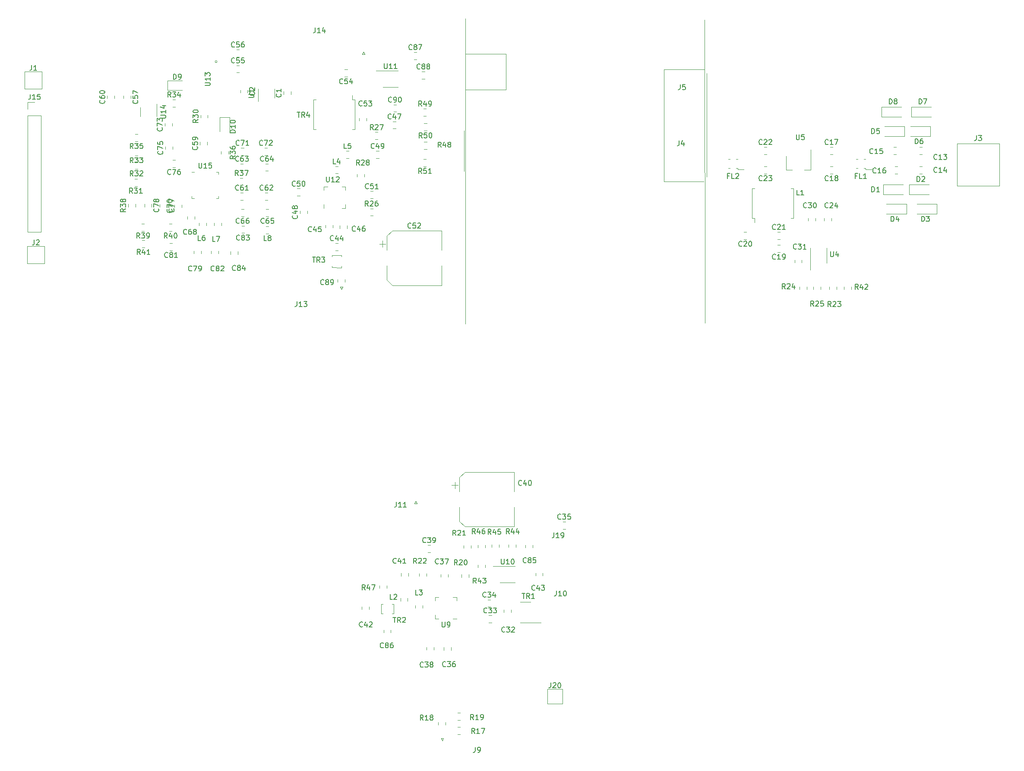
<source format=gbr>
G04 #@! TF.GenerationSoftware,KiCad,Pcbnew,5.1.5-52549c5~84~ubuntu18.04.1*
G04 #@! TF.CreationDate,2020-04-26T13:35:48+09:30*
G04 #@! TF.ProjectId,SpecAnFrontEnd,53706563-416e-4467-926f-6e74456e642e,rev?*
G04 #@! TF.SameCoordinates,Original*
G04 #@! TF.FileFunction,Legend,Top*
G04 #@! TF.FilePolarity,Positive*
%FSLAX46Y46*%
G04 Gerber Fmt 4.6, Leading zero omitted, Abs format (unit mm)*
G04 Created by KiCad (PCBNEW 5.1.5-52549c5~84~ubuntu18.04.1) date 2020-04-26 13:35:48*
%MOMM*%
%LPD*%
G04 APERTURE LIST*
%ADD10C,0.120000*%
%ADD11C,0.150000*%
G04 APERTURE END LIST*
D10*
X116300000Y-43000000D02*
X116300000Y-51000000D01*
X163830000Y-31750000D02*
X163830000Y-52070000D01*
X124500000Y-34970000D02*
X116500000Y-34970000D01*
X124500000Y-27970000D02*
X124500000Y-34970000D01*
X116500000Y-27970000D02*
X124500000Y-27970000D01*
X116500000Y-20970000D02*
X116500000Y-80970000D01*
X155500000Y-52970000D02*
X163300000Y-52970000D01*
X155500000Y-30970000D02*
X155500000Y-52970000D01*
X163400000Y-30970000D02*
X155500000Y-30970000D01*
X163400000Y-21270000D02*
X163500000Y-80770000D01*
X96520000Y-27520000D02*
X96770000Y-28020000D01*
X96770000Y-28020000D02*
X96270000Y-28020000D01*
X96270000Y-28020000D02*
X96520000Y-27520000D01*
X180904000Y-54319000D02*
X180396000Y-54319000D01*
X180904000Y-60161000D02*
X180904000Y-54319000D01*
X180396000Y-60161000D02*
X180904000Y-60161000D01*
X173284000Y-60161000D02*
X173284000Y-61050000D01*
X172776000Y-60161000D02*
X173284000Y-60161000D01*
X172776000Y-54319000D02*
X172776000Y-60161000D01*
X173284000Y-54319000D02*
X172776000Y-54319000D01*
X30600000Y-69100000D02*
X30600000Y-65700000D01*
X34000000Y-69100000D02*
X30600000Y-69100000D01*
X34000000Y-65700000D02*
X34000000Y-69100000D01*
X30600000Y-65700000D02*
X34000000Y-65700000D01*
X180620000Y-50710000D02*
X179420000Y-50710000D01*
X179420000Y-50710000D02*
X179420000Y-48010000D01*
X184220000Y-46710000D02*
X184220000Y-50710000D01*
X184220000Y-50710000D02*
X183020000Y-50710000D01*
X221250000Y-45550000D02*
X212950000Y-45550000D01*
X221250000Y-53850000D02*
X212950000Y-53850000D01*
X212950000Y-45550000D02*
X212950000Y-53850000D01*
X221250000Y-45550000D02*
X221250000Y-53850000D01*
X188310000Y-60736252D02*
X188310000Y-60213748D01*
X186890000Y-60736252D02*
X186890000Y-60213748D01*
X177748748Y-64320000D02*
X178271252Y-64320000D01*
X177748748Y-62900000D02*
X178271252Y-62900000D01*
X171676252Y-62900000D02*
X171153748Y-62900000D01*
X171676252Y-64320000D02*
X171153748Y-64320000D01*
X178271252Y-65440000D02*
X177748748Y-65440000D01*
X178271252Y-66860000D02*
X177748748Y-66860000D01*
X206111252Y-46220000D02*
X205588748Y-46220000D01*
X206111252Y-47640000D02*
X205588748Y-47640000D01*
X205588748Y-51450000D02*
X206111252Y-51450000D01*
X205588748Y-50030000D02*
X206111252Y-50030000D01*
X200508748Y-47640000D02*
X201031252Y-47640000D01*
X200508748Y-46220000D02*
X201031252Y-46220000D01*
X201276252Y-50030000D02*
X200753748Y-50030000D01*
X201276252Y-51450000D02*
X200753748Y-51450000D01*
X188053748Y-47640000D02*
X188576252Y-47640000D01*
X188053748Y-46220000D02*
X188576252Y-46220000D01*
X188576252Y-50030000D02*
X188053748Y-50030000D01*
X188576252Y-51450000D02*
X188053748Y-51450000D01*
X175108748Y-47640000D02*
X175631252Y-47640000D01*
X175108748Y-46220000D02*
X175631252Y-46220000D01*
X175631252Y-50030000D02*
X175108748Y-50030000D01*
X175631252Y-51450000D02*
X175108748Y-51450000D01*
X198520000Y-53550000D02*
X202420000Y-53550000D01*
X198520000Y-55550000D02*
X202420000Y-55550000D01*
X198520000Y-53550000D02*
X198520000Y-55550000D01*
X203600000Y-53550000D02*
X207500000Y-53550000D01*
X203600000Y-55550000D02*
X207500000Y-55550000D01*
X203600000Y-53550000D02*
X203600000Y-55550000D01*
X208990000Y-59360000D02*
X205090000Y-59360000D01*
X208990000Y-57360000D02*
X205090000Y-57360000D01*
X208990000Y-59360000D02*
X208990000Y-57360000D01*
X203020000Y-59360000D02*
X199120000Y-59360000D01*
X203020000Y-57360000D02*
X199120000Y-57360000D01*
X203020000Y-59360000D02*
X203020000Y-57360000D01*
X202640000Y-44120000D02*
X198740000Y-44120000D01*
X202640000Y-42120000D02*
X198740000Y-42120000D01*
X202640000Y-44120000D02*
X202640000Y-42120000D01*
X207720000Y-44120000D02*
X203820000Y-44120000D01*
X207720000Y-42120000D02*
X203820000Y-42120000D01*
X207720000Y-44120000D02*
X207720000Y-42120000D01*
X203980000Y-38310000D02*
X207880000Y-38310000D01*
X203980000Y-40310000D02*
X207880000Y-40310000D01*
X203980000Y-38310000D02*
X203980000Y-40310000D01*
X198140000Y-38310000D02*
X202040000Y-38310000D01*
X198140000Y-40310000D02*
X202040000Y-40310000D01*
X198140000Y-38310000D02*
X198140000Y-40310000D01*
X194975000Y-50630000D02*
X196205000Y-50630000D01*
X194975000Y-50380000D02*
X194975000Y-50630000D01*
X194975000Y-48560000D02*
X194635000Y-48560000D01*
X194975000Y-50380000D02*
X194635000Y-50380000D01*
X193495000Y-48560000D02*
X193155000Y-48560000D01*
X193495000Y-50380000D02*
X193155000Y-50380000D01*
X169930000Y-50630000D02*
X171160000Y-50630000D01*
X169930000Y-50380000D02*
X169930000Y-50630000D01*
X169930000Y-48560000D02*
X169590000Y-48560000D01*
X169930000Y-50380000D02*
X169590000Y-50380000D01*
X168450000Y-48560000D02*
X168110000Y-48560000D01*
X168450000Y-50380000D02*
X168110000Y-50380000D01*
X183790000Y-60736252D02*
X183790000Y-60213748D01*
X185210000Y-60736252D02*
X185210000Y-60213748D01*
X182510000Y-68886252D02*
X182510000Y-68363748D01*
X181090000Y-68886252D02*
X181090000Y-68363748D01*
X124090000Y-137586252D02*
X124090000Y-137063748D01*
X125510000Y-137586252D02*
X125510000Y-137063748D01*
X121138748Y-138190000D02*
X121661252Y-138190000D01*
X121138748Y-139610000D02*
X121661252Y-139610000D01*
X120938748Y-136510000D02*
X121461252Y-136510000D01*
X120938748Y-135090000D02*
X121461252Y-135090000D01*
X135638748Y-119790000D02*
X136161252Y-119790000D01*
X135638748Y-121210000D02*
X136161252Y-121210000D01*
X113710000Y-144986252D02*
X113710000Y-144463748D01*
X112290000Y-144986252D02*
X112290000Y-144463748D01*
X113110000Y-130636252D02*
X113110000Y-130113748D01*
X111690000Y-130636252D02*
X111690000Y-130113748D01*
X108890000Y-144961252D02*
X108890000Y-144438748D01*
X110310000Y-144961252D02*
X110310000Y-144438748D01*
X109163748Y-125810000D02*
X109686252Y-125810000D01*
X109163748Y-124390000D02*
X109686252Y-124390000D01*
X114475000Y-112015000D02*
X114475000Y-113265000D01*
X113850000Y-112640000D02*
X115100000Y-112640000D01*
X115340000Y-119695563D02*
X116404437Y-120760000D01*
X115340000Y-111104437D02*
X116404437Y-110040000D01*
X115340000Y-111104437D02*
X115340000Y-113890000D01*
X115340000Y-119695563D02*
X115340000Y-116910000D01*
X116404437Y-120760000D02*
X126060000Y-120760000D01*
X116404437Y-110040000D02*
X126060000Y-110040000D01*
X126060000Y-110040000D02*
X126060000Y-113890000D01*
X126060000Y-120760000D02*
X126060000Y-116910000D01*
X103890000Y-130436252D02*
X103890000Y-129913748D01*
X105310000Y-130436252D02*
X105310000Y-129913748D01*
X96190000Y-136438748D02*
X96190000Y-136961252D01*
X97610000Y-136438748D02*
X97610000Y-136961252D01*
X130290000Y-129838748D02*
X130290000Y-130361252D01*
X131710000Y-129838748D02*
X131710000Y-130361252D01*
X91038748Y-65090000D02*
X91561252Y-65090000D01*
X91038748Y-66510000D02*
X91561252Y-66510000D01*
X90510000Y-61563748D02*
X90510000Y-62086252D01*
X89090000Y-61563748D02*
X89090000Y-62086252D01*
X91890000Y-61663748D02*
X91890000Y-62186252D01*
X93310000Y-61663748D02*
X93310000Y-62186252D01*
X102338748Y-41190000D02*
X102861252Y-41190000D01*
X102338748Y-42610000D02*
X102861252Y-42610000D01*
X85510000Y-59286252D02*
X85510000Y-58763748D01*
X84090000Y-59286252D02*
X84090000Y-58763748D01*
X99038748Y-48410000D02*
X99561252Y-48410000D01*
X99038748Y-46990000D02*
X99561252Y-46990000D01*
X83538748Y-54390000D02*
X84061252Y-54390000D01*
X83538748Y-55810000D02*
X84061252Y-55810000D01*
X97913748Y-54890000D02*
X98436252Y-54890000D01*
X97913748Y-56310000D02*
X98436252Y-56310000D01*
X111860000Y-73360000D02*
X111860000Y-69510000D01*
X111860000Y-62640000D02*
X111860000Y-66490000D01*
X102204437Y-62640000D02*
X111860000Y-62640000D01*
X102204437Y-73360000D02*
X111860000Y-73360000D01*
X101140000Y-72295563D02*
X101140000Y-69510000D01*
X101140000Y-63704437D02*
X101140000Y-66490000D01*
X101140000Y-63704437D02*
X102204437Y-62640000D01*
X101140000Y-72295563D02*
X102204437Y-73360000D01*
X99650000Y-65240000D02*
X100900000Y-65240000D01*
X100275000Y-64615000D02*
X100275000Y-65865000D01*
X97110000Y-40563748D02*
X97110000Y-41086252D01*
X95690000Y-40563748D02*
X95690000Y-41086252D01*
X93386252Y-32410000D02*
X92863748Y-32410000D01*
X93386252Y-30990000D02*
X92863748Y-30990000D01*
X71638748Y-30190000D02*
X72161252Y-30190000D01*
X71638748Y-31610000D02*
X72161252Y-31610000D01*
X71638748Y-28510000D02*
X72161252Y-28510000D01*
X71638748Y-27090000D02*
X72161252Y-27090000D01*
X65910000Y-45761252D02*
X65910000Y-45238748D01*
X64490000Y-45761252D02*
X64490000Y-45238748D01*
X72438748Y-56610000D02*
X72961252Y-56610000D01*
X72438748Y-55190000D02*
X72961252Y-55190000D01*
X77238748Y-55190000D02*
X77761252Y-55190000D01*
X77238748Y-56610000D02*
X77761252Y-56610000D01*
X72438748Y-50910000D02*
X72961252Y-50910000D01*
X72438748Y-49490000D02*
X72961252Y-49490000D01*
X77338748Y-49490000D02*
X77861252Y-49490000D01*
X77338748Y-50910000D02*
X77861252Y-50910000D01*
X77961252Y-59810000D02*
X77438748Y-59810000D01*
X77961252Y-58390000D02*
X77438748Y-58390000D01*
X73086252Y-58390000D02*
X72563748Y-58390000D01*
X73086252Y-59810000D02*
X72563748Y-59810000D01*
X61990000Y-60386252D02*
X61990000Y-59863748D01*
X63410000Y-60386252D02*
X63410000Y-59863748D01*
X59490000Y-58061252D02*
X59490000Y-57538748D01*
X60910000Y-58061252D02*
X60910000Y-57538748D01*
X72538748Y-47810000D02*
X73061252Y-47810000D01*
X72538748Y-46390000D02*
X73061252Y-46390000D01*
X77138748Y-46390000D02*
X77661252Y-46390000D01*
X77138748Y-47810000D02*
X77661252Y-47810000D01*
X59010000Y-42061252D02*
X59010000Y-41538748D01*
X57590000Y-42061252D02*
X57590000Y-41538748D01*
X59110000Y-46661252D02*
X59110000Y-46138748D01*
X57690000Y-46661252D02*
X57690000Y-46138748D01*
X59661252Y-50210000D02*
X59138748Y-50210000D01*
X59661252Y-48790000D02*
X59138748Y-48790000D01*
X56590000Y-57463748D02*
X56590000Y-57986252D01*
X58010000Y-57463748D02*
X58010000Y-57986252D01*
X53590000Y-57438748D02*
X53590000Y-57961252D01*
X55010000Y-57438748D02*
X55010000Y-57961252D01*
X64710000Y-66638748D02*
X64710000Y-67161252D01*
X63290000Y-66638748D02*
X63290000Y-67161252D01*
X59061252Y-65090000D02*
X58538748Y-65090000D01*
X59061252Y-66510000D02*
X58538748Y-66510000D01*
X66690000Y-66638748D02*
X66690000Y-67161252D01*
X68110000Y-66638748D02*
X68110000Y-67161252D01*
X73161252Y-61690000D02*
X72638748Y-61690000D01*
X73161252Y-63110000D02*
X72638748Y-63110000D01*
X71910000Y-66738748D02*
X71910000Y-67261252D01*
X70490000Y-66738748D02*
X70490000Y-67261252D01*
X129710000Y-124338748D02*
X129710000Y-124861252D01*
X128290000Y-124338748D02*
X128290000Y-124861252D01*
X100490000Y-141063748D02*
X100490000Y-141586252D01*
X101910000Y-141063748D02*
X101910000Y-141586252D01*
X106438748Y-27590000D02*
X106961252Y-27590000D01*
X106438748Y-29010000D02*
X106961252Y-29010000D01*
X108013748Y-32810000D02*
X108536252Y-32810000D01*
X108013748Y-31390000D02*
X108536252Y-31390000D01*
X91490000Y-72238748D02*
X91490000Y-72761252D01*
X92910000Y-72238748D02*
X92910000Y-72761252D01*
X102438748Y-37890000D02*
X102961252Y-37890000D01*
X102438748Y-39310000D02*
X102961252Y-39310000D01*
X68340000Y-40340000D02*
X68340000Y-43200000D01*
X70260000Y-40340000D02*
X68340000Y-40340000D01*
X70260000Y-43200000D02*
X70260000Y-40340000D01*
X112250000Y-162300000D02*
X112000000Y-162800000D01*
X111750000Y-162300000D02*
X112250000Y-162300000D01*
X112000000Y-162800000D02*
X111750000Y-162300000D01*
X107050000Y-116210000D02*
X106800000Y-115710000D01*
X106550000Y-116210000D02*
X107050000Y-116210000D01*
X106800000Y-115710000D02*
X106550000Y-116210000D01*
X92200000Y-74180000D02*
X91950000Y-73680000D01*
X91950000Y-73680000D02*
X92450000Y-73680000D01*
X92450000Y-73680000D02*
X92200000Y-74180000D01*
X106690000Y-136761252D02*
X106690000Y-136238748D01*
X108110000Y-136761252D02*
X108110000Y-136238748D01*
X105210000Y-134813748D02*
X105210000Y-135336252D01*
X103790000Y-134813748D02*
X103790000Y-135336252D01*
X91013748Y-51410000D02*
X91536252Y-51410000D01*
X91013748Y-49990000D02*
X91536252Y-49990000D01*
X93138748Y-48410000D02*
X93661252Y-48410000D01*
X93138748Y-46990000D02*
X93661252Y-46990000D01*
X64290000Y-61138748D02*
X64290000Y-61661252D01*
X65710000Y-61138748D02*
X65710000Y-61661252D01*
X67290000Y-61661252D02*
X67290000Y-61138748D01*
X68710000Y-61661252D02*
X68710000Y-61138748D01*
X77961252Y-63210000D02*
X77438748Y-63210000D01*
X77961252Y-61790000D02*
X77438748Y-61790000D01*
X114963748Y-161510000D02*
X115486252Y-161510000D01*
X114963748Y-160090000D02*
X115486252Y-160090000D01*
X112610000Y-159138748D02*
X112610000Y-159661252D01*
X111190000Y-159138748D02*
X111190000Y-159661252D01*
X114963748Y-158710000D02*
X115486252Y-158710000D01*
X114963748Y-157290000D02*
X115486252Y-157290000D01*
X117210000Y-130686252D02*
X117210000Y-130163748D01*
X115790000Y-130686252D02*
X115790000Y-130163748D01*
X117610000Y-124413748D02*
X117610000Y-124936252D01*
X116190000Y-124413748D02*
X116190000Y-124936252D01*
X107490000Y-130486252D02*
X107490000Y-129963748D01*
X108910000Y-130486252D02*
X108910000Y-129963748D01*
X187890000Y-74186252D02*
X187890000Y-73663748D01*
X189310000Y-74186252D02*
X189310000Y-73663748D01*
X183510000Y-73638748D02*
X183510000Y-74161252D01*
X182090000Y-73638748D02*
X182090000Y-74161252D01*
X186210000Y-74186252D02*
X186210000Y-73663748D01*
X184790000Y-74186252D02*
X184790000Y-73663748D01*
X97863748Y-59710000D02*
X98386252Y-59710000D01*
X97863748Y-58290000D02*
X98386252Y-58290000D01*
X98838748Y-43290000D02*
X99361252Y-43290000D01*
X98838748Y-44710000D02*
X99361252Y-44710000D01*
X96710000Y-52086252D02*
X96710000Y-51563748D01*
X95290000Y-52086252D02*
X95290000Y-51563748D01*
X64590000Y-40436252D02*
X64590000Y-39913748D01*
X66010000Y-40436252D02*
X66010000Y-39913748D01*
X52161252Y-53910000D02*
X51638748Y-53910000D01*
X52161252Y-52490000D02*
X51638748Y-52490000D01*
X52261252Y-49090000D02*
X51738748Y-49090000D01*
X52261252Y-50510000D02*
X51738748Y-50510000D01*
X52261252Y-46490000D02*
X51738748Y-46490000D01*
X52261252Y-47910000D02*
X51738748Y-47910000D01*
X52261252Y-43690000D02*
X51738748Y-43690000D01*
X52261252Y-45110000D02*
X51738748Y-45110000D01*
X68590000Y-47038748D02*
X68590000Y-47561252D01*
X70010000Y-47038748D02*
X70010000Y-47561252D01*
X72338748Y-52290000D02*
X72861252Y-52290000D01*
X72338748Y-53710000D02*
X72861252Y-53710000D01*
X50390000Y-57961252D02*
X50390000Y-57438748D01*
X51810000Y-57961252D02*
X51810000Y-57438748D01*
X53561252Y-62710000D02*
X53038748Y-62710000D01*
X53561252Y-61290000D02*
X53038748Y-61290000D01*
X58961252Y-61290000D02*
X58438748Y-61290000D01*
X58961252Y-62710000D02*
X58438748Y-62710000D01*
X53661252Y-64490000D02*
X53138748Y-64490000D01*
X53661252Y-65910000D02*
X53138748Y-65910000D01*
X192210000Y-73663748D02*
X192210000Y-74186252D01*
X190790000Y-73663748D02*
X190790000Y-74186252D01*
X118990000Y-128263748D02*
X118990000Y-128786252D01*
X120410000Y-128263748D02*
X120410000Y-128786252D01*
X124990000Y-124786252D02*
X124990000Y-124263748D01*
X126410000Y-124786252D02*
X126410000Y-124263748D01*
X121690000Y-124263748D02*
X121690000Y-124786252D01*
X123110000Y-124263748D02*
X123110000Y-124786252D01*
X120410000Y-124338748D02*
X120410000Y-124861252D01*
X118990000Y-124338748D02*
X118990000Y-124861252D01*
X101110000Y-132313748D02*
X101110000Y-132836252D01*
X99690000Y-132313748D02*
X99690000Y-132836252D01*
X108438748Y-46610000D02*
X108961252Y-46610000D01*
X108438748Y-45190000D02*
X108961252Y-45190000D01*
X108338748Y-40110000D02*
X108861252Y-40110000D01*
X108338748Y-38690000D02*
X108861252Y-38690000D01*
X108961252Y-41590000D02*
X108438748Y-41590000D01*
X108961252Y-43010000D02*
X108438748Y-43010000D01*
X108861252Y-50010000D02*
X108338748Y-50010000D01*
X108861252Y-48590000D02*
X108338748Y-48590000D01*
X129300000Y-135585000D02*
X127270000Y-135585000D01*
X131330000Y-139615000D02*
X127270000Y-139615000D01*
X102450000Y-136000000D02*
X102150000Y-136000000D01*
X102450000Y-137800000D02*
X102450000Y-136000000D01*
X102150000Y-137800000D02*
X102450000Y-137800000D01*
X100300000Y-137800000D02*
X100350000Y-137800000D01*
X100000000Y-137800000D02*
X100300000Y-137800000D01*
X100050000Y-135950000D02*
X100000000Y-137800000D01*
X100350000Y-135950000D02*
X100050000Y-135950000D01*
X90350000Y-69550000D02*
X90350000Y-69850000D01*
X90350000Y-69850000D02*
X92200000Y-69900000D01*
X92200000Y-69900000D02*
X92200000Y-69600000D01*
X92200000Y-69600000D02*
X92200000Y-69550000D01*
X92200000Y-67750000D02*
X92200000Y-67450000D01*
X92200000Y-67450000D02*
X90400000Y-67450000D01*
X90400000Y-67450000D02*
X90400000Y-67750000D01*
X94356000Y-42761000D02*
X94864000Y-42761000D01*
X94864000Y-42761000D02*
X94864000Y-36919000D01*
X94864000Y-36919000D02*
X94356000Y-36919000D01*
X94356000Y-36919000D02*
X94356000Y-36030000D01*
X87244000Y-36919000D02*
X86736000Y-36919000D01*
X86736000Y-36919000D02*
X86736000Y-42761000D01*
X86736000Y-42761000D02*
X87244000Y-42761000D01*
X184190000Y-67500000D02*
X184190000Y-70375000D01*
X184190000Y-67500000D02*
X184190000Y-66000000D01*
X187410000Y-67500000D02*
X187410000Y-69000000D01*
X187410000Y-67500000D02*
X187410000Y-66000000D01*
X111315000Y-138810000D02*
X110590000Y-138810000D01*
X110590000Y-138810000D02*
X110590000Y-138085000D01*
X114085000Y-134590000D02*
X114810000Y-134590000D01*
X114810000Y-134590000D02*
X114810000Y-135315000D01*
X111315000Y-134590000D02*
X110590000Y-134590000D01*
X110590000Y-134590000D02*
X110590000Y-135315000D01*
X114085000Y-138810000D02*
X114810000Y-138810000D01*
X124800000Y-131710000D02*
X126300000Y-131710000D01*
X124800000Y-131710000D02*
X123300000Y-131710000D01*
X124800000Y-128490000D02*
X126300000Y-128490000D01*
X124800000Y-128490000D02*
X121925000Y-128490000D01*
X101850000Y-34435000D02*
X103350000Y-34435000D01*
X101850000Y-34435000D02*
X100350000Y-34435000D01*
X101850000Y-31215000D02*
X103350000Y-31215000D01*
X101850000Y-31215000D02*
X98975000Y-31215000D01*
X67850000Y-29450000D02*
G75*
G03X67850000Y-29450000I-200000J0D01*
G01*
X52790000Y-38400000D02*
X52790000Y-40200000D01*
X56010000Y-40200000D02*
X56010000Y-37750000D01*
X132650000Y-152650000D02*
X135550000Y-152650000D01*
X135550000Y-152650000D02*
X135550000Y-155550000D01*
X135550000Y-155550000D02*
X132650000Y-155550000D01*
X132650000Y-155550000D02*
X132650000Y-152650000D01*
X88790000Y-54715000D02*
X88790000Y-53990000D01*
X88790000Y-53990000D02*
X89515000Y-53990000D01*
X93010000Y-57485000D02*
X93010000Y-58210000D01*
X93010000Y-58210000D02*
X92285000Y-58210000D01*
X93010000Y-54715000D02*
X93010000Y-53990000D01*
X93010000Y-53990000D02*
X92285000Y-53990000D01*
X88790000Y-57485000D02*
X88790000Y-58210000D01*
X30670000Y-62930000D02*
X33330000Y-62930000D01*
X30670000Y-40010000D02*
X30670000Y-62930000D01*
X33330000Y-40010000D02*
X33330000Y-62930000D01*
X30670000Y-40010000D02*
X33330000Y-40010000D01*
X30670000Y-38740000D02*
X30670000Y-37410000D01*
X30670000Y-37410000D02*
X32000000Y-37410000D01*
X67635000Y-51090000D02*
X68110000Y-51090000D01*
X68110000Y-51090000D02*
X68110000Y-51565000D01*
X63365000Y-56310000D02*
X62890000Y-56310000D01*
X62890000Y-56310000D02*
X62890000Y-55835000D01*
X67635000Y-56310000D02*
X68110000Y-56310000D01*
X68110000Y-56310000D02*
X68110000Y-55835000D01*
X63365000Y-51090000D02*
X62890000Y-51090000D01*
X82310000Y-35861252D02*
X82310000Y-35338748D01*
X80890000Y-35861252D02*
X80890000Y-35338748D01*
X73810000Y-35038748D02*
X73810000Y-35561252D01*
X72390000Y-35038748D02*
X72390000Y-35561252D01*
X79110000Y-36600000D02*
X79110000Y-34800000D01*
X75890000Y-34800000D02*
X75890000Y-37250000D01*
X30100000Y-31400000D02*
X33500000Y-31400000D01*
X33500000Y-31400000D02*
X33500000Y-34800000D01*
X33500000Y-34800000D02*
X30100000Y-34800000D01*
X30100000Y-34800000D02*
X30100000Y-31400000D01*
X50910000Y-36138748D02*
X50910000Y-36661252D01*
X49490000Y-36138748D02*
X49490000Y-36661252D01*
X47710000Y-36661252D02*
X47710000Y-36138748D01*
X46290000Y-36661252D02*
X46290000Y-36138748D01*
X61000000Y-33140000D02*
X58140000Y-33140000D01*
X58140000Y-33140000D02*
X58140000Y-35060000D01*
X58140000Y-35060000D02*
X61000000Y-35060000D01*
X59138748Y-36890000D02*
X59661252Y-36890000D01*
X59138748Y-38310000D02*
X59661252Y-38310000D01*
D11*
X87090476Y-22752380D02*
X87090476Y-23466666D01*
X87042857Y-23609523D01*
X86947619Y-23704761D01*
X86804761Y-23752380D01*
X86709523Y-23752380D01*
X88090476Y-23752380D02*
X87519047Y-23752380D01*
X87804761Y-23752380D02*
X87804761Y-22752380D01*
X87709523Y-22895238D01*
X87614285Y-22990476D01*
X87519047Y-23038095D01*
X88947619Y-23085714D02*
X88947619Y-23752380D01*
X88709523Y-22704761D02*
X88471428Y-23419047D01*
X89090476Y-23419047D01*
X182033333Y-55652380D02*
X181557142Y-55652380D01*
X181557142Y-54652380D01*
X182890476Y-55652380D02*
X182319047Y-55652380D01*
X182604761Y-55652380D02*
X182604761Y-54652380D01*
X182509523Y-54795238D01*
X182414285Y-54890476D01*
X182319047Y-54938095D01*
X31966666Y-64454380D02*
X31966666Y-65168666D01*
X31919047Y-65311523D01*
X31823809Y-65406761D01*
X31680952Y-65454380D01*
X31585714Y-65454380D01*
X32395238Y-64549619D02*
X32442857Y-64502000D01*
X32538095Y-64454380D01*
X32776190Y-64454380D01*
X32871428Y-64502000D01*
X32919047Y-64549619D01*
X32966666Y-64644857D01*
X32966666Y-64740095D01*
X32919047Y-64882952D01*
X32347619Y-65454380D01*
X32966666Y-65454380D01*
X181438095Y-43752380D02*
X181438095Y-44561904D01*
X181485714Y-44657142D01*
X181533333Y-44704761D01*
X181628571Y-44752380D01*
X181819047Y-44752380D01*
X181914285Y-44704761D01*
X181961904Y-44657142D01*
X182009523Y-44561904D01*
X182009523Y-43752380D01*
X182961904Y-43752380D02*
X182485714Y-43752380D01*
X182438095Y-44228571D01*
X182485714Y-44180952D01*
X182580952Y-44133333D01*
X182819047Y-44133333D01*
X182914285Y-44180952D01*
X182961904Y-44228571D01*
X183009523Y-44323809D01*
X183009523Y-44561904D01*
X182961904Y-44657142D01*
X182914285Y-44704761D01*
X182819047Y-44752380D01*
X182580952Y-44752380D01*
X182485714Y-44704761D01*
X182438095Y-44657142D01*
X216766666Y-43952380D02*
X216766666Y-44666666D01*
X216719047Y-44809523D01*
X216623809Y-44904761D01*
X216480952Y-44952380D01*
X216385714Y-44952380D01*
X217147619Y-43952380D02*
X217766666Y-43952380D01*
X217433333Y-44333333D01*
X217576190Y-44333333D01*
X217671428Y-44380952D01*
X217719047Y-44428571D01*
X217766666Y-44523809D01*
X217766666Y-44761904D01*
X217719047Y-44857142D01*
X217671428Y-44904761D01*
X217576190Y-44952380D01*
X217290476Y-44952380D01*
X217195238Y-44904761D01*
X217147619Y-44857142D01*
X187657142Y-58057142D02*
X187609523Y-58104761D01*
X187466666Y-58152380D01*
X187371428Y-58152380D01*
X187228571Y-58104761D01*
X187133333Y-58009523D01*
X187085714Y-57914285D01*
X187038095Y-57723809D01*
X187038095Y-57580952D01*
X187085714Y-57390476D01*
X187133333Y-57295238D01*
X187228571Y-57200000D01*
X187371428Y-57152380D01*
X187466666Y-57152380D01*
X187609523Y-57200000D01*
X187657142Y-57247619D01*
X188038095Y-57247619D02*
X188085714Y-57200000D01*
X188180952Y-57152380D01*
X188419047Y-57152380D01*
X188514285Y-57200000D01*
X188561904Y-57247619D01*
X188609523Y-57342857D01*
X188609523Y-57438095D01*
X188561904Y-57580952D01*
X187990476Y-58152380D01*
X188609523Y-58152380D01*
X189466666Y-57485714D02*
X189466666Y-58152380D01*
X189228571Y-57104761D02*
X188990476Y-57819047D01*
X189609523Y-57819047D01*
X177367142Y-62317142D02*
X177319523Y-62364761D01*
X177176666Y-62412380D01*
X177081428Y-62412380D01*
X176938571Y-62364761D01*
X176843333Y-62269523D01*
X176795714Y-62174285D01*
X176748095Y-61983809D01*
X176748095Y-61840952D01*
X176795714Y-61650476D01*
X176843333Y-61555238D01*
X176938571Y-61460000D01*
X177081428Y-61412380D01*
X177176666Y-61412380D01*
X177319523Y-61460000D01*
X177367142Y-61507619D01*
X177748095Y-61507619D02*
X177795714Y-61460000D01*
X177890952Y-61412380D01*
X178129047Y-61412380D01*
X178224285Y-61460000D01*
X178271904Y-61507619D01*
X178319523Y-61602857D01*
X178319523Y-61698095D01*
X178271904Y-61840952D01*
X177700476Y-62412380D01*
X178319523Y-62412380D01*
X179271904Y-62412380D02*
X178700476Y-62412380D01*
X178986190Y-62412380D02*
X178986190Y-61412380D01*
X178890952Y-61555238D01*
X178795714Y-61650476D01*
X178700476Y-61698095D01*
X170772142Y-65617142D02*
X170724523Y-65664761D01*
X170581666Y-65712380D01*
X170486428Y-65712380D01*
X170343571Y-65664761D01*
X170248333Y-65569523D01*
X170200714Y-65474285D01*
X170153095Y-65283809D01*
X170153095Y-65140952D01*
X170200714Y-64950476D01*
X170248333Y-64855238D01*
X170343571Y-64760000D01*
X170486428Y-64712380D01*
X170581666Y-64712380D01*
X170724523Y-64760000D01*
X170772142Y-64807619D01*
X171153095Y-64807619D02*
X171200714Y-64760000D01*
X171295952Y-64712380D01*
X171534047Y-64712380D01*
X171629285Y-64760000D01*
X171676904Y-64807619D01*
X171724523Y-64902857D01*
X171724523Y-64998095D01*
X171676904Y-65140952D01*
X171105476Y-65712380D01*
X171724523Y-65712380D01*
X172343571Y-64712380D02*
X172438809Y-64712380D01*
X172534047Y-64760000D01*
X172581666Y-64807619D01*
X172629285Y-64902857D01*
X172676904Y-65093333D01*
X172676904Y-65331428D01*
X172629285Y-65521904D01*
X172581666Y-65617142D01*
X172534047Y-65664761D01*
X172438809Y-65712380D01*
X172343571Y-65712380D01*
X172248333Y-65664761D01*
X172200714Y-65617142D01*
X172153095Y-65521904D01*
X172105476Y-65331428D01*
X172105476Y-65093333D01*
X172153095Y-64902857D01*
X172200714Y-64807619D01*
X172248333Y-64760000D01*
X172343571Y-64712380D01*
X177367142Y-68157142D02*
X177319523Y-68204761D01*
X177176666Y-68252380D01*
X177081428Y-68252380D01*
X176938571Y-68204761D01*
X176843333Y-68109523D01*
X176795714Y-68014285D01*
X176748095Y-67823809D01*
X176748095Y-67680952D01*
X176795714Y-67490476D01*
X176843333Y-67395238D01*
X176938571Y-67300000D01*
X177081428Y-67252380D01*
X177176666Y-67252380D01*
X177319523Y-67300000D01*
X177367142Y-67347619D01*
X178319523Y-68252380D02*
X177748095Y-68252380D01*
X178033809Y-68252380D02*
X178033809Y-67252380D01*
X177938571Y-67395238D01*
X177843333Y-67490476D01*
X177748095Y-67538095D01*
X178795714Y-68252380D02*
X178986190Y-68252380D01*
X179081428Y-68204761D01*
X179129047Y-68157142D01*
X179224285Y-68014285D01*
X179271904Y-67823809D01*
X179271904Y-67442857D01*
X179224285Y-67347619D01*
X179176666Y-67300000D01*
X179081428Y-67252380D01*
X178890952Y-67252380D01*
X178795714Y-67300000D01*
X178748095Y-67347619D01*
X178700476Y-67442857D01*
X178700476Y-67680952D01*
X178748095Y-67776190D01*
X178795714Y-67823809D01*
X178890952Y-67871428D01*
X179081428Y-67871428D01*
X179176666Y-67823809D01*
X179224285Y-67776190D01*
X179271904Y-67680952D01*
X209017142Y-48557142D02*
X208969523Y-48604761D01*
X208826666Y-48652380D01*
X208731428Y-48652380D01*
X208588571Y-48604761D01*
X208493333Y-48509523D01*
X208445714Y-48414285D01*
X208398095Y-48223809D01*
X208398095Y-48080952D01*
X208445714Y-47890476D01*
X208493333Y-47795238D01*
X208588571Y-47700000D01*
X208731428Y-47652380D01*
X208826666Y-47652380D01*
X208969523Y-47700000D01*
X209017142Y-47747619D01*
X209969523Y-48652380D02*
X209398095Y-48652380D01*
X209683809Y-48652380D02*
X209683809Y-47652380D01*
X209588571Y-47795238D01*
X209493333Y-47890476D01*
X209398095Y-47938095D01*
X210302857Y-47652380D02*
X210921904Y-47652380D01*
X210588571Y-48033333D01*
X210731428Y-48033333D01*
X210826666Y-48080952D01*
X210874285Y-48128571D01*
X210921904Y-48223809D01*
X210921904Y-48461904D01*
X210874285Y-48557142D01*
X210826666Y-48604761D01*
X210731428Y-48652380D01*
X210445714Y-48652380D01*
X210350476Y-48604761D01*
X210302857Y-48557142D01*
X209017142Y-51097142D02*
X208969523Y-51144761D01*
X208826666Y-51192380D01*
X208731428Y-51192380D01*
X208588571Y-51144761D01*
X208493333Y-51049523D01*
X208445714Y-50954285D01*
X208398095Y-50763809D01*
X208398095Y-50620952D01*
X208445714Y-50430476D01*
X208493333Y-50335238D01*
X208588571Y-50240000D01*
X208731428Y-50192380D01*
X208826666Y-50192380D01*
X208969523Y-50240000D01*
X209017142Y-50287619D01*
X209969523Y-51192380D02*
X209398095Y-51192380D01*
X209683809Y-51192380D02*
X209683809Y-50192380D01*
X209588571Y-50335238D01*
X209493333Y-50430476D01*
X209398095Y-50478095D01*
X210826666Y-50525714D02*
X210826666Y-51192380D01*
X210588571Y-50144761D02*
X210350476Y-50859047D01*
X210969523Y-50859047D01*
X196457142Y-47427142D02*
X196409523Y-47474761D01*
X196266666Y-47522380D01*
X196171428Y-47522380D01*
X196028571Y-47474761D01*
X195933333Y-47379523D01*
X195885714Y-47284285D01*
X195838095Y-47093809D01*
X195838095Y-46950952D01*
X195885714Y-46760476D01*
X195933333Y-46665238D01*
X196028571Y-46570000D01*
X196171428Y-46522380D01*
X196266666Y-46522380D01*
X196409523Y-46570000D01*
X196457142Y-46617619D01*
X197409523Y-47522380D02*
X196838095Y-47522380D01*
X197123809Y-47522380D02*
X197123809Y-46522380D01*
X197028571Y-46665238D01*
X196933333Y-46760476D01*
X196838095Y-46808095D01*
X198314285Y-46522380D02*
X197838095Y-46522380D01*
X197790476Y-46998571D01*
X197838095Y-46950952D01*
X197933333Y-46903333D01*
X198171428Y-46903333D01*
X198266666Y-46950952D01*
X198314285Y-46998571D01*
X198361904Y-47093809D01*
X198361904Y-47331904D01*
X198314285Y-47427142D01*
X198266666Y-47474761D01*
X198171428Y-47522380D01*
X197933333Y-47522380D01*
X197838095Y-47474761D01*
X197790476Y-47427142D01*
X197057142Y-51227142D02*
X197009523Y-51274761D01*
X196866666Y-51322380D01*
X196771428Y-51322380D01*
X196628571Y-51274761D01*
X196533333Y-51179523D01*
X196485714Y-51084285D01*
X196438095Y-50893809D01*
X196438095Y-50750952D01*
X196485714Y-50560476D01*
X196533333Y-50465238D01*
X196628571Y-50370000D01*
X196771428Y-50322380D01*
X196866666Y-50322380D01*
X197009523Y-50370000D01*
X197057142Y-50417619D01*
X198009523Y-51322380D02*
X197438095Y-51322380D01*
X197723809Y-51322380D02*
X197723809Y-50322380D01*
X197628571Y-50465238D01*
X197533333Y-50560476D01*
X197438095Y-50608095D01*
X198866666Y-50322380D02*
X198676190Y-50322380D01*
X198580952Y-50370000D01*
X198533333Y-50417619D01*
X198438095Y-50560476D01*
X198390476Y-50750952D01*
X198390476Y-51131904D01*
X198438095Y-51227142D01*
X198485714Y-51274761D01*
X198580952Y-51322380D01*
X198771428Y-51322380D01*
X198866666Y-51274761D01*
X198914285Y-51227142D01*
X198961904Y-51131904D01*
X198961904Y-50893809D01*
X198914285Y-50798571D01*
X198866666Y-50750952D01*
X198771428Y-50703333D01*
X198580952Y-50703333D01*
X198485714Y-50750952D01*
X198438095Y-50798571D01*
X198390476Y-50893809D01*
X187672142Y-45637142D02*
X187624523Y-45684761D01*
X187481666Y-45732380D01*
X187386428Y-45732380D01*
X187243571Y-45684761D01*
X187148333Y-45589523D01*
X187100714Y-45494285D01*
X187053095Y-45303809D01*
X187053095Y-45160952D01*
X187100714Y-44970476D01*
X187148333Y-44875238D01*
X187243571Y-44780000D01*
X187386428Y-44732380D01*
X187481666Y-44732380D01*
X187624523Y-44780000D01*
X187672142Y-44827619D01*
X188624523Y-45732380D02*
X188053095Y-45732380D01*
X188338809Y-45732380D02*
X188338809Y-44732380D01*
X188243571Y-44875238D01*
X188148333Y-44970476D01*
X188053095Y-45018095D01*
X188957857Y-44732380D02*
X189624523Y-44732380D01*
X189195952Y-45732380D01*
X187672142Y-52747142D02*
X187624523Y-52794761D01*
X187481666Y-52842380D01*
X187386428Y-52842380D01*
X187243571Y-52794761D01*
X187148333Y-52699523D01*
X187100714Y-52604285D01*
X187053095Y-52413809D01*
X187053095Y-52270952D01*
X187100714Y-52080476D01*
X187148333Y-51985238D01*
X187243571Y-51890000D01*
X187386428Y-51842380D01*
X187481666Y-51842380D01*
X187624523Y-51890000D01*
X187672142Y-51937619D01*
X188624523Y-52842380D02*
X188053095Y-52842380D01*
X188338809Y-52842380D02*
X188338809Y-51842380D01*
X188243571Y-51985238D01*
X188148333Y-52080476D01*
X188053095Y-52128095D01*
X189195952Y-52270952D02*
X189100714Y-52223333D01*
X189053095Y-52175714D01*
X189005476Y-52080476D01*
X189005476Y-52032857D01*
X189053095Y-51937619D01*
X189100714Y-51890000D01*
X189195952Y-51842380D01*
X189386428Y-51842380D01*
X189481666Y-51890000D01*
X189529285Y-51937619D01*
X189576904Y-52032857D01*
X189576904Y-52080476D01*
X189529285Y-52175714D01*
X189481666Y-52223333D01*
X189386428Y-52270952D01*
X189195952Y-52270952D01*
X189100714Y-52318571D01*
X189053095Y-52366190D01*
X189005476Y-52461428D01*
X189005476Y-52651904D01*
X189053095Y-52747142D01*
X189100714Y-52794761D01*
X189195952Y-52842380D01*
X189386428Y-52842380D01*
X189481666Y-52794761D01*
X189529285Y-52747142D01*
X189576904Y-52651904D01*
X189576904Y-52461428D01*
X189529285Y-52366190D01*
X189481666Y-52318571D01*
X189386428Y-52270952D01*
X174727142Y-45637142D02*
X174679523Y-45684761D01*
X174536666Y-45732380D01*
X174441428Y-45732380D01*
X174298571Y-45684761D01*
X174203333Y-45589523D01*
X174155714Y-45494285D01*
X174108095Y-45303809D01*
X174108095Y-45160952D01*
X174155714Y-44970476D01*
X174203333Y-44875238D01*
X174298571Y-44780000D01*
X174441428Y-44732380D01*
X174536666Y-44732380D01*
X174679523Y-44780000D01*
X174727142Y-44827619D01*
X175108095Y-44827619D02*
X175155714Y-44780000D01*
X175250952Y-44732380D01*
X175489047Y-44732380D01*
X175584285Y-44780000D01*
X175631904Y-44827619D01*
X175679523Y-44922857D01*
X175679523Y-45018095D01*
X175631904Y-45160952D01*
X175060476Y-45732380D01*
X175679523Y-45732380D01*
X176060476Y-44827619D02*
X176108095Y-44780000D01*
X176203333Y-44732380D01*
X176441428Y-44732380D01*
X176536666Y-44780000D01*
X176584285Y-44827619D01*
X176631904Y-44922857D01*
X176631904Y-45018095D01*
X176584285Y-45160952D01*
X176012857Y-45732380D01*
X176631904Y-45732380D01*
X174727142Y-52747142D02*
X174679523Y-52794761D01*
X174536666Y-52842380D01*
X174441428Y-52842380D01*
X174298571Y-52794761D01*
X174203333Y-52699523D01*
X174155714Y-52604285D01*
X174108095Y-52413809D01*
X174108095Y-52270952D01*
X174155714Y-52080476D01*
X174203333Y-51985238D01*
X174298571Y-51890000D01*
X174441428Y-51842380D01*
X174536666Y-51842380D01*
X174679523Y-51890000D01*
X174727142Y-51937619D01*
X175108095Y-51937619D02*
X175155714Y-51890000D01*
X175250952Y-51842380D01*
X175489047Y-51842380D01*
X175584285Y-51890000D01*
X175631904Y-51937619D01*
X175679523Y-52032857D01*
X175679523Y-52128095D01*
X175631904Y-52270952D01*
X175060476Y-52842380D01*
X175679523Y-52842380D01*
X176012857Y-51842380D02*
X176631904Y-51842380D01*
X176298571Y-52223333D01*
X176441428Y-52223333D01*
X176536666Y-52270952D01*
X176584285Y-52318571D01*
X176631904Y-52413809D01*
X176631904Y-52651904D01*
X176584285Y-52747142D01*
X176536666Y-52794761D01*
X176441428Y-52842380D01*
X176155714Y-52842380D01*
X176060476Y-52794761D01*
X176012857Y-52747142D01*
X196221904Y-55002380D02*
X196221904Y-54002380D01*
X196460000Y-54002380D01*
X196602857Y-54050000D01*
X196698095Y-54145238D01*
X196745714Y-54240476D01*
X196793333Y-54430952D01*
X196793333Y-54573809D01*
X196745714Y-54764285D01*
X196698095Y-54859523D01*
X196602857Y-54954761D01*
X196460000Y-55002380D01*
X196221904Y-55002380D01*
X197745714Y-55002380D02*
X197174285Y-55002380D01*
X197460000Y-55002380D02*
X197460000Y-54002380D01*
X197364761Y-54145238D01*
X197269523Y-54240476D01*
X197174285Y-54288095D01*
X205111904Y-53002380D02*
X205111904Y-52002380D01*
X205350000Y-52002380D01*
X205492857Y-52050000D01*
X205588095Y-52145238D01*
X205635714Y-52240476D01*
X205683333Y-52430952D01*
X205683333Y-52573809D01*
X205635714Y-52764285D01*
X205588095Y-52859523D01*
X205492857Y-52954761D01*
X205350000Y-53002380D01*
X205111904Y-53002380D01*
X206064285Y-52097619D02*
X206111904Y-52050000D01*
X206207142Y-52002380D01*
X206445238Y-52002380D01*
X206540476Y-52050000D01*
X206588095Y-52097619D01*
X206635714Y-52192857D01*
X206635714Y-52288095D01*
X206588095Y-52430952D01*
X206016666Y-53002380D01*
X206635714Y-53002380D01*
X206001904Y-60812380D02*
X206001904Y-59812380D01*
X206240000Y-59812380D01*
X206382857Y-59860000D01*
X206478095Y-59955238D01*
X206525714Y-60050476D01*
X206573333Y-60240952D01*
X206573333Y-60383809D01*
X206525714Y-60574285D01*
X206478095Y-60669523D01*
X206382857Y-60764761D01*
X206240000Y-60812380D01*
X206001904Y-60812380D01*
X206906666Y-59812380D02*
X207525714Y-59812380D01*
X207192380Y-60193333D01*
X207335238Y-60193333D01*
X207430476Y-60240952D01*
X207478095Y-60288571D01*
X207525714Y-60383809D01*
X207525714Y-60621904D01*
X207478095Y-60717142D01*
X207430476Y-60764761D01*
X207335238Y-60812380D01*
X207049523Y-60812380D01*
X206954285Y-60764761D01*
X206906666Y-60717142D01*
X200031904Y-60812380D02*
X200031904Y-59812380D01*
X200270000Y-59812380D01*
X200412857Y-59860000D01*
X200508095Y-59955238D01*
X200555714Y-60050476D01*
X200603333Y-60240952D01*
X200603333Y-60383809D01*
X200555714Y-60574285D01*
X200508095Y-60669523D01*
X200412857Y-60764761D01*
X200270000Y-60812380D01*
X200031904Y-60812380D01*
X201460476Y-60145714D02*
X201460476Y-60812380D01*
X201222380Y-59764761D02*
X200984285Y-60479047D01*
X201603333Y-60479047D01*
X196221904Y-43572380D02*
X196221904Y-42572380D01*
X196460000Y-42572380D01*
X196602857Y-42620000D01*
X196698095Y-42715238D01*
X196745714Y-42810476D01*
X196793333Y-43000952D01*
X196793333Y-43143809D01*
X196745714Y-43334285D01*
X196698095Y-43429523D01*
X196602857Y-43524761D01*
X196460000Y-43572380D01*
X196221904Y-43572380D01*
X197698095Y-42572380D02*
X197221904Y-42572380D01*
X197174285Y-43048571D01*
X197221904Y-43000952D01*
X197317142Y-42953333D01*
X197555238Y-42953333D01*
X197650476Y-43000952D01*
X197698095Y-43048571D01*
X197745714Y-43143809D01*
X197745714Y-43381904D01*
X197698095Y-43477142D01*
X197650476Y-43524761D01*
X197555238Y-43572380D01*
X197317142Y-43572380D01*
X197221904Y-43524761D01*
X197174285Y-43477142D01*
X204731904Y-45572380D02*
X204731904Y-44572380D01*
X204970000Y-44572380D01*
X205112857Y-44620000D01*
X205208095Y-44715238D01*
X205255714Y-44810476D01*
X205303333Y-45000952D01*
X205303333Y-45143809D01*
X205255714Y-45334285D01*
X205208095Y-45429523D01*
X205112857Y-45524761D01*
X204970000Y-45572380D01*
X204731904Y-45572380D01*
X206160476Y-44572380D02*
X205970000Y-44572380D01*
X205874761Y-44620000D01*
X205827142Y-44667619D01*
X205731904Y-44810476D01*
X205684285Y-45000952D01*
X205684285Y-45381904D01*
X205731904Y-45477142D01*
X205779523Y-45524761D01*
X205874761Y-45572380D01*
X206065238Y-45572380D01*
X206160476Y-45524761D01*
X206208095Y-45477142D01*
X206255714Y-45381904D01*
X206255714Y-45143809D01*
X206208095Y-45048571D01*
X206160476Y-45000952D01*
X206065238Y-44953333D01*
X205874761Y-44953333D01*
X205779523Y-45000952D01*
X205731904Y-45048571D01*
X205684285Y-45143809D01*
X205491904Y-37762380D02*
X205491904Y-36762380D01*
X205730000Y-36762380D01*
X205872857Y-36810000D01*
X205968095Y-36905238D01*
X206015714Y-37000476D01*
X206063333Y-37190952D01*
X206063333Y-37333809D01*
X206015714Y-37524285D01*
X205968095Y-37619523D01*
X205872857Y-37714761D01*
X205730000Y-37762380D01*
X205491904Y-37762380D01*
X206396666Y-36762380D02*
X207063333Y-36762380D01*
X206634761Y-37762380D01*
X199651904Y-37762380D02*
X199651904Y-36762380D01*
X199890000Y-36762380D01*
X200032857Y-36810000D01*
X200128095Y-36905238D01*
X200175714Y-37000476D01*
X200223333Y-37190952D01*
X200223333Y-37333809D01*
X200175714Y-37524285D01*
X200128095Y-37619523D01*
X200032857Y-37714761D01*
X199890000Y-37762380D01*
X199651904Y-37762380D01*
X200794761Y-37190952D02*
X200699523Y-37143333D01*
X200651904Y-37095714D01*
X200604285Y-37000476D01*
X200604285Y-36952857D01*
X200651904Y-36857619D01*
X200699523Y-36810000D01*
X200794761Y-36762380D01*
X200985238Y-36762380D01*
X201080476Y-36810000D01*
X201128095Y-36857619D01*
X201175714Y-36952857D01*
X201175714Y-37000476D01*
X201128095Y-37095714D01*
X201080476Y-37143333D01*
X200985238Y-37190952D01*
X200794761Y-37190952D01*
X200699523Y-37238571D01*
X200651904Y-37286190D01*
X200604285Y-37381428D01*
X200604285Y-37571904D01*
X200651904Y-37667142D01*
X200699523Y-37714761D01*
X200794761Y-37762380D01*
X200985238Y-37762380D01*
X201080476Y-37714761D01*
X201128095Y-37667142D01*
X201175714Y-37571904D01*
X201175714Y-37381428D01*
X201128095Y-37286190D01*
X201080476Y-37238571D01*
X200985238Y-37190952D01*
X193326904Y-51898571D02*
X192993571Y-51898571D01*
X192993571Y-52422380D02*
X192993571Y-51422380D01*
X193469761Y-51422380D01*
X194326904Y-52422380D02*
X193850714Y-52422380D01*
X193850714Y-51422380D01*
X195184047Y-52422380D02*
X194612619Y-52422380D01*
X194898333Y-52422380D02*
X194898333Y-51422380D01*
X194803095Y-51565238D01*
X194707857Y-51660476D01*
X194612619Y-51708095D01*
X168281904Y-51898571D02*
X167948571Y-51898571D01*
X167948571Y-52422380D02*
X167948571Y-51422380D01*
X168424761Y-51422380D01*
X169281904Y-52422380D02*
X168805714Y-52422380D01*
X168805714Y-51422380D01*
X169567619Y-51517619D02*
X169615238Y-51470000D01*
X169710476Y-51422380D01*
X169948571Y-51422380D01*
X170043809Y-51470000D01*
X170091428Y-51517619D01*
X170139047Y-51612857D01*
X170139047Y-51708095D01*
X170091428Y-51850952D01*
X169520000Y-52422380D01*
X170139047Y-52422380D01*
X183457142Y-58057142D02*
X183409523Y-58104761D01*
X183266666Y-58152380D01*
X183171428Y-58152380D01*
X183028571Y-58104761D01*
X182933333Y-58009523D01*
X182885714Y-57914285D01*
X182838095Y-57723809D01*
X182838095Y-57580952D01*
X182885714Y-57390476D01*
X182933333Y-57295238D01*
X183028571Y-57200000D01*
X183171428Y-57152380D01*
X183266666Y-57152380D01*
X183409523Y-57200000D01*
X183457142Y-57247619D01*
X183790476Y-57152380D02*
X184409523Y-57152380D01*
X184076190Y-57533333D01*
X184219047Y-57533333D01*
X184314285Y-57580952D01*
X184361904Y-57628571D01*
X184409523Y-57723809D01*
X184409523Y-57961904D01*
X184361904Y-58057142D01*
X184314285Y-58104761D01*
X184219047Y-58152380D01*
X183933333Y-58152380D01*
X183838095Y-58104761D01*
X183790476Y-58057142D01*
X185028571Y-57152380D02*
X185123809Y-57152380D01*
X185219047Y-57200000D01*
X185266666Y-57247619D01*
X185314285Y-57342857D01*
X185361904Y-57533333D01*
X185361904Y-57771428D01*
X185314285Y-57961904D01*
X185266666Y-58057142D01*
X185219047Y-58104761D01*
X185123809Y-58152380D01*
X185028571Y-58152380D01*
X184933333Y-58104761D01*
X184885714Y-58057142D01*
X184838095Y-57961904D01*
X184790476Y-57771428D01*
X184790476Y-57533333D01*
X184838095Y-57342857D01*
X184885714Y-57247619D01*
X184933333Y-57200000D01*
X185028571Y-57152380D01*
X181457142Y-66157142D02*
X181409523Y-66204761D01*
X181266666Y-66252380D01*
X181171428Y-66252380D01*
X181028571Y-66204761D01*
X180933333Y-66109523D01*
X180885714Y-66014285D01*
X180838095Y-65823809D01*
X180838095Y-65680952D01*
X180885714Y-65490476D01*
X180933333Y-65395238D01*
X181028571Y-65300000D01*
X181171428Y-65252380D01*
X181266666Y-65252380D01*
X181409523Y-65300000D01*
X181457142Y-65347619D01*
X181790476Y-65252380D02*
X182409523Y-65252380D01*
X182076190Y-65633333D01*
X182219047Y-65633333D01*
X182314285Y-65680952D01*
X182361904Y-65728571D01*
X182409523Y-65823809D01*
X182409523Y-66061904D01*
X182361904Y-66157142D01*
X182314285Y-66204761D01*
X182219047Y-66252380D01*
X181933333Y-66252380D01*
X181838095Y-66204761D01*
X181790476Y-66157142D01*
X183361904Y-66252380D02*
X182790476Y-66252380D01*
X183076190Y-66252380D02*
X183076190Y-65252380D01*
X182980952Y-65395238D01*
X182885714Y-65490476D01*
X182790476Y-65538095D01*
X124257142Y-141357142D02*
X124209523Y-141404761D01*
X124066666Y-141452380D01*
X123971428Y-141452380D01*
X123828571Y-141404761D01*
X123733333Y-141309523D01*
X123685714Y-141214285D01*
X123638095Y-141023809D01*
X123638095Y-140880952D01*
X123685714Y-140690476D01*
X123733333Y-140595238D01*
X123828571Y-140500000D01*
X123971428Y-140452380D01*
X124066666Y-140452380D01*
X124209523Y-140500000D01*
X124257142Y-140547619D01*
X124590476Y-140452380D02*
X125209523Y-140452380D01*
X124876190Y-140833333D01*
X125019047Y-140833333D01*
X125114285Y-140880952D01*
X125161904Y-140928571D01*
X125209523Y-141023809D01*
X125209523Y-141261904D01*
X125161904Y-141357142D01*
X125114285Y-141404761D01*
X125019047Y-141452380D01*
X124733333Y-141452380D01*
X124638095Y-141404761D01*
X124590476Y-141357142D01*
X125590476Y-140547619D02*
X125638095Y-140500000D01*
X125733333Y-140452380D01*
X125971428Y-140452380D01*
X126066666Y-140500000D01*
X126114285Y-140547619D01*
X126161904Y-140642857D01*
X126161904Y-140738095D01*
X126114285Y-140880952D01*
X125542857Y-141452380D01*
X126161904Y-141452380D01*
X120757142Y-137607142D02*
X120709523Y-137654761D01*
X120566666Y-137702380D01*
X120471428Y-137702380D01*
X120328571Y-137654761D01*
X120233333Y-137559523D01*
X120185714Y-137464285D01*
X120138095Y-137273809D01*
X120138095Y-137130952D01*
X120185714Y-136940476D01*
X120233333Y-136845238D01*
X120328571Y-136750000D01*
X120471428Y-136702380D01*
X120566666Y-136702380D01*
X120709523Y-136750000D01*
X120757142Y-136797619D01*
X121090476Y-136702380D02*
X121709523Y-136702380D01*
X121376190Y-137083333D01*
X121519047Y-137083333D01*
X121614285Y-137130952D01*
X121661904Y-137178571D01*
X121709523Y-137273809D01*
X121709523Y-137511904D01*
X121661904Y-137607142D01*
X121614285Y-137654761D01*
X121519047Y-137702380D01*
X121233333Y-137702380D01*
X121138095Y-137654761D01*
X121090476Y-137607142D01*
X122042857Y-136702380D02*
X122661904Y-136702380D01*
X122328571Y-137083333D01*
X122471428Y-137083333D01*
X122566666Y-137130952D01*
X122614285Y-137178571D01*
X122661904Y-137273809D01*
X122661904Y-137511904D01*
X122614285Y-137607142D01*
X122566666Y-137654761D01*
X122471428Y-137702380D01*
X122185714Y-137702380D01*
X122090476Y-137654761D01*
X122042857Y-137607142D01*
X120557142Y-134507142D02*
X120509523Y-134554761D01*
X120366666Y-134602380D01*
X120271428Y-134602380D01*
X120128571Y-134554761D01*
X120033333Y-134459523D01*
X119985714Y-134364285D01*
X119938095Y-134173809D01*
X119938095Y-134030952D01*
X119985714Y-133840476D01*
X120033333Y-133745238D01*
X120128571Y-133650000D01*
X120271428Y-133602380D01*
X120366666Y-133602380D01*
X120509523Y-133650000D01*
X120557142Y-133697619D01*
X120890476Y-133602380D02*
X121509523Y-133602380D01*
X121176190Y-133983333D01*
X121319047Y-133983333D01*
X121414285Y-134030952D01*
X121461904Y-134078571D01*
X121509523Y-134173809D01*
X121509523Y-134411904D01*
X121461904Y-134507142D01*
X121414285Y-134554761D01*
X121319047Y-134602380D01*
X121033333Y-134602380D01*
X120938095Y-134554761D01*
X120890476Y-134507142D01*
X122366666Y-133935714D02*
X122366666Y-134602380D01*
X122128571Y-133554761D02*
X121890476Y-134269047D01*
X122509523Y-134269047D01*
X135257142Y-119207142D02*
X135209523Y-119254761D01*
X135066666Y-119302380D01*
X134971428Y-119302380D01*
X134828571Y-119254761D01*
X134733333Y-119159523D01*
X134685714Y-119064285D01*
X134638095Y-118873809D01*
X134638095Y-118730952D01*
X134685714Y-118540476D01*
X134733333Y-118445238D01*
X134828571Y-118350000D01*
X134971428Y-118302380D01*
X135066666Y-118302380D01*
X135209523Y-118350000D01*
X135257142Y-118397619D01*
X135590476Y-118302380D02*
X136209523Y-118302380D01*
X135876190Y-118683333D01*
X136019047Y-118683333D01*
X136114285Y-118730952D01*
X136161904Y-118778571D01*
X136209523Y-118873809D01*
X136209523Y-119111904D01*
X136161904Y-119207142D01*
X136114285Y-119254761D01*
X136019047Y-119302380D01*
X135733333Y-119302380D01*
X135638095Y-119254761D01*
X135590476Y-119207142D01*
X137114285Y-118302380D02*
X136638095Y-118302380D01*
X136590476Y-118778571D01*
X136638095Y-118730952D01*
X136733333Y-118683333D01*
X136971428Y-118683333D01*
X137066666Y-118730952D01*
X137114285Y-118778571D01*
X137161904Y-118873809D01*
X137161904Y-119111904D01*
X137114285Y-119207142D01*
X137066666Y-119254761D01*
X136971428Y-119302380D01*
X136733333Y-119302380D01*
X136638095Y-119254761D01*
X136590476Y-119207142D01*
X112657142Y-148157142D02*
X112609523Y-148204761D01*
X112466666Y-148252380D01*
X112371428Y-148252380D01*
X112228571Y-148204761D01*
X112133333Y-148109523D01*
X112085714Y-148014285D01*
X112038095Y-147823809D01*
X112038095Y-147680952D01*
X112085714Y-147490476D01*
X112133333Y-147395238D01*
X112228571Y-147300000D01*
X112371428Y-147252380D01*
X112466666Y-147252380D01*
X112609523Y-147300000D01*
X112657142Y-147347619D01*
X112990476Y-147252380D02*
X113609523Y-147252380D01*
X113276190Y-147633333D01*
X113419047Y-147633333D01*
X113514285Y-147680952D01*
X113561904Y-147728571D01*
X113609523Y-147823809D01*
X113609523Y-148061904D01*
X113561904Y-148157142D01*
X113514285Y-148204761D01*
X113419047Y-148252380D01*
X113133333Y-148252380D01*
X113038095Y-148204761D01*
X112990476Y-148157142D01*
X114466666Y-147252380D02*
X114276190Y-147252380D01*
X114180952Y-147300000D01*
X114133333Y-147347619D01*
X114038095Y-147490476D01*
X113990476Y-147680952D01*
X113990476Y-148061904D01*
X114038095Y-148157142D01*
X114085714Y-148204761D01*
X114180952Y-148252380D01*
X114371428Y-148252380D01*
X114466666Y-148204761D01*
X114514285Y-148157142D01*
X114561904Y-148061904D01*
X114561904Y-147823809D01*
X114514285Y-147728571D01*
X114466666Y-147680952D01*
X114371428Y-147633333D01*
X114180952Y-147633333D01*
X114085714Y-147680952D01*
X114038095Y-147728571D01*
X113990476Y-147823809D01*
X111257142Y-127957142D02*
X111209523Y-128004761D01*
X111066666Y-128052380D01*
X110971428Y-128052380D01*
X110828571Y-128004761D01*
X110733333Y-127909523D01*
X110685714Y-127814285D01*
X110638095Y-127623809D01*
X110638095Y-127480952D01*
X110685714Y-127290476D01*
X110733333Y-127195238D01*
X110828571Y-127100000D01*
X110971428Y-127052380D01*
X111066666Y-127052380D01*
X111209523Y-127100000D01*
X111257142Y-127147619D01*
X111590476Y-127052380D02*
X112209523Y-127052380D01*
X111876190Y-127433333D01*
X112019047Y-127433333D01*
X112114285Y-127480952D01*
X112161904Y-127528571D01*
X112209523Y-127623809D01*
X112209523Y-127861904D01*
X112161904Y-127957142D01*
X112114285Y-128004761D01*
X112019047Y-128052380D01*
X111733333Y-128052380D01*
X111638095Y-128004761D01*
X111590476Y-127957142D01*
X112542857Y-127052380D02*
X113209523Y-127052380D01*
X112780952Y-128052380D01*
X108257142Y-148257142D02*
X108209523Y-148304761D01*
X108066666Y-148352380D01*
X107971428Y-148352380D01*
X107828571Y-148304761D01*
X107733333Y-148209523D01*
X107685714Y-148114285D01*
X107638095Y-147923809D01*
X107638095Y-147780952D01*
X107685714Y-147590476D01*
X107733333Y-147495238D01*
X107828571Y-147400000D01*
X107971428Y-147352380D01*
X108066666Y-147352380D01*
X108209523Y-147400000D01*
X108257142Y-147447619D01*
X108590476Y-147352380D02*
X109209523Y-147352380D01*
X108876190Y-147733333D01*
X109019047Y-147733333D01*
X109114285Y-147780952D01*
X109161904Y-147828571D01*
X109209523Y-147923809D01*
X109209523Y-148161904D01*
X109161904Y-148257142D01*
X109114285Y-148304761D01*
X109019047Y-148352380D01*
X108733333Y-148352380D01*
X108638095Y-148304761D01*
X108590476Y-148257142D01*
X109780952Y-147780952D02*
X109685714Y-147733333D01*
X109638095Y-147685714D01*
X109590476Y-147590476D01*
X109590476Y-147542857D01*
X109638095Y-147447619D01*
X109685714Y-147400000D01*
X109780952Y-147352380D01*
X109971428Y-147352380D01*
X110066666Y-147400000D01*
X110114285Y-147447619D01*
X110161904Y-147542857D01*
X110161904Y-147590476D01*
X110114285Y-147685714D01*
X110066666Y-147733333D01*
X109971428Y-147780952D01*
X109780952Y-147780952D01*
X109685714Y-147828571D01*
X109638095Y-147876190D01*
X109590476Y-147971428D01*
X109590476Y-148161904D01*
X109638095Y-148257142D01*
X109685714Y-148304761D01*
X109780952Y-148352380D01*
X109971428Y-148352380D01*
X110066666Y-148304761D01*
X110114285Y-148257142D01*
X110161904Y-148161904D01*
X110161904Y-147971428D01*
X110114285Y-147876190D01*
X110066666Y-147828571D01*
X109971428Y-147780952D01*
X108782142Y-123807142D02*
X108734523Y-123854761D01*
X108591666Y-123902380D01*
X108496428Y-123902380D01*
X108353571Y-123854761D01*
X108258333Y-123759523D01*
X108210714Y-123664285D01*
X108163095Y-123473809D01*
X108163095Y-123330952D01*
X108210714Y-123140476D01*
X108258333Y-123045238D01*
X108353571Y-122950000D01*
X108496428Y-122902380D01*
X108591666Y-122902380D01*
X108734523Y-122950000D01*
X108782142Y-122997619D01*
X109115476Y-122902380D02*
X109734523Y-122902380D01*
X109401190Y-123283333D01*
X109544047Y-123283333D01*
X109639285Y-123330952D01*
X109686904Y-123378571D01*
X109734523Y-123473809D01*
X109734523Y-123711904D01*
X109686904Y-123807142D01*
X109639285Y-123854761D01*
X109544047Y-123902380D01*
X109258333Y-123902380D01*
X109163095Y-123854761D01*
X109115476Y-123807142D01*
X110210714Y-123902380D02*
X110401190Y-123902380D01*
X110496428Y-123854761D01*
X110544047Y-123807142D01*
X110639285Y-123664285D01*
X110686904Y-123473809D01*
X110686904Y-123092857D01*
X110639285Y-122997619D01*
X110591666Y-122950000D01*
X110496428Y-122902380D01*
X110305952Y-122902380D01*
X110210714Y-122950000D01*
X110163095Y-122997619D01*
X110115476Y-123092857D01*
X110115476Y-123330952D01*
X110163095Y-123426190D01*
X110210714Y-123473809D01*
X110305952Y-123521428D01*
X110496428Y-123521428D01*
X110591666Y-123473809D01*
X110639285Y-123426190D01*
X110686904Y-123330952D01*
X127557142Y-112557142D02*
X127509523Y-112604761D01*
X127366666Y-112652380D01*
X127271428Y-112652380D01*
X127128571Y-112604761D01*
X127033333Y-112509523D01*
X126985714Y-112414285D01*
X126938095Y-112223809D01*
X126938095Y-112080952D01*
X126985714Y-111890476D01*
X127033333Y-111795238D01*
X127128571Y-111700000D01*
X127271428Y-111652380D01*
X127366666Y-111652380D01*
X127509523Y-111700000D01*
X127557142Y-111747619D01*
X128414285Y-111985714D02*
X128414285Y-112652380D01*
X128176190Y-111604761D02*
X127938095Y-112319047D01*
X128557142Y-112319047D01*
X129128571Y-111652380D02*
X129223809Y-111652380D01*
X129319047Y-111700000D01*
X129366666Y-111747619D01*
X129414285Y-111842857D01*
X129461904Y-112033333D01*
X129461904Y-112271428D01*
X129414285Y-112461904D01*
X129366666Y-112557142D01*
X129319047Y-112604761D01*
X129223809Y-112652380D01*
X129128571Y-112652380D01*
X129033333Y-112604761D01*
X128985714Y-112557142D01*
X128938095Y-112461904D01*
X128890476Y-112271428D01*
X128890476Y-112033333D01*
X128938095Y-111842857D01*
X128985714Y-111747619D01*
X129033333Y-111700000D01*
X129128571Y-111652380D01*
X102957142Y-127857142D02*
X102909523Y-127904761D01*
X102766666Y-127952380D01*
X102671428Y-127952380D01*
X102528571Y-127904761D01*
X102433333Y-127809523D01*
X102385714Y-127714285D01*
X102338095Y-127523809D01*
X102338095Y-127380952D01*
X102385714Y-127190476D01*
X102433333Y-127095238D01*
X102528571Y-127000000D01*
X102671428Y-126952380D01*
X102766666Y-126952380D01*
X102909523Y-127000000D01*
X102957142Y-127047619D01*
X103814285Y-127285714D02*
X103814285Y-127952380D01*
X103576190Y-126904761D02*
X103338095Y-127619047D01*
X103957142Y-127619047D01*
X104861904Y-127952380D02*
X104290476Y-127952380D01*
X104576190Y-127952380D02*
X104576190Y-126952380D01*
X104480952Y-127095238D01*
X104385714Y-127190476D01*
X104290476Y-127238095D01*
X96357142Y-140357142D02*
X96309523Y-140404761D01*
X96166666Y-140452380D01*
X96071428Y-140452380D01*
X95928571Y-140404761D01*
X95833333Y-140309523D01*
X95785714Y-140214285D01*
X95738095Y-140023809D01*
X95738095Y-139880952D01*
X95785714Y-139690476D01*
X95833333Y-139595238D01*
X95928571Y-139500000D01*
X96071428Y-139452380D01*
X96166666Y-139452380D01*
X96309523Y-139500000D01*
X96357142Y-139547619D01*
X97214285Y-139785714D02*
X97214285Y-140452380D01*
X96976190Y-139404761D02*
X96738095Y-140119047D01*
X97357142Y-140119047D01*
X97690476Y-139547619D02*
X97738095Y-139500000D01*
X97833333Y-139452380D01*
X98071428Y-139452380D01*
X98166666Y-139500000D01*
X98214285Y-139547619D01*
X98261904Y-139642857D01*
X98261904Y-139738095D01*
X98214285Y-139880952D01*
X97642857Y-140452380D01*
X98261904Y-140452380D01*
X130157142Y-133157142D02*
X130109523Y-133204761D01*
X129966666Y-133252380D01*
X129871428Y-133252380D01*
X129728571Y-133204761D01*
X129633333Y-133109523D01*
X129585714Y-133014285D01*
X129538095Y-132823809D01*
X129538095Y-132680952D01*
X129585714Y-132490476D01*
X129633333Y-132395238D01*
X129728571Y-132300000D01*
X129871428Y-132252380D01*
X129966666Y-132252380D01*
X130109523Y-132300000D01*
X130157142Y-132347619D01*
X131014285Y-132585714D02*
X131014285Y-133252380D01*
X130776190Y-132204761D02*
X130538095Y-132919047D01*
X131157142Y-132919047D01*
X131442857Y-132252380D02*
X132061904Y-132252380D01*
X131728571Y-132633333D01*
X131871428Y-132633333D01*
X131966666Y-132680952D01*
X132014285Y-132728571D01*
X132061904Y-132823809D01*
X132061904Y-133061904D01*
X132014285Y-133157142D01*
X131966666Y-133204761D01*
X131871428Y-133252380D01*
X131585714Y-133252380D01*
X131490476Y-133204761D01*
X131442857Y-133157142D01*
X90657142Y-64507142D02*
X90609523Y-64554761D01*
X90466666Y-64602380D01*
X90371428Y-64602380D01*
X90228571Y-64554761D01*
X90133333Y-64459523D01*
X90085714Y-64364285D01*
X90038095Y-64173809D01*
X90038095Y-64030952D01*
X90085714Y-63840476D01*
X90133333Y-63745238D01*
X90228571Y-63650000D01*
X90371428Y-63602380D01*
X90466666Y-63602380D01*
X90609523Y-63650000D01*
X90657142Y-63697619D01*
X91514285Y-63935714D02*
X91514285Y-64602380D01*
X91276190Y-63554761D02*
X91038095Y-64269047D01*
X91657142Y-64269047D01*
X92466666Y-63935714D02*
X92466666Y-64602380D01*
X92228571Y-63554761D02*
X91990476Y-64269047D01*
X92609523Y-64269047D01*
X86357142Y-62757142D02*
X86309523Y-62804761D01*
X86166666Y-62852380D01*
X86071428Y-62852380D01*
X85928571Y-62804761D01*
X85833333Y-62709523D01*
X85785714Y-62614285D01*
X85738095Y-62423809D01*
X85738095Y-62280952D01*
X85785714Y-62090476D01*
X85833333Y-61995238D01*
X85928571Y-61900000D01*
X86071428Y-61852380D01*
X86166666Y-61852380D01*
X86309523Y-61900000D01*
X86357142Y-61947619D01*
X87214285Y-62185714D02*
X87214285Y-62852380D01*
X86976190Y-61804761D02*
X86738095Y-62519047D01*
X87357142Y-62519047D01*
X88214285Y-61852380D02*
X87738095Y-61852380D01*
X87690476Y-62328571D01*
X87738095Y-62280952D01*
X87833333Y-62233333D01*
X88071428Y-62233333D01*
X88166666Y-62280952D01*
X88214285Y-62328571D01*
X88261904Y-62423809D01*
X88261904Y-62661904D01*
X88214285Y-62757142D01*
X88166666Y-62804761D01*
X88071428Y-62852380D01*
X87833333Y-62852380D01*
X87738095Y-62804761D01*
X87690476Y-62757142D01*
X94957142Y-62657142D02*
X94909523Y-62704761D01*
X94766666Y-62752380D01*
X94671428Y-62752380D01*
X94528571Y-62704761D01*
X94433333Y-62609523D01*
X94385714Y-62514285D01*
X94338095Y-62323809D01*
X94338095Y-62180952D01*
X94385714Y-61990476D01*
X94433333Y-61895238D01*
X94528571Y-61800000D01*
X94671428Y-61752380D01*
X94766666Y-61752380D01*
X94909523Y-61800000D01*
X94957142Y-61847619D01*
X95814285Y-62085714D02*
X95814285Y-62752380D01*
X95576190Y-61704761D02*
X95338095Y-62419047D01*
X95957142Y-62419047D01*
X96766666Y-61752380D02*
X96576190Y-61752380D01*
X96480952Y-61800000D01*
X96433333Y-61847619D01*
X96338095Y-61990476D01*
X96290476Y-62180952D01*
X96290476Y-62561904D01*
X96338095Y-62657142D01*
X96385714Y-62704761D01*
X96480952Y-62752380D01*
X96671428Y-62752380D01*
X96766666Y-62704761D01*
X96814285Y-62657142D01*
X96861904Y-62561904D01*
X96861904Y-62323809D01*
X96814285Y-62228571D01*
X96766666Y-62180952D01*
X96671428Y-62133333D01*
X96480952Y-62133333D01*
X96385714Y-62180952D01*
X96338095Y-62228571D01*
X96290476Y-62323809D01*
X101957142Y-40607142D02*
X101909523Y-40654761D01*
X101766666Y-40702380D01*
X101671428Y-40702380D01*
X101528571Y-40654761D01*
X101433333Y-40559523D01*
X101385714Y-40464285D01*
X101338095Y-40273809D01*
X101338095Y-40130952D01*
X101385714Y-39940476D01*
X101433333Y-39845238D01*
X101528571Y-39750000D01*
X101671428Y-39702380D01*
X101766666Y-39702380D01*
X101909523Y-39750000D01*
X101957142Y-39797619D01*
X102814285Y-40035714D02*
X102814285Y-40702380D01*
X102576190Y-39654761D02*
X102338095Y-40369047D01*
X102957142Y-40369047D01*
X103242857Y-39702380D02*
X103909523Y-39702380D01*
X103480952Y-40702380D01*
X83507142Y-59667857D02*
X83554761Y-59715476D01*
X83602380Y-59858333D01*
X83602380Y-59953571D01*
X83554761Y-60096428D01*
X83459523Y-60191666D01*
X83364285Y-60239285D01*
X83173809Y-60286904D01*
X83030952Y-60286904D01*
X82840476Y-60239285D01*
X82745238Y-60191666D01*
X82650000Y-60096428D01*
X82602380Y-59953571D01*
X82602380Y-59858333D01*
X82650000Y-59715476D01*
X82697619Y-59667857D01*
X82935714Y-58810714D02*
X83602380Y-58810714D01*
X82554761Y-59048809D02*
X83269047Y-59286904D01*
X83269047Y-58667857D01*
X83030952Y-58144047D02*
X82983333Y-58239285D01*
X82935714Y-58286904D01*
X82840476Y-58334523D01*
X82792857Y-58334523D01*
X82697619Y-58286904D01*
X82650000Y-58239285D01*
X82602380Y-58144047D01*
X82602380Y-57953571D01*
X82650000Y-57858333D01*
X82697619Y-57810714D01*
X82792857Y-57763095D01*
X82840476Y-57763095D01*
X82935714Y-57810714D01*
X82983333Y-57858333D01*
X83030952Y-57953571D01*
X83030952Y-58144047D01*
X83078571Y-58239285D01*
X83126190Y-58286904D01*
X83221428Y-58334523D01*
X83411904Y-58334523D01*
X83507142Y-58286904D01*
X83554761Y-58239285D01*
X83602380Y-58144047D01*
X83602380Y-57953571D01*
X83554761Y-57858333D01*
X83507142Y-57810714D01*
X83411904Y-57763095D01*
X83221428Y-57763095D01*
X83126190Y-57810714D01*
X83078571Y-57858333D01*
X83030952Y-57953571D01*
X98657142Y-46407142D02*
X98609523Y-46454761D01*
X98466666Y-46502380D01*
X98371428Y-46502380D01*
X98228571Y-46454761D01*
X98133333Y-46359523D01*
X98085714Y-46264285D01*
X98038095Y-46073809D01*
X98038095Y-45930952D01*
X98085714Y-45740476D01*
X98133333Y-45645238D01*
X98228571Y-45550000D01*
X98371428Y-45502380D01*
X98466666Y-45502380D01*
X98609523Y-45550000D01*
X98657142Y-45597619D01*
X99514285Y-45835714D02*
X99514285Y-46502380D01*
X99276190Y-45454761D02*
X99038095Y-46169047D01*
X99657142Y-46169047D01*
X100085714Y-46502380D02*
X100276190Y-46502380D01*
X100371428Y-46454761D01*
X100419047Y-46407142D01*
X100514285Y-46264285D01*
X100561904Y-46073809D01*
X100561904Y-45692857D01*
X100514285Y-45597619D01*
X100466666Y-45550000D01*
X100371428Y-45502380D01*
X100180952Y-45502380D01*
X100085714Y-45550000D01*
X100038095Y-45597619D01*
X99990476Y-45692857D01*
X99990476Y-45930952D01*
X100038095Y-46026190D01*
X100085714Y-46073809D01*
X100180952Y-46121428D01*
X100371428Y-46121428D01*
X100466666Y-46073809D01*
X100514285Y-46026190D01*
X100561904Y-45930952D01*
X83157142Y-53807142D02*
X83109523Y-53854761D01*
X82966666Y-53902380D01*
X82871428Y-53902380D01*
X82728571Y-53854761D01*
X82633333Y-53759523D01*
X82585714Y-53664285D01*
X82538095Y-53473809D01*
X82538095Y-53330952D01*
X82585714Y-53140476D01*
X82633333Y-53045238D01*
X82728571Y-52950000D01*
X82871428Y-52902380D01*
X82966666Y-52902380D01*
X83109523Y-52950000D01*
X83157142Y-52997619D01*
X84061904Y-52902380D02*
X83585714Y-52902380D01*
X83538095Y-53378571D01*
X83585714Y-53330952D01*
X83680952Y-53283333D01*
X83919047Y-53283333D01*
X84014285Y-53330952D01*
X84061904Y-53378571D01*
X84109523Y-53473809D01*
X84109523Y-53711904D01*
X84061904Y-53807142D01*
X84014285Y-53854761D01*
X83919047Y-53902380D01*
X83680952Y-53902380D01*
X83585714Y-53854761D01*
X83538095Y-53807142D01*
X84728571Y-52902380D02*
X84823809Y-52902380D01*
X84919047Y-52950000D01*
X84966666Y-52997619D01*
X85014285Y-53092857D01*
X85061904Y-53283333D01*
X85061904Y-53521428D01*
X85014285Y-53711904D01*
X84966666Y-53807142D01*
X84919047Y-53854761D01*
X84823809Y-53902380D01*
X84728571Y-53902380D01*
X84633333Y-53854761D01*
X84585714Y-53807142D01*
X84538095Y-53711904D01*
X84490476Y-53521428D01*
X84490476Y-53283333D01*
X84538095Y-53092857D01*
X84585714Y-52997619D01*
X84633333Y-52950000D01*
X84728571Y-52902380D01*
X97532142Y-54307142D02*
X97484523Y-54354761D01*
X97341666Y-54402380D01*
X97246428Y-54402380D01*
X97103571Y-54354761D01*
X97008333Y-54259523D01*
X96960714Y-54164285D01*
X96913095Y-53973809D01*
X96913095Y-53830952D01*
X96960714Y-53640476D01*
X97008333Y-53545238D01*
X97103571Y-53450000D01*
X97246428Y-53402380D01*
X97341666Y-53402380D01*
X97484523Y-53450000D01*
X97532142Y-53497619D01*
X98436904Y-53402380D02*
X97960714Y-53402380D01*
X97913095Y-53878571D01*
X97960714Y-53830952D01*
X98055952Y-53783333D01*
X98294047Y-53783333D01*
X98389285Y-53830952D01*
X98436904Y-53878571D01*
X98484523Y-53973809D01*
X98484523Y-54211904D01*
X98436904Y-54307142D01*
X98389285Y-54354761D01*
X98294047Y-54402380D01*
X98055952Y-54402380D01*
X97960714Y-54354761D01*
X97913095Y-54307142D01*
X99436904Y-54402380D02*
X98865476Y-54402380D01*
X99151190Y-54402380D02*
X99151190Y-53402380D01*
X99055952Y-53545238D01*
X98960714Y-53640476D01*
X98865476Y-53688095D01*
X105857142Y-62057142D02*
X105809523Y-62104761D01*
X105666666Y-62152380D01*
X105571428Y-62152380D01*
X105428571Y-62104761D01*
X105333333Y-62009523D01*
X105285714Y-61914285D01*
X105238095Y-61723809D01*
X105238095Y-61580952D01*
X105285714Y-61390476D01*
X105333333Y-61295238D01*
X105428571Y-61200000D01*
X105571428Y-61152380D01*
X105666666Y-61152380D01*
X105809523Y-61200000D01*
X105857142Y-61247619D01*
X106761904Y-61152380D02*
X106285714Y-61152380D01*
X106238095Y-61628571D01*
X106285714Y-61580952D01*
X106380952Y-61533333D01*
X106619047Y-61533333D01*
X106714285Y-61580952D01*
X106761904Y-61628571D01*
X106809523Y-61723809D01*
X106809523Y-61961904D01*
X106761904Y-62057142D01*
X106714285Y-62104761D01*
X106619047Y-62152380D01*
X106380952Y-62152380D01*
X106285714Y-62104761D01*
X106238095Y-62057142D01*
X107190476Y-61247619D02*
X107238095Y-61200000D01*
X107333333Y-61152380D01*
X107571428Y-61152380D01*
X107666666Y-61200000D01*
X107714285Y-61247619D01*
X107761904Y-61342857D01*
X107761904Y-61438095D01*
X107714285Y-61580952D01*
X107142857Y-62152380D01*
X107761904Y-62152380D01*
X96257142Y-38057142D02*
X96209523Y-38104761D01*
X96066666Y-38152380D01*
X95971428Y-38152380D01*
X95828571Y-38104761D01*
X95733333Y-38009523D01*
X95685714Y-37914285D01*
X95638095Y-37723809D01*
X95638095Y-37580952D01*
X95685714Y-37390476D01*
X95733333Y-37295238D01*
X95828571Y-37200000D01*
X95971428Y-37152380D01*
X96066666Y-37152380D01*
X96209523Y-37200000D01*
X96257142Y-37247619D01*
X97161904Y-37152380D02*
X96685714Y-37152380D01*
X96638095Y-37628571D01*
X96685714Y-37580952D01*
X96780952Y-37533333D01*
X97019047Y-37533333D01*
X97114285Y-37580952D01*
X97161904Y-37628571D01*
X97209523Y-37723809D01*
X97209523Y-37961904D01*
X97161904Y-38057142D01*
X97114285Y-38104761D01*
X97019047Y-38152380D01*
X96780952Y-38152380D01*
X96685714Y-38104761D01*
X96638095Y-38057142D01*
X97542857Y-37152380D02*
X98161904Y-37152380D01*
X97828571Y-37533333D01*
X97971428Y-37533333D01*
X98066666Y-37580952D01*
X98114285Y-37628571D01*
X98161904Y-37723809D01*
X98161904Y-37961904D01*
X98114285Y-38057142D01*
X98066666Y-38104761D01*
X97971428Y-38152380D01*
X97685714Y-38152380D01*
X97590476Y-38104761D01*
X97542857Y-38057142D01*
X92482142Y-33707142D02*
X92434523Y-33754761D01*
X92291666Y-33802380D01*
X92196428Y-33802380D01*
X92053571Y-33754761D01*
X91958333Y-33659523D01*
X91910714Y-33564285D01*
X91863095Y-33373809D01*
X91863095Y-33230952D01*
X91910714Y-33040476D01*
X91958333Y-32945238D01*
X92053571Y-32850000D01*
X92196428Y-32802380D01*
X92291666Y-32802380D01*
X92434523Y-32850000D01*
X92482142Y-32897619D01*
X93386904Y-32802380D02*
X92910714Y-32802380D01*
X92863095Y-33278571D01*
X92910714Y-33230952D01*
X93005952Y-33183333D01*
X93244047Y-33183333D01*
X93339285Y-33230952D01*
X93386904Y-33278571D01*
X93434523Y-33373809D01*
X93434523Y-33611904D01*
X93386904Y-33707142D01*
X93339285Y-33754761D01*
X93244047Y-33802380D01*
X93005952Y-33802380D01*
X92910714Y-33754761D01*
X92863095Y-33707142D01*
X94291666Y-33135714D02*
X94291666Y-33802380D01*
X94053571Y-32754761D02*
X93815476Y-33469047D01*
X94434523Y-33469047D01*
X71257142Y-29607142D02*
X71209523Y-29654761D01*
X71066666Y-29702380D01*
X70971428Y-29702380D01*
X70828571Y-29654761D01*
X70733333Y-29559523D01*
X70685714Y-29464285D01*
X70638095Y-29273809D01*
X70638095Y-29130952D01*
X70685714Y-28940476D01*
X70733333Y-28845238D01*
X70828571Y-28750000D01*
X70971428Y-28702380D01*
X71066666Y-28702380D01*
X71209523Y-28750000D01*
X71257142Y-28797619D01*
X72161904Y-28702380D02*
X71685714Y-28702380D01*
X71638095Y-29178571D01*
X71685714Y-29130952D01*
X71780952Y-29083333D01*
X72019047Y-29083333D01*
X72114285Y-29130952D01*
X72161904Y-29178571D01*
X72209523Y-29273809D01*
X72209523Y-29511904D01*
X72161904Y-29607142D01*
X72114285Y-29654761D01*
X72019047Y-29702380D01*
X71780952Y-29702380D01*
X71685714Y-29654761D01*
X71638095Y-29607142D01*
X73114285Y-28702380D02*
X72638095Y-28702380D01*
X72590476Y-29178571D01*
X72638095Y-29130952D01*
X72733333Y-29083333D01*
X72971428Y-29083333D01*
X73066666Y-29130952D01*
X73114285Y-29178571D01*
X73161904Y-29273809D01*
X73161904Y-29511904D01*
X73114285Y-29607142D01*
X73066666Y-29654761D01*
X72971428Y-29702380D01*
X72733333Y-29702380D01*
X72638095Y-29654761D01*
X72590476Y-29607142D01*
X71257142Y-26507142D02*
X71209523Y-26554761D01*
X71066666Y-26602380D01*
X70971428Y-26602380D01*
X70828571Y-26554761D01*
X70733333Y-26459523D01*
X70685714Y-26364285D01*
X70638095Y-26173809D01*
X70638095Y-26030952D01*
X70685714Y-25840476D01*
X70733333Y-25745238D01*
X70828571Y-25650000D01*
X70971428Y-25602380D01*
X71066666Y-25602380D01*
X71209523Y-25650000D01*
X71257142Y-25697619D01*
X72161904Y-25602380D02*
X71685714Y-25602380D01*
X71638095Y-26078571D01*
X71685714Y-26030952D01*
X71780952Y-25983333D01*
X72019047Y-25983333D01*
X72114285Y-26030952D01*
X72161904Y-26078571D01*
X72209523Y-26173809D01*
X72209523Y-26411904D01*
X72161904Y-26507142D01*
X72114285Y-26554761D01*
X72019047Y-26602380D01*
X71780952Y-26602380D01*
X71685714Y-26554761D01*
X71638095Y-26507142D01*
X73066666Y-25602380D02*
X72876190Y-25602380D01*
X72780952Y-25650000D01*
X72733333Y-25697619D01*
X72638095Y-25840476D01*
X72590476Y-26030952D01*
X72590476Y-26411904D01*
X72638095Y-26507142D01*
X72685714Y-26554761D01*
X72780952Y-26602380D01*
X72971428Y-26602380D01*
X73066666Y-26554761D01*
X73114285Y-26507142D01*
X73161904Y-26411904D01*
X73161904Y-26173809D01*
X73114285Y-26078571D01*
X73066666Y-26030952D01*
X72971428Y-25983333D01*
X72780952Y-25983333D01*
X72685714Y-26030952D01*
X72638095Y-26078571D01*
X72590476Y-26173809D01*
X63907142Y-46142857D02*
X63954761Y-46190476D01*
X64002380Y-46333333D01*
X64002380Y-46428571D01*
X63954761Y-46571428D01*
X63859523Y-46666666D01*
X63764285Y-46714285D01*
X63573809Y-46761904D01*
X63430952Y-46761904D01*
X63240476Y-46714285D01*
X63145238Y-46666666D01*
X63050000Y-46571428D01*
X63002380Y-46428571D01*
X63002380Y-46333333D01*
X63050000Y-46190476D01*
X63097619Y-46142857D01*
X63002380Y-45238095D02*
X63002380Y-45714285D01*
X63478571Y-45761904D01*
X63430952Y-45714285D01*
X63383333Y-45619047D01*
X63383333Y-45380952D01*
X63430952Y-45285714D01*
X63478571Y-45238095D01*
X63573809Y-45190476D01*
X63811904Y-45190476D01*
X63907142Y-45238095D01*
X63954761Y-45285714D01*
X64002380Y-45380952D01*
X64002380Y-45619047D01*
X63954761Y-45714285D01*
X63907142Y-45761904D01*
X64002380Y-44714285D02*
X64002380Y-44523809D01*
X63954761Y-44428571D01*
X63907142Y-44380952D01*
X63764285Y-44285714D01*
X63573809Y-44238095D01*
X63192857Y-44238095D01*
X63097619Y-44285714D01*
X63050000Y-44333333D01*
X63002380Y-44428571D01*
X63002380Y-44619047D01*
X63050000Y-44714285D01*
X63097619Y-44761904D01*
X63192857Y-44809523D01*
X63430952Y-44809523D01*
X63526190Y-44761904D01*
X63573809Y-44714285D01*
X63621428Y-44619047D01*
X63621428Y-44428571D01*
X63573809Y-44333333D01*
X63526190Y-44285714D01*
X63430952Y-44238095D01*
X72057142Y-54607142D02*
X72009523Y-54654761D01*
X71866666Y-54702380D01*
X71771428Y-54702380D01*
X71628571Y-54654761D01*
X71533333Y-54559523D01*
X71485714Y-54464285D01*
X71438095Y-54273809D01*
X71438095Y-54130952D01*
X71485714Y-53940476D01*
X71533333Y-53845238D01*
X71628571Y-53750000D01*
X71771428Y-53702380D01*
X71866666Y-53702380D01*
X72009523Y-53750000D01*
X72057142Y-53797619D01*
X72914285Y-53702380D02*
X72723809Y-53702380D01*
X72628571Y-53750000D01*
X72580952Y-53797619D01*
X72485714Y-53940476D01*
X72438095Y-54130952D01*
X72438095Y-54511904D01*
X72485714Y-54607142D01*
X72533333Y-54654761D01*
X72628571Y-54702380D01*
X72819047Y-54702380D01*
X72914285Y-54654761D01*
X72961904Y-54607142D01*
X73009523Y-54511904D01*
X73009523Y-54273809D01*
X72961904Y-54178571D01*
X72914285Y-54130952D01*
X72819047Y-54083333D01*
X72628571Y-54083333D01*
X72533333Y-54130952D01*
X72485714Y-54178571D01*
X72438095Y-54273809D01*
X73961904Y-54702380D02*
X73390476Y-54702380D01*
X73676190Y-54702380D02*
X73676190Y-53702380D01*
X73580952Y-53845238D01*
X73485714Y-53940476D01*
X73390476Y-53988095D01*
X76857142Y-54607142D02*
X76809523Y-54654761D01*
X76666666Y-54702380D01*
X76571428Y-54702380D01*
X76428571Y-54654761D01*
X76333333Y-54559523D01*
X76285714Y-54464285D01*
X76238095Y-54273809D01*
X76238095Y-54130952D01*
X76285714Y-53940476D01*
X76333333Y-53845238D01*
X76428571Y-53750000D01*
X76571428Y-53702380D01*
X76666666Y-53702380D01*
X76809523Y-53750000D01*
X76857142Y-53797619D01*
X77714285Y-53702380D02*
X77523809Y-53702380D01*
X77428571Y-53750000D01*
X77380952Y-53797619D01*
X77285714Y-53940476D01*
X77238095Y-54130952D01*
X77238095Y-54511904D01*
X77285714Y-54607142D01*
X77333333Y-54654761D01*
X77428571Y-54702380D01*
X77619047Y-54702380D01*
X77714285Y-54654761D01*
X77761904Y-54607142D01*
X77809523Y-54511904D01*
X77809523Y-54273809D01*
X77761904Y-54178571D01*
X77714285Y-54130952D01*
X77619047Y-54083333D01*
X77428571Y-54083333D01*
X77333333Y-54130952D01*
X77285714Y-54178571D01*
X77238095Y-54273809D01*
X78190476Y-53797619D02*
X78238095Y-53750000D01*
X78333333Y-53702380D01*
X78571428Y-53702380D01*
X78666666Y-53750000D01*
X78714285Y-53797619D01*
X78761904Y-53892857D01*
X78761904Y-53988095D01*
X78714285Y-54130952D01*
X78142857Y-54702380D01*
X78761904Y-54702380D01*
X72057142Y-48907142D02*
X72009523Y-48954761D01*
X71866666Y-49002380D01*
X71771428Y-49002380D01*
X71628571Y-48954761D01*
X71533333Y-48859523D01*
X71485714Y-48764285D01*
X71438095Y-48573809D01*
X71438095Y-48430952D01*
X71485714Y-48240476D01*
X71533333Y-48145238D01*
X71628571Y-48050000D01*
X71771428Y-48002380D01*
X71866666Y-48002380D01*
X72009523Y-48050000D01*
X72057142Y-48097619D01*
X72914285Y-48002380D02*
X72723809Y-48002380D01*
X72628571Y-48050000D01*
X72580952Y-48097619D01*
X72485714Y-48240476D01*
X72438095Y-48430952D01*
X72438095Y-48811904D01*
X72485714Y-48907142D01*
X72533333Y-48954761D01*
X72628571Y-49002380D01*
X72819047Y-49002380D01*
X72914285Y-48954761D01*
X72961904Y-48907142D01*
X73009523Y-48811904D01*
X73009523Y-48573809D01*
X72961904Y-48478571D01*
X72914285Y-48430952D01*
X72819047Y-48383333D01*
X72628571Y-48383333D01*
X72533333Y-48430952D01*
X72485714Y-48478571D01*
X72438095Y-48573809D01*
X73342857Y-48002380D02*
X73961904Y-48002380D01*
X73628571Y-48383333D01*
X73771428Y-48383333D01*
X73866666Y-48430952D01*
X73914285Y-48478571D01*
X73961904Y-48573809D01*
X73961904Y-48811904D01*
X73914285Y-48907142D01*
X73866666Y-48954761D01*
X73771428Y-49002380D01*
X73485714Y-49002380D01*
X73390476Y-48954761D01*
X73342857Y-48907142D01*
X76957142Y-48907142D02*
X76909523Y-48954761D01*
X76766666Y-49002380D01*
X76671428Y-49002380D01*
X76528571Y-48954761D01*
X76433333Y-48859523D01*
X76385714Y-48764285D01*
X76338095Y-48573809D01*
X76338095Y-48430952D01*
X76385714Y-48240476D01*
X76433333Y-48145238D01*
X76528571Y-48050000D01*
X76671428Y-48002380D01*
X76766666Y-48002380D01*
X76909523Y-48050000D01*
X76957142Y-48097619D01*
X77814285Y-48002380D02*
X77623809Y-48002380D01*
X77528571Y-48050000D01*
X77480952Y-48097619D01*
X77385714Y-48240476D01*
X77338095Y-48430952D01*
X77338095Y-48811904D01*
X77385714Y-48907142D01*
X77433333Y-48954761D01*
X77528571Y-49002380D01*
X77719047Y-49002380D01*
X77814285Y-48954761D01*
X77861904Y-48907142D01*
X77909523Y-48811904D01*
X77909523Y-48573809D01*
X77861904Y-48478571D01*
X77814285Y-48430952D01*
X77719047Y-48383333D01*
X77528571Y-48383333D01*
X77433333Y-48430952D01*
X77385714Y-48478571D01*
X77338095Y-48573809D01*
X78766666Y-48335714D02*
X78766666Y-49002380D01*
X78528571Y-47954761D02*
X78290476Y-48669047D01*
X78909523Y-48669047D01*
X77057142Y-61107142D02*
X77009523Y-61154761D01*
X76866666Y-61202380D01*
X76771428Y-61202380D01*
X76628571Y-61154761D01*
X76533333Y-61059523D01*
X76485714Y-60964285D01*
X76438095Y-60773809D01*
X76438095Y-60630952D01*
X76485714Y-60440476D01*
X76533333Y-60345238D01*
X76628571Y-60250000D01*
X76771428Y-60202380D01*
X76866666Y-60202380D01*
X77009523Y-60250000D01*
X77057142Y-60297619D01*
X77914285Y-60202380D02*
X77723809Y-60202380D01*
X77628571Y-60250000D01*
X77580952Y-60297619D01*
X77485714Y-60440476D01*
X77438095Y-60630952D01*
X77438095Y-61011904D01*
X77485714Y-61107142D01*
X77533333Y-61154761D01*
X77628571Y-61202380D01*
X77819047Y-61202380D01*
X77914285Y-61154761D01*
X77961904Y-61107142D01*
X78009523Y-61011904D01*
X78009523Y-60773809D01*
X77961904Y-60678571D01*
X77914285Y-60630952D01*
X77819047Y-60583333D01*
X77628571Y-60583333D01*
X77533333Y-60630952D01*
X77485714Y-60678571D01*
X77438095Y-60773809D01*
X78914285Y-60202380D02*
X78438095Y-60202380D01*
X78390476Y-60678571D01*
X78438095Y-60630952D01*
X78533333Y-60583333D01*
X78771428Y-60583333D01*
X78866666Y-60630952D01*
X78914285Y-60678571D01*
X78961904Y-60773809D01*
X78961904Y-61011904D01*
X78914285Y-61107142D01*
X78866666Y-61154761D01*
X78771428Y-61202380D01*
X78533333Y-61202380D01*
X78438095Y-61154761D01*
X78390476Y-61107142D01*
X72182142Y-61107142D02*
X72134523Y-61154761D01*
X71991666Y-61202380D01*
X71896428Y-61202380D01*
X71753571Y-61154761D01*
X71658333Y-61059523D01*
X71610714Y-60964285D01*
X71563095Y-60773809D01*
X71563095Y-60630952D01*
X71610714Y-60440476D01*
X71658333Y-60345238D01*
X71753571Y-60250000D01*
X71896428Y-60202380D01*
X71991666Y-60202380D01*
X72134523Y-60250000D01*
X72182142Y-60297619D01*
X73039285Y-60202380D02*
X72848809Y-60202380D01*
X72753571Y-60250000D01*
X72705952Y-60297619D01*
X72610714Y-60440476D01*
X72563095Y-60630952D01*
X72563095Y-61011904D01*
X72610714Y-61107142D01*
X72658333Y-61154761D01*
X72753571Y-61202380D01*
X72944047Y-61202380D01*
X73039285Y-61154761D01*
X73086904Y-61107142D01*
X73134523Y-61011904D01*
X73134523Y-60773809D01*
X73086904Y-60678571D01*
X73039285Y-60630952D01*
X72944047Y-60583333D01*
X72753571Y-60583333D01*
X72658333Y-60630952D01*
X72610714Y-60678571D01*
X72563095Y-60773809D01*
X73991666Y-60202380D02*
X73801190Y-60202380D01*
X73705952Y-60250000D01*
X73658333Y-60297619D01*
X73563095Y-60440476D01*
X73515476Y-60630952D01*
X73515476Y-61011904D01*
X73563095Y-61107142D01*
X73610714Y-61154761D01*
X73705952Y-61202380D01*
X73896428Y-61202380D01*
X73991666Y-61154761D01*
X74039285Y-61107142D01*
X74086904Y-61011904D01*
X74086904Y-60773809D01*
X74039285Y-60678571D01*
X73991666Y-60630952D01*
X73896428Y-60583333D01*
X73705952Y-60583333D01*
X73610714Y-60630952D01*
X73563095Y-60678571D01*
X73515476Y-60773809D01*
X61857142Y-63257142D02*
X61809523Y-63304761D01*
X61666666Y-63352380D01*
X61571428Y-63352380D01*
X61428571Y-63304761D01*
X61333333Y-63209523D01*
X61285714Y-63114285D01*
X61238095Y-62923809D01*
X61238095Y-62780952D01*
X61285714Y-62590476D01*
X61333333Y-62495238D01*
X61428571Y-62400000D01*
X61571428Y-62352380D01*
X61666666Y-62352380D01*
X61809523Y-62400000D01*
X61857142Y-62447619D01*
X62714285Y-62352380D02*
X62523809Y-62352380D01*
X62428571Y-62400000D01*
X62380952Y-62447619D01*
X62285714Y-62590476D01*
X62238095Y-62780952D01*
X62238095Y-63161904D01*
X62285714Y-63257142D01*
X62333333Y-63304761D01*
X62428571Y-63352380D01*
X62619047Y-63352380D01*
X62714285Y-63304761D01*
X62761904Y-63257142D01*
X62809523Y-63161904D01*
X62809523Y-62923809D01*
X62761904Y-62828571D01*
X62714285Y-62780952D01*
X62619047Y-62733333D01*
X62428571Y-62733333D01*
X62333333Y-62780952D01*
X62285714Y-62828571D01*
X62238095Y-62923809D01*
X63380952Y-62780952D02*
X63285714Y-62733333D01*
X63238095Y-62685714D01*
X63190476Y-62590476D01*
X63190476Y-62542857D01*
X63238095Y-62447619D01*
X63285714Y-62400000D01*
X63380952Y-62352380D01*
X63571428Y-62352380D01*
X63666666Y-62400000D01*
X63714285Y-62447619D01*
X63761904Y-62542857D01*
X63761904Y-62590476D01*
X63714285Y-62685714D01*
X63666666Y-62733333D01*
X63571428Y-62780952D01*
X63380952Y-62780952D01*
X63285714Y-62828571D01*
X63238095Y-62876190D01*
X63190476Y-62971428D01*
X63190476Y-63161904D01*
X63238095Y-63257142D01*
X63285714Y-63304761D01*
X63380952Y-63352380D01*
X63571428Y-63352380D01*
X63666666Y-63304761D01*
X63714285Y-63257142D01*
X63761904Y-63161904D01*
X63761904Y-62971428D01*
X63714285Y-62876190D01*
X63666666Y-62828571D01*
X63571428Y-62780952D01*
X58907142Y-58442857D02*
X58954761Y-58490476D01*
X59002380Y-58633333D01*
X59002380Y-58728571D01*
X58954761Y-58871428D01*
X58859523Y-58966666D01*
X58764285Y-59014285D01*
X58573809Y-59061904D01*
X58430952Y-59061904D01*
X58240476Y-59014285D01*
X58145238Y-58966666D01*
X58050000Y-58871428D01*
X58002380Y-58728571D01*
X58002380Y-58633333D01*
X58050000Y-58490476D01*
X58097619Y-58442857D01*
X58002380Y-58109523D02*
X58002380Y-57442857D01*
X59002380Y-57871428D01*
X58002380Y-56871428D02*
X58002380Y-56776190D01*
X58050000Y-56680952D01*
X58097619Y-56633333D01*
X58192857Y-56585714D01*
X58383333Y-56538095D01*
X58621428Y-56538095D01*
X58811904Y-56585714D01*
X58907142Y-56633333D01*
X58954761Y-56680952D01*
X59002380Y-56776190D01*
X59002380Y-56871428D01*
X58954761Y-56966666D01*
X58907142Y-57014285D01*
X58811904Y-57061904D01*
X58621428Y-57109523D01*
X58383333Y-57109523D01*
X58192857Y-57061904D01*
X58097619Y-57014285D01*
X58050000Y-56966666D01*
X58002380Y-56871428D01*
X72157142Y-45807142D02*
X72109523Y-45854761D01*
X71966666Y-45902380D01*
X71871428Y-45902380D01*
X71728571Y-45854761D01*
X71633333Y-45759523D01*
X71585714Y-45664285D01*
X71538095Y-45473809D01*
X71538095Y-45330952D01*
X71585714Y-45140476D01*
X71633333Y-45045238D01*
X71728571Y-44950000D01*
X71871428Y-44902380D01*
X71966666Y-44902380D01*
X72109523Y-44950000D01*
X72157142Y-44997619D01*
X72490476Y-44902380D02*
X73157142Y-44902380D01*
X72728571Y-45902380D01*
X74061904Y-45902380D02*
X73490476Y-45902380D01*
X73776190Y-45902380D02*
X73776190Y-44902380D01*
X73680952Y-45045238D01*
X73585714Y-45140476D01*
X73490476Y-45188095D01*
X76757142Y-45807142D02*
X76709523Y-45854761D01*
X76566666Y-45902380D01*
X76471428Y-45902380D01*
X76328571Y-45854761D01*
X76233333Y-45759523D01*
X76185714Y-45664285D01*
X76138095Y-45473809D01*
X76138095Y-45330952D01*
X76185714Y-45140476D01*
X76233333Y-45045238D01*
X76328571Y-44950000D01*
X76471428Y-44902380D01*
X76566666Y-44902380D01*
X76709523Y-44950000D01*
X76757142Y-44997619D01*
X77090476Y-44902380D02*
X77757142Y-44902380D01*
X77328571Y-45902380D01*
X78090476Y-44997619D02*
X78138095Y-44950000D01*
X78233333Y-44902380D01*
X78471428Y-44902380D01*
X78566666Y-44950000D01*
X78614285Y-44997619D01*
X78661904Y-45092857D01*
X78661904Y-45188095D01*
X78614285Y-45330952D01*
X78042857Y-45902380D01*
X78661904Y-45902380D01*
X57007142Y-42442857D02*
X57054761Y-42490476D01*
X57102380Y-42633333D01*
X57102380Y-42728571D01*
X57054761Y-42871428D01*
X56959523Y-42966666D01*
X56864285Y-43014285D01*
X56673809Y-43061904D01*
X56530952Y-43061904D01*
X56340476Y-43014285D01*
X56245238Y-42966666D01*
X56150000Y-42871428D01*
X56102380Y-42728571D01*
X56102380Y-42633333D01*
X56150000Y-42490476D01*
X56197619Y-42442857D01*
X56102380Y-42109523D02*
X56102380Y-41442857D01*
X57102380Y-41871428D01*
X56102380Y-41157142D02*
X56102380Y-40538095D01*
X56483333Y-40871428D01*
X56483333Y-40728571D01*
X56530952Y-40633333D01*
X56578571Y-40585714D01*
X56673809Y-40538095D01*
X56911904Y-40538095D01*
X57007142Y-40585714D01*
X57054761Y-40633333D01*
X57102380Y-40728571D01*
X57102380Y-41014285D01*
X57054761Y-41109523D01*
X57007142Y-41157142D01*
X57107142Y-47042857D02*
X57154761Y-47090476D01*
X57202380Y-47233333D01*
X57202380Y-47328571D01*
X57154761Y-47471428D01*
X57059523Y-47566666D01*
X56964285Y-47614285D01*
X56773809Y-47661904D01*
X56630952Y-47661904D01*
X56440476Y-47614285D01*
X56345238Y-47566666D01*
X56250000Y-47471428D01*
X56202380Y-47328571D01*
X56202380Y-47233333D01*
X56250000Y-47090476D01*
X56297619Y-47042857D01*
X56202380Y-46709523D02*
X56202380Y-46042857D01*
X57202380Y-46471428D01*
X56202380Y-45185714D02*
X56202380Y-45661904D01*
X56678571Y-45709523D01*
X56630952Y-45661904D01*
X56583333Y-45566666D01*
X56583333Y-45328571D01*
X56630952Y-45233333D01*
X56678571Y-45185714D01*
X56773809Y-45138095D01*
X57011904Y-45138095D01*
X57107142Y-45185714D01*
X57154761Y-45233333D01*
X57202380Y-45328571D01*
X57202380Y-45566666D01*
X57154761Y-45661904D01*
X57107142Y-45709523D01*
X58757142Y-51507142D02*
X58709523Y-51554761D01*
X58566666Y-51602380D01*
X58471428Y-51602380D01*
X58328571Y-51554761D01*
X58233333Y-51459523D01*
X58185714Y-51364285D01*
X58138095Y-51173809D01*
X58138095Y-51030952D01*
X58185714Y-50840476D01*
X58233333Y-50745238D01*
X58328571Y-50650000D01*
X58471428Y-50602380D01*
X58566666Y-50602380D01*
X58709523Y-50650000D01*
X58757142Y-50697619D01*
X59090476Y-50602380D02*
X59757142Y-50602380D01*
X59328571Y-51602380D01*
X60566666Y-50602380D02*
X60376190Y-50602380D01*
X60280952Y-50650000D01*
X60233333Y-50697619D01*
X60138095Y-50840476D01*
X60090476Y-51030952D01*
X60090476Y-51411904D01*
X60138095Y-51507142D01*
X60185714Y-51554761D01*
X60280952Y-51602380D01*
X60471428Y-51602380D01*
X60566666Y-51554761D01*
X60614285Y-51507142D01*
X60661904Y-51411904D01*
X60661904Y-51173809D01*
X60614285Y-51078571D01*
X60566666Y-51030952D01*
X60471428Y-50983333D01*
X60280952Y-50983333D01*
X60185714Y-51030952D01*
X60138095Y-51078571D01*
X60090476Y-51173809D01*
X59307142Y-58367857D02*
X59354761Y-58415476D01*
X59402380Y-58558333D01*
X59402380Y-58653571D01*
X59354761Y-58796428D01*
X59259523Y-58891666D01*
X59164285Y-58939285D01*
X58973809Y-58986904D01*
X58830952Y-58986904D01*
X58640476Y-58939285D01*
X58545238Y-58891666D01*
X58450000Y-58796428D01*
X58402380Y-58653571D01*
X58402380Y-58558333D01*
X58450000Y-58415476D01*
X58497619Y-58367857D01*
X58402380Y-58034523D02*
X58402380Y-57367857D01*
X59402380Y-57796428D01*
X58402380Y-57082142D02*
X58402380Y-56415476D01*
X59402380Y-56844047D01*
X56307142Y-58342857D02*
X56354761Y-58390476D01*
X56402380Y-58533333D01*
X56402380Y-58628571D01*
X56354761Y-58771428D01*
X56259523Y-58866666D01*
X56164285Y-58914285D01*
X55973809Y-58961904D01*
X55830952Y-58961904D01*
X55640476Y-58914285D01*
X55545238Y-58866666D01*
X55450000Y-58771428D01*
X55402380Y-58628571D01*
X55402380Y-58533333D01*
X55450000Y-58390476D01*
X55497619Y-58342857D01*
X55402380Y-58009523D02*
X55402380Y-57342857D01*
X56402380Y-57771428D01*
X55830952Y-56819047D02*
X55783333Y-56914285D01*
X55735714Y-56961904D01*
X55640476Y-57009523D01*
X55592857Y-57009523D01*
X55497619Y-56961904D01*
X55450000Y-56914285D01*
X55402380Y-56819047D01*
X55402380Y-56628571D01*
X55450000Y-56533333D01*
X55497619Y-56485714D01*
X55592857Y-56438095D01*
X55640476Y-56438095D01*
X55735714Y-56485714D01*
X55783333Y-56533333D01*
X55830952Y-56628571D01*
X55830952Y-56819047D01*
X55878571Y-56914285D01*
X55926190Y-56961904D01*
X56021428Y-57009523D01*
X56211904Y-57009523D01*
X56307142Y-56961904D01*
X56354761Y-56914285D01*
X56402380Y-56819047D01*
X56402380Y-56628571D01*
X56354761Y-56533333D01*
X56307142Y-56485714D01*
X56211904Y-56438095D01*
X56021428Y-56438095D01*
X55926190Y-56485714D01*
X55878571Y-56533333D01*
X55830952Y-56628571D01*
X62857142Y-70457142D02*
X62809523Y-70504761D01*
X62666666Y-70552380D01*
X62571428Y-70552380D01*
X62428571Y-70504761D01*
X62333333Y-70409523D01*
X62285714Y-70314285D01*
X62238095Y-70123809D01*
X62238095Y-69980952D01*
X62285714Y-69790476D01*
X62333333Y-69695238D01*
X62428571Y-69600000D01*
X62571428Y-69552380D01*
X62666666Y-69552380D01*
X62809523Y-69600000D01*
X62857142Y-69647619D01*
X63190476Y-69552380D02*
X63857142Y-69552380D01*
X63428571Y-70552380D01*
X64285714Y-70552380D02*
X64476190Y-70552380D01*
X64571428Y-70504761D01*
X64619047Y-70457142D01*
X64714285Y-70314285D01*
X64761904Y-70123809D01*
X64761904Y-69742857D01*
X64714285Y-69647619D01*
X64666666Y-69600000D01*
X64571428Y-69552380D01*
X64380952Y-69552380D01*
X64285714Y-69600000D01*
X64238095Y-69647619D01*
X64190476Y-69742857D01*
X64190476Y-69980952D01*
X64238095Y-70076190D01*
X64285714Y-70123809D01*
X64380952Y-70171428D01*
X64571428Y-70171428D01*
X64666666Y-70123809D01*
X64714285Y-70076190D01*
X64761904Y-69980952D01*
X58157142Y-67807142D02*
X58109523Y-67854761D01*
X57966666Y-67902380D01*
X57871428Y-67902380D01*
X57728571Y-67854761D01*
X57633333Y-67759523D01*
X57585714Y-67664285D01*
X57538095Y-67473809D01*
X57538095Y-67330952D01*
X57585714Y-67140476D01*
X57633333Y-67045238D01*
X57728571Y-66950000D01*
X57871428Y-66902380D01*
X57966666Y-66902380D01*
X58109523Y-66950000D01*
X58157142Y-66997619D01*
X58728571Y-67330952D02*
X58633333Y-67283333D01*
X58585714Y-67235714D01*
X58538095Y-67140476D01*
X58538095Y-67092857D01*
X58585714Y-66997619D01*
X58633333Y-66950000D01*
X58728571Y-66902380D01*
X58919047Y-66902380D01*
X59014285Y-66950000D01*
X59061904Y-66997619D01*
X59109523Y-67092857D01*
X59109523Y-67140476D01*
X59061904Y-67235714D01*
X59014285Y-67283333D01*
X58919047Y-67330952D01*
X58728571Y-67330952D01*
X58633333Y-67378571D01*
X58585714Y-67426190D01*
X58538095Y-67521428D01*
X58538095Y-67711904D01*
X58585714Y-67807142D01*
X58633333Y-67854761D01*
X58728571Y-67902380D01*
X58919047Y-67902380D01*
X59014285Y-67854761D01*
X59061904Y-67807142D01*
X59109523Y-67711904D01*
X59109523Y-67521428D01*
X59061904Y-67426190D01*
X59014285Y-67378571D01*
X58919047Y-67330952D01*
X60061904Y-67902380D02*
X59490476Y-67902380D01*
X59776190Y-67902380D02*
X59776190Y-66902380D01*
X59680952Y-67045238D01*
X59585714Y-67140476D01*
X59490476Y-67188095D01*
X67257142Y-70457142D02*
X67209523Y-70504761D01*
X67066666Y-70552380D01*
X66971428Y-70552380D01*
X66828571Y-70504761D01*
X66733333Y-70409523D01*
X66685714Y-70314285D01*
X66638095Y-70123809D01*
X66638095Y-69980952D01*
X66685714Y-69790476D01*
X66733333Y-69695238D01*
X66828571Y-69600000D01*
X66971428Y-69552380D01*
X67066666Y-69552380D01*
X67209523Y-69600000D01*
X67257142Y-69647619D01*
X67828571Y-69980952D02*
X67733333Y-69933333D01*
X67685714Y-69885714D01*
X67638095Y-69790476D01*
X67638095Y-69742857D01*
X67685714Y-69647619D01*
X67733333Y-69600000D01*
X67828571Y-69552380D01*
X68019047Y-69552380D01*
X68114285Y-69600000D01*
X68161904Y-69647619D01*
X68209523Y-69742857D01*
X68209523Y-69790476D01*
X68161904Y-69885714D01*
X68114285Y-69933333D01*
X68019047Y-69980952D01*
X67828571Y-69980952D01*
X67733333Y-70028571D01*
X67685714Y-70076190D01*
X67638095Y-70171428D01*
X67638095Y-70361904D01*
X67685714Y-70457142D01*
X67733333Y-70504761D01*
X67828571Y-70552380D01*
X68019047Y-70552380D01*
X68114285Y-70504761D01*
X68161904Y-70457142D01*
X68209523Y-70361904D01*
X68209523Y-70171428D01*
X68161904Y-70076190D01*
X68114285Y-70028571D01*
X68019047Y-69980952D01*
X68590476Y-69647619D02*
X68638095Y-69600000D01*
X68733333Y-69552380D01*
X68971428Y-69552380D01*
X69066666Y-69600000D01*
X69114285Y-69647619D01*
X69161904Y-69742857D01*
X69161904Y-69838095D01*
X69114285Y-69980952D01*
X68542857Y-70552380D01*
X69161904Y-70552380D01*
X72257142Y-64407142D02*
X72209523Y-64454761D01*
X72066666Y-64502380D01*
X71971428Y-64502380D01*
X71828571Y-64454761D01*
X71733333Y-64359523D01*
X71685714Y-64264285D01*
X71638095Y-64073809D01*
X71638095Y-63930952D01*
X71685714Y-63740476D01*
X71733333Y-63645238D01*
X71828571Y-63550000D01*
X71971428Y-63502380D01*
X72066666Y-63502380D01*
X72209523Y-63550000D01*
X72257142Y-63597619D01*
X72828571Y-63930952D02*
X72733333Y-63883333D01*
X72685714Y-63835714D01*
X72638095Y-63740476D01*
X72638095Y-63692857D01*
X72685714Y-63597619D01*
X72733333Y-63550000D01*
X72828571Y-63502380D01*
X73019047Y-63502380D01*
X73114285Y-63550000D01*
X73161904Y-63597619D01*
X73209523Y-63692857D01*
X73209523Y-63740476D01*
X73161904Y-63835714D01*
X73114285Y-63883333D01*
X73019047Y-63930952D01*
X72828571Y-63930952D01*
X72733333Y-63978571D01*
X72685714Y-64026190D01*
X72638095Y-64121428D01*
X72638095Y-64311904D01*
X72685714Y-64407142D01*
X72733333Y-64454761D01*
X72828571Y-64502380D01*
X73019047Y-64502380D01*
X73114285Y-64454761D01*
X73161904Y-64407142D01*
X73209523Y-64311904D01*
X73209523Y-64121428D01*
X73161904Y-64026190D01*
X73114285Y-63978571D01*
X73019047Y-63930952D01*
X73542857Y-63502380D02*
X74161904Y-63502380D01*
X73828571Y-63883333D01*
X73971428Y-63883333D01*
X74066666Y-63930952D01*
X74114285Y-63978571D01*
X74161904Y-64073809D01*
X74161904Y-64311904D01*
X74114285Y-64407142D01*
X74066666Y-64454761D01*
X73971428Y-64502380D01*
X73685714Y-64502380D01*
X73590476Y-64454761D01*
X73542857Y-64407142D01*
X71457142Y-70357142D02*
X71409523Y-70404761D01*
X71266666Y-70452380D01*
X71171428Y-70452380D01*
X71028571Y-70404761D01*
X70933333Y-70309523D01*
X70885714Y-70214285D01*
X70838095Y-70023809D01*
X70838095Y-69880952D01*
X70885714Y-69690476D01*
X70933333Y-69595238D01*
X71028571Y-69500000D01*
X71171428Y-69452380D01*
X71266666Y-69452380D01*
X71409523Y-69500000D01*
X71457142Y-69547619D01*
X72028571Y-69880952D02*
X71933333Y-69833333D01*
X71885714Y-69785714D01*
X71838095Y-69690476D01*
X71838095Y-69642857D01*
X71885714Y-69547619D01*
X71933333Y-69500000D01*
X72028571Y-69452380D01*
X72219047Y-69452380D01*
X72314285Y-69500000D01*
X72361904Y-69547619D01*
X72409523Y-69642857D01*
X72409523Y-69690476D01*
X72361904Y-69785714D01*
X72314285Y-69833333D01*
X72219047Y-69880952D01*
X72028571Y-69880952D01*
X71933333Y-69928571D01*
X71885714Y-69976190D01*
X71838095Y-70071428D01*
X71838095Y-70261904D01*
X71885714Y-70357142D01*
X71933333Y-70404761D01*
X72028571Y-70452380D01*
X72219047Y-70452380D01*
X72314285Y-70404761D01*
X72361904Y-70357142D01*
X72409523Y-70261904D01*
X72409523Y-70071428D01*
X72361904Y-69976190D01*
X72314285Y-69928571D01*
X72219047Y-69880952D01*
X73266666Y-69785714D02*
X73266666Y-70452380D01*
X73028571Y-69404761D02*
X72790476Y-70119047D01*
X73409523Y-70119047D01*
X128457142Y-127757142D02*
X128409523Y-127804761D01*
X128266666Y-127852380D01*
X128171428Y-127852380D01*
X128028571Y-127804761D01*
X127933333Y-127709523D01*
X127885714Y-127614285D01*
X127838095Y-127423809D01*
X127838095Y-127280952D01*
X127885714Y-127090476D01*
X127933333Y-126995238D01*
X128028571Y-126900000D01*
X128171428Y-126852380D01*
X128266666Y-126852380D01*
X128409523Y-126900000D01*
X128457142Y-126947619D01*
X129028571Y-127280952D02*
X128933333Y-127233333D01*
X128885714Y-127185714D01*
X128838095Y-127090476D01*
X128838095Y-127042857D01*
X128885714Y-126947619D01*
X128933333Y-126900000D01*
X129028571Y-126852380D01*
X129219047Y-126852380D01*
X129314285Y-126900000D01*
X129361904Y-126947619D01*
X129409523Y-127042857D01*
X129409523Y-127090476D01*
X129361904Y-127185714D01*
X129314285Y-127233333D01*
X129219047Y-127280952D01*
X129028571Y-127280952D01*
X128933333Y-127328571D01*
X128885714Y-127376190D01*
X128838095Y-127471428D01*
X128838095Y-127661904D01*
X128885714Y-127757142D01*
X128933333Y-127804761D01*
X129028571Y-127852380D01*
X129219047Y-127852380D01*
X129314285Y-127804761D01*
X129361904Y-127757142D01*
X129409523Y-127661904D01*
X129409523Y-127471428D01*
X129361904Y-127376190D01*
X129314285Y-127328571D01*
X129219047Y-127280952D01*
X130314285Y-126852380D02*
X129838095Y-126852380D01*
X129790476Y-127328571D01*
X129838095Y-127280952D01*
X129933333Y-127233333D01*
X130171428Y-127233333D01*
X130266666Y-127280952D01*
X130314285Y-127328571D01*
X130361904Y-127423809D01*
X130361904Y-127661904D01*
X130314285Y-127757142D01*
X130266666Y-127804761D01*
X130171428Y-127852380D01*
X129933333Y-127852380D01*
X129838095Y-127804761D01*
X129790476Y-127757142D01*
X100457142Y-144457142D02*
X100409523Y-144504761D01*
X100266666Y-144552380D01*
X100171428Y-144552380D01*
X100028571Y-144504761D01*
X99933333Y-144409523D01*
X99885714Y-144314285D01*
X99838095Y-144123809D01*
X99838095Y-143980952D01*
X99885714Y-143790476D01*
X99933333Y-143695238D01*
X100028571Y-143600000D01*
X100171428Y-143552380D01*
X100266666Y-143552380D01*
X100409523Y-143600000D01*
X100457142Y-143647619D01*
X101028571Y-143980952D02*
X100933333Y-143933333D01*
X100885714Y-143885714D01*
X100838095Y-143790476D01*
X100838095Y-143742857D01*
X100885714Y-143647619D01*
X100933333Y-143600000D01*
X101028571Y-143552380D01*
X101219047Y-143552380D01*
X101314285Y-143600000D01*
X101361904Y-143647619D01*
X101409523Y-143742857D01*
X101409523Y-143790476D01*
X101361904Y-143885714D01*
X101314285Y-143933333D01*
X101219047Y-143980952D01*
X101028571Y-143980952D01*
X100933333Y-144028571D01*
X100885714Y-144076190D01*
X100838095Y-144171428D01*
X100838095Y-144361904D01*
X100885714Y-144457142D01*
X100933333Y-144504761D01*
X101028571Y-144552380D01*
X101219047Y-144552380D01*
X101314285Y-144504761D01*
X101361904Y-144457142D01*
X101409523Y-144361904D01*
X101409523Y-144171428D01*
X101361904Y-144076190D01*
X101314285Y-144028571D01*
X101219047Y-143980952D01*
X102266666Y-143552380D02*
X102076190Y-143552380D01*
X101980952Y-143600000D01*
X101933333Y-143647619D01*
X101838095Y-143790476D01*
X101790476Y-143980952D01*
X101790476Y-144361904D01*
X101838095Y-144457142D01*
X101885714Y-144504761D01*
X101980952Y-144552380D01*
X102171428Y-144552380D01*
X102266666Y-144504761D01*
X102314285Y-144457142D01*
X102361904Y-144361904D01*
X102361904Y-144123809D01*
X102314285Y-144028571D01*
X102266666Y-143980952D01*
X102171428Y-143933333D01*
X101980952Y-143933333D01*
X101885714Y-143980952D01*
X101838095Y-144028571D01*
X101790476Y-144123809D01*
X106057142Y-27007142D02*
X106009523Y-27054761D01*
X105866666Y-27102380D01*
X105771428Y-27102380D01*
X105628571Y-27054761D01*
X105533333Y-26959523D01*
X105485714Y-26864285D01*
X105438095Y-26673809D01*
X105438095Y-26530952D01*
X105485714Y-26340476D01*
X105533333Y-26245238D01*
X105628571Y-26150000D01*
X105771428Y-26102380D01*
X105866666Y-26102380D01*
X106009523Y-26150000D01*
X106057142Y-26197619D01*
X106628571Y-26530952D02*
X106533333Y-26483333D01*
X106485714Y-26435714D01*
X106438095Y-26340476D01*
X106438095Y-26292857D01*
X106485714Y-26197619D01*
X106533333Y-26150000D01*
X106628571Y-26102380D01*
X106819047Y-26102380D01*
X106914285Y-26150000D01*
X106961904Y-26197619D01*
X107009523Y-26292857D01*
X107009523Y-26340476D01*
X106961904Y-26435714D01*
X106914285Y-26483333D01*
X106819047Y-26530952D01*
X106628571Y-26530952D01*
X106533333Y-26578571D01*
X106485714Y-26626190D01*
X106438095Y-26721428D01*
X106438095Y-26911904D01*
X106485714Y-27007142D01*
X106533333Y-27054761D01*
X106628571Y-27102380D01*
X106819047Y-27102380D01*
X106914285Y-27054761D01*
X106961904Y-27007142D01*
X107009523Y-26911904D01*
X107009523Y-26721428D01*
X106961904Y-26626190D01*
X106914285Y-26578571D01*
X106819047Y-26530952D01*
X107342857Y-26102380D02*
X108009523Y-26102380D01*
X107580952Y-27102380D01*
X107632142Y-30807142D02*
X107584523Y-30854761D01*
X107441666Y-30902380D01*
X107346428Y-30902380D01*
X107203571Y-30854761D01*
X107108333Y-30759523D01*
X107060714Y-30664285D01*
X107013095Y-30473809D01*
X107013095Y-30330952D01*
X107060714Y-30140476D01*
X107108333Y-30045238D01*
X107203571Y-29950000D01*
X107346428Y-29902380D01*
X107441666Y-29902380D01*
X107584523Y-29950000D01*
X107632142Y-29997619D01*
X108203571Y-30330952D02*
X108108333Y-30283333D01*
X108060714Y-30235714D01*
X108013095Y-30140476D01*
X108013095Y-30092857D01*
X108060714Y-29997619D01*
X108108333Y-29950000D01*
X108203571Y-29902380D01*
X108394047Y-29902380D01*
X108489285Y-29950000D01*
X108536904Y-29997619D01*
X108584523Y-30092857D01*
X108584523Y-30140476D01*
X108536904Y-30235714D01*
X108489285Y-30283333D01*
X108394047Y-30330952D01*
X108203571Y-30330952D01*
X108108333Y-30378571D01*
X108060714Y-30426190D01*
X108013095Y-30521428D01*
X108013095Y-30711904D01*
X108060714Y-30807142D01*
X108108333Y-30854761D01*
X108203571Y-30902380D01*
X108394047Y-30902380D01*
X108489285Y-30854761D01*
X108536904Y-30807142D01*
X108584523Y-30711904D01*
X108584523Y-30521428D01*
X108536904Y-30426190D01*
X108489285Y-30378571D01*
X108394047Y-30330952D01*
X109155952Y-30330952D02*
X109060714Y-30283333D01*
X109013095Y-30235714D01*
X108965476Y-30140476D01*
X108965476Y-30092857D01*
X109013095Y-29997619D01*
X109060714Y-29950000D01*
X109155952Y-29902380D01*
X109346428Y-29902380D01*
X109441666Y-29950000D01*
X109489285Y-29997619D01*
X109536904Y-30092857D01*
X109536904Y-30140476D01*
X109489285Y-30235714D01*
X109441666Y-30283333D01*
X109346428Y-30330952D01*
X109155952Y-30330952D01*
X109060714Y-30378571D01*
X109013095Y-30426190D01*
X108965476Y-30521428D01*
X108965476Y-30711904D01*
X109013095Y-30807142D01*
X109060714Y-30854761D01*
X109155952Y-30902380D01*
X109346428Y-30902380D01*
X109441666Y-30854761D01*
X109489285Y-30807142D01*
X109536904Y-30711904D01*
X109536904Y-30521428D01*
X109489285Y-30426190D01*
X109441666Y-30378571D01*
X109346428Y-30330952D01*
X88757142Y-73157142D02*
X88709523Y-73204761D01*
X88566666Y-73252380D01*
X88471428Y-73252380D01*
X88328571Y-73204761D01*
X88233333Y-73109523D01*
X88185714Y-73014285D01*
X88138095Y-72823809D01*
X88138095Y-72680952D01*
X88185714Y-72490476D01*
X88233333Y-72395238D01*
X88328571Y-72300000D01*
X88471428Y-72252380D01*
X88566666Y-72252380D01*
X88709523Y-72300000D01*
X88757142Y-72347619D01*
X89328571Y-72680952D02*
X89233333Y-72633333D01*
X89185714Y-72585714D01*
X89138095Y-72490476D01*
X89138095Y-72442857D01*
X89185714Y-72347619D01*
X89233333Y-72300000D01*
X89328571Y-72252380D01*
X89519047Y-72252380D01*
X89614285Y-72300000D01*
X89661904Y-72347619D01*
X89709523Y-72442857D01*
X89709523Y-72490476D01*
X89661904Y-72585714D01*
X89614285Y-72633333D01*
X89519047Y-72680952D01*
X89328571Y-72680952D01*
X89233333Y-72728571D01*
X89185714Y-72776190D01*
X89138095Y-72871428D01*
X89138095Y-73061904D01*
X89185714Y-73157142D01*
X89233333Y-73204761D01*
X89328571Y-73252380D01*
X89519047Y-73252380D01*
X89614285Y-73204761D01*
X89661904Y-73157142D01*
X89709523Y-73061904D01*
X89709523Y-72871428D01*
X89661904Y-72776190D01*
X89614285Y-72728571D01*
X89519047Y-72680952D01*
X90185714Y-73252380D02*
X90376190Y-73252380D01*
X90471428Y-73204761D01*
X90519047Y-73157142D01*
X90614285Y-73014285D01*
X90661904Y-72823809D01*
X90661904Y-72442857D01*
X90614285Y-72347619D01*
X90566666Y-72300000D01*
X90471428Y-72252380D01*
X90280952Y-72252380D01*
X90185714Y-72300000D01*
X90138095Y-72347619D01*
X90090476Y-72442857D01*
X90090476Y-72680952D01*
X90138095Y-72776190D01*
X90185714Y-72823809D01*
X90280952Y-72871428D01*
X90471428Y-72871428D01*
X90566666Y-72823809D01*
X90614285Y-72776190D01*
X90661904Y-72680952D01*
X102057142Y-37307142D02*
X102009523Y-37354761D01*
X101866666Y-37402380D01*
X101771428Y-37402380D01*
X101628571Y-37354761D01*
X101533333Y-37259523D01*
X101485714Y-37164285D01*
X101438095Y-36973809D01*
X101438095Y-36830952D01*
X101485714Y-36640476D01*
X101533333Y-36545238D01*
X101628571Y-36450000D01*
X101771428Y-36402380D01*
X101866666Y-36402380D01*
X102009523Y-36450000D01*
X102057142Y-36497619D01*
X102533333Y-37402380D02*
X102723809Y-37402380D01*
X102819047Y-37354761D01*
X102866666Y-37307142D01*
X102961904Y-37164285D01*
X103009523Y-36973809D01*
X103009523Y-36592857D01*
X102961904Y-36497619D01*
X102914285Y-36450000D01*
X102819047Y-36402380D01*
X102628571Y-36402380D01*
X102533333Y-36450000D01*
X102485714Y-36497619D01*
X102438095Y-36592857D01*
X102438095Y-36830952D01*
X102485714Y-36926190D01*
X102533333Y-36973809D01*
X102628571Y-37021428D01*
X102819047Y-37021428D01*
X102914285Y-36973809D01*
X102961904Y-36926190D01*
X103009523Y-36830952D01*
X103628571Y-36402380D02*
X103723809Y-36402380D01*
X103819047Y-36450000D01*
X103866666Y-36497619D01*
X103914285Y-36592857D01*
X103961904Y-36783333D01*
X103961904Y-37021428D01*
X103914285Y-37211904D01*
X103866666Y-37307142D01*
X103819047Y-37354761D01*
X103723809Y-37402380D01*
X103628571Y-37402380D01*
X103533333Y-37354761D01*
X103485714Y-37307142D01*
X103438095Y-37211904D01*
X103390476Y-37021428D01*
X103390476Y-36783333D01*
X103438095Y-36592857D01*
X103485714Y-36497619D01*
X103533333Y-36450000D01*
X103628571Y-36402380D01*
X71402380Y-43414285D02*
X70402380Y-43414285D01*
X70402380Y-43176190D01*
X70450000Y-43033333D01*
X70545238Y-42938095D01*
X70640476Y-42890476D01*
X70830952Y-42842857D01*
X70973809Y-42842857D01*
X71164285Y-42890476D01*
X71259523Y-42938095D01*
X71354761Y-43033333D01*
X71402380Y-43176190D01*
X71402380Y-43414285D01*
X71402380Y-41890476D02*
X71402380Y-42461904D01*
X71402380Y-42176190D02*
X70402380Y-42176190D01*
X70545238Y-42271428D01*
X70640476Y-42366666D01*
X70688095Y-42461904D01*
X70402380Y-41271428D02*
X70402380Y-41176190D01*
X70450000Y-41080952D01*
X70497619Y-41033333D01*
X70592857Y-40985714D01*
X70783333Y-40938095D01*
X71021428Y-40938095D01*
X71211904Y-40985714D01*
X71307142Y-41033333D01*
X71354761Y-41080952D01*
X71402380Y-41176190D01*
X71402380Y-41271428D01*
X71354761Y-41366666D01*
X71307142Y-41414285D01*
X71211904Y-41461904D01*
X71021428Y-41509523D01*
X70783333Y-41509523D01*
X70592857Y-41461904D01*
X70497619Y-41414285D01*
X70450000Y-41366666D01*
X70402380Y-41271428D01*
X118466666Y-164052380D02*
X118466666Y-164766666D01*
X118419047Y-164909523D01*
X118323809Y-165004761D01*
X118180952Y-165052380D01*
X118085714Y-165052380D01*
X118990476Y-165052380D02*
X119180952Y-165052380D01*
X119276190Y-165004761D01*
X119323809Y-164957142D01*
X119419047Y-164814285D01*
X119466666Y-164623809D01*
X119466666Y-164242857D01*
X119419047Y-164147619D01*
X119371428Y-164100000D01*
X119276190Y-164052380D01*
X119085714Y-164052380D01*
X118990476Y-164100000D01*
X118942857Y-164147619D01*
X118895238Y-164242857D01*
X118895238Y-164480952D01*
X118942857Y-164576190D01*
X118990476Y-164623809D01*
X119085714Y-164671428D01*
X119276190Y-164671428D01*
X119371428Y-164623809D01*
X119419047Y-164576190D01*
X119466666Y-164480952D01*
X102990476Y-115912380D02*
X102990476Y-116626666D01*
X102942857Y-116769523D01*
X102847619Y-116864761D01*
X102704761Y-116912380D01*
X102609523Y-116912380D01*
X103990476Y-116912380D02*
X103419047Y-116912380D01*
X103704761Y-116912380D02*
X103704761Y-115912380D01*
X103609523Y-116055238D01*
X103514285Y-116150476D01*
X103419047Y-116198095D01*
X104942857Y-116912380D02*
X104371428Y-116912380D01*
X104657142Y-116912380D02*
X104657142Y-115912380D01*
X104561904Y-116055238D01*
X104466666Y-116150476D01*
X104371428Y-116198095D01*
X83490476Y-76552380D02*
X83490476Y-77266666D01*
X83442857Y-77409523D01*
X83347619Y-77504761D01*
X83204761Y-77552380D01*
X83109523Y-77552380D01*
X84490476Y-77552380D02*
X83919047Y-77552380D01*
X84204761Y-77552380D02*
X84204761Y-76552380D01*
X84109523Y-76695238D01*
X84014285Y-76790476D01*
X83919047Y-76838095D01*
X84823809Y-76552380D02*
X85442857Y-76552380D01*
X85109523Y-76933333D01*
X85252380Y-76933333D01*
X85347619Y-76980952D01*
X85395238Y-77028571D01*
X85442857Y-77123809D01*
X85442857Y-77361904D01*
X85395238Y-77457142D01*
X85347619Y-77504761D01*
X85252380Y-77552380D01*
X84966666Y-77552380D01*
X84871428Y-77504761D01*
X84823809Y-77457142D01*
X102233333Y-135052380D02*
X101757142Y-135052380D01*
X101757142Y-134052380D01*
X102519047Y-134147619D02*
X102566666Y-134100000D01*
X102661904Y-134052380D01*
X102900000Y-134052380D01*
X102995238Y-134100000D01*
X103042857Y-134147619D01*
X103090476Y-134242857D01*
X103090476Y-134338095D01*
X103042857Y-134480952D01*
X102471428Y-135052380D01*
X103090476Y-135052380D01*
X107233333Y-134152380D02*
X106757142Y-134152380D01*
X106757142Y-133152380D01*
X107471428Y-133152380D02*
X108090476Y-133152380D01*
X107757142Y-133533333D01*
X107900000Y-133533333D01*
X107995238Y-133580952D01*
X108042857Y-133628571D01*
X108090476Y-133723809D01*
X108090476Y-133961904D01*
X108042857Y-134057142D01*
X107995238Y-134104761D01*
X107900000Y-134152380D01*
X107614285Y-134152380D01*
X107519047Y-134104761D01*
X107471428Y-134057142D01*
X91108333Y-49502380D02*
X90632142Y-49502380D01*
X90632142Y-48502380D01*
X91870238Y-48835714D02*
X91870238Y-49502380D01*
X91632142Y-48454761D02*
X91394047Y-49169047D01*
X92013095Y-49169047D01*
X93233333Y-46502380D02*
X92757142Y-46502380D01*
X92757142Y-45502380D01*
X94042857Y-45502380D02*
X93566666Y-45502380D01*
X93519047Y-45978571D01*
X93566666Y-45930952D01*
X93661904Y-45883333D01*
X93900000Y-45883333D01*
X93995238Y-45930952D01*
X94042857Y-45978571D01*
X94090476Y-46073809D01*
X94090476Y-46311904D01*
X94042857Y-46407142D01*
X93995238Y-46454761D01*
X93900000Y-46502380D01*
X93661904Y-46502380D01*
X93566666Y-46454761D01*
X93519047Y-46407142D01*
X64633333Y-64552380D02*
X64157142Y-64552380D01*
X64157142Y-63552380D01*
X65395238Y-63552380D02*
X65204761Y-63552380D01*
X65109523Y-63600000D01*
X65061904Y-63647619D01*
X64966666Y-63790476D01*
X64919047Y-63980952D01*
X64919047Y-64361904D01*
X64966666Y-64457142D01*
X65014285Y-64504761D01*
X65109523Y-64552380D01*
X65300000Y-64552380D01*
X65395238Y-64504761D01*
X65442857Y-64457142D01*
X65490476Y-64361904D01*
X65490476Y-64123809D01*
X65442857Y-64028571D01*
X65395238Y-63980952D01*
X65300000Y-63933333D01*
X65109523Y-63933333D01*
X65014285Y-63980952D01*
X64966666Y-64028571D01*
X64919047Y-64123809D01*
X67433333Y-64752380D02*
X66957142Y-64752380D01*
X66957142Y-63752380D01*
X67671428Y-63752380D02*
X68338095Y-63752380D01*
X67909523Y-64752380D01*
X77533333Y-64602380D02*
X77057142Y-64602380D01*
X77057142Y-63602380D01*
X78009523Y-64030952D02*
X77914285Y-63983333D01*
X77866666Y-63935714D01*
X77819047Y-63840476D01*
X77819047Y-63792857D01*
X77866666Y-63697619D01*
X77914285Y-63650000D01*
X78009523Y-63602380D01*
X78200000Y-63602380D01*
X78295238Y-63650000D01*
X78342857Y-63697619D01*
X78390476Y-63792857D01*
X78390476Y-63840476D01*
X78342857Y-63935714D01*
X78295238Y-63983333D01*
X78200000Y-64030952D01*
X78009523Y-64030952D01*
X77914285Y-64078571D01*
X77866666Y-64126190D01*
X77819047Y-64221428D01*
X77819047Y-64411904D01*
X77866666Y-64507142D01*
X77914285Y-64554761D01*
X78009523Y-64602380D01*
X78200000Y-64602380D01*
X78295238Y-64554761D01*
X78342857Y-64507142D01*
X78390476Y-64411904D01*
X78390476Y-64221428D01*
X78342857Y-64126190D01*
X78295238Y-64078571D01*
X78200000Y-64030952D01*
X118357142Y-161352380D02*
X118023809Y-160876190D01*
X117785714Y-161352380D02*
X117785714Y-160352380D01*
X118166666Y-160352380D01*
X118261904Y-160400000D01*
X118309523Y-160447619D01*
X118357142Y-160542857D01*
X118357142Y-160685714D01*
X118309523Y-160780952D01*
X118261904Y-160828571D01*
X118166666Y-160876190D01*
X117785714Y-160876190D01*
X119309523Y-161352380D02*
X118738095Y-161352380D01*
X119023809Y-161352380D02*
X119023809Y-160352380D01*
X118928571Y-160495238D01*
X118833333Y-160590476D01*
X118738095Y-160638095D01*
X119642857Y-160352380D02*
X120309523Y-160352380D01*
X119880952Y-161352380D01*
X108257142Y-158752380D02*
X107923809Y-158276190D01*
X107685714Y-158752380D02*
X107685714Y-157752380D01*
X108066666Y-157752380D01*
X108161904Y-157800000D01*
X108209523Y-157847619D01*
X108257142Y-157942857D01*
X108257142Y-158085714D01*
X108209523Y-158180952D01*
X108161904Y-158228571D01*
X108066666Y-158276190D01*
X107685714Y-158276190D01*
X109209523Y-158752380D02*
X108638095Y-158752380D01*
X108923809Y-158752380D02*
X108923809Y-157752380D01*
X108828571Y-157895238D01*
X108733333Y-157990476D01*
X108638095Y-158038095D01*
X109780952Y-158180952D02*
X109685714Y-158133333D01*
X109638095Y-158085714D01*
X109590476Y-157990476D01*
X109590476Y-157942857D01*
X109638095Y-157847619D01*
X109685714Y-157800000D01*
X109780952Y-157752380D01*
X109971428Y-157752380D01*
X110066666Y-157800000D01*
X110114285Y-157847619D01*
X110161904Y-157942857D01*
X110161904Y-157990476D01*
X110114285Y-158085714D01*
X110066666Y-158133333D01*
X109971428Y-158180952D01*
X109780952Y-158180952D01*
X109685714Y-158228571D01*
X109638095Y-158276190D01*
X109590476Y-158371428D01*
X109590476Y-158561904D01*
X109638095Y-158657142D01*
X109685714Y-158704761D01*
X109780952Y-158752380D01*
X109971428Y-158752380D01*
X110066666Y-158704761D01*
X110114285Y-158657142D01*
X110161904Y-158561904D01*
X110161904Y-158371428D01*
X110114285Y-158276190D01*
X110066666Y-158228571D01*
X109971428Y-158180952D01*
X118157142Y-158652380D02*
X117823809Y-158176190D01*
X117585714Y-158652380D02*
X117585714Y-157652380D01*
X117966666Y-157652380D01*
X118061904Y-157700000D01*
X118109523Y-157747619D01*
X118157142Y-157842857D01*
X118157142Y-157985714D01*
X118109523Y-158080952D01*
X118061904Y-158128571D01*
X117966666Y-158176190D01*
X117585714Y-158176190D01*
X119109523Y-158652380D02*
X118538095Y-158652380D01*
X118823809Y-158652380D02*
X118823809Y-157652380D01*
X118728571Y-157795238D01*
X118633333Y-157890476D01*
X118538095Y-157938095D01*
X119585714Y-158652380D02*
X119776190Y-158652380D01*
X119871428Y-158604761D01*
X119919047Y-158557142D01*
X120014285Y-158414285D01*
X120061904Y-158223809D01*
X120061904Y-157842857D01*
X120014285Y-157747619D01*
X119966666Y-157700000D01*
X119871428Y-157652380D01*
X119680952Y-157652380D01*
X119585714Y-157700000D01*
X119538095Y-157747619D01*
X119490476Y-157842857D01*
X119490476Y-158080952D01*
X119538095Y-158176190D01*
X119585714Y-158223809D01*
X119680952Y-158271428D01*
X119871428Y-158271428D01*
X119966666Y-158223809D01*
X120014285Y-158176190D01*
X120061904Y-158080952D01*
X114957142Y-128252380D02*
X114623809Y-127776190D01*
X114385714Y-128252380D02*
X114385714Y-127252380D01*
X114766666Y-127252380D01*
X114861904Y-127300000D01*
X114909523Y-127347619D01*
X114957142Y-127442857D01*
X114957142Y-127585714D01*
X114909523Y-127680952D01*
X114861904Y-127728571D01*
X114766666Y-127776190D01*
X114385714Y-127776190D01*
X115338095Y-127347619D02*
X115385714Y-127300000D01*
X115480952Y-127252380D01*
X115719047Y-127252380D01*
X115814285Y-127300000D01*
X115861904Y-127347619D01*
X115909523Y-127442857D01*
X115909523Y-127538095D01*
X115861904Y-127680952D01*
X115290476Y-128252380D01*
X115909523Y-128252380D01*
X116528571Y-127252380D02*
X116623809Y-127252380D01*
X116719047Y-127300000D01*
X116766666Y-127347619D01*
X116814285Y-127442857D01*
X116861904Y-127633333D01*
X116861904Y-127871428D01*
X116814285Y-128061904D01*
X116766666Y-128157142D01*
X116719047Y-128204761D01*
X116623809Y-128252380D01*
X116528571Y-128252380D01*
X116433333Y-128204761D01*
X116385714Y-128157142D01*
X116338095Y-128061904D01*
X116290476Y-127871428D01*
X116290476Y-127633333D01*
X116338095Y-127442857D01*
X116385714Y-127347619D01*
X116433333Y-127300000D01*
X116528571Y-127252380D01*
X114657142Y-122452380D02*
X114323809Y-121976190D01*
X114085714Y-122452380D02*
X114085714Y-121452380D01*
X114466666Y-121452380D01*
X114561904Y-121500000D01*
X114609523Y-121547619D01*
X114657142Y-121642857D01*
X114657142Y-121785714D01*
X114609523Y-121880952D01*
X114561904Y-121928571D01*
X114466666Y-121976190D01*
X114085714Y-121976190D01*
X115038095Y-121547619D02*
X115085714Y-121500000D01*
X115180952Y-121452380D01*
X115419047Y-121452380D01*
X115514285Y-121500000D01*
X115561904Y-121547619D01*
X115609523Y-121642857D01*
X115609523Y-121738095D01*
X115561904Y-121880952D01*
X114990476Y-122452380D01*
X115609523Y-122452380D01*
X116561904Y-122452380D02*
X115990476Y-122452380D01*
X116276190Y-122452380D02*
X116276190Y-121452380D01*
X116180952Y-121595238D01*
X116085714Y-121690476D01*
X115990476Y-121738095D01*
X106957142Y-127952380D02*
X106623809Y-127476190D01*
X106385714Y-127952380D02*
X106385714Y-126952380D01*
X106766666Y-126952380D01*
X106861904Y-127000000D01*
X106909523Y-127047619D01*
X106957142Y-127142857D01*
X106957142Y-127285714D01*
X106909523Y-127380952D01*
X106861904Y-127428571D01*
X106766666Y-127476190D01*
X106385714Y-127476190D01*
X107338095Y-127047619D02*
X107385714Y-127000000D01*
X107480952Y-126952380D01*
X107719047Y-126952380D01*
X107814285Y-127000000D01*
X107861904Y-127047619D01*
X107909523Y-127142857D01*
X107909523Y-127238095D01*
X107861904Y-127380952D01*
X107290476Y-127952380D01*
X107909523Y-127952380D01*
X108290476Y-127047619D02*
X108338095Y-127000000D01*
X108433333Y-126952380D01*
X108671428Y-126952380D01*
X108766666Y-127000000D01*
X108814285Y-127047619D01*
X108861904Y-127142857D01*
X108861904Y-127238095D01*
X108814285Y-127380952D01*
X108242857Y-127952380D01*
X108861904Y-127952380D01*
X188257142Y-77552380D02*
X187923809Y-77076190D01*
X187685714Y-77552380D02*
X187685714Y-76552380D01*
X188066666Y-76552380D01*
X188161904Y-76600000D01*
X188209523Y-76647619D01*
X188257142Y-76742857D01*
X188257142Y-76885714D01*
X188209523Y-76980952D01*
X188161904Y-77028571D01*
X188066666Y-77076190D01*
X187685714Y-77076190D01*
X188638095Y-76647619D02*
X188685714Y-76600000D01*
X188780952Y-76552380D01*
X189019047Y-76552380D01*
X189114285Y-76600000D01*
X189161904Y-76647619D01*
X189209523Y-76742857D01*
X189209523Y-76838095D01*
X189161904Y-76980952D01*
X188590476Y-77552380D01*
X189209523Y-77552380D01*
X189542857Y-76552380D02*
X190161904Y-76552380D01*
X189828571Y-76933333D01*
X189971428Y-76933333D01*
X190066666Y-76980952D01*
X190114285Y-77028571D01*
X190161904Y-77123809D01*
X190161904Y-77361904D01*
X190114285Y-77457142D01*
X190066666Y-77504761D01*
X189971428Y-77552380D01*
X189685714Y-77552380D01*
X189590476Y-77504761D01*
X189542857Y-77457142D01*
X179257142Y-74052380D02*
X178923809Y-73576190D01*
X178685714Y-74052380D02*
X178685714Y-73052380D01*
X179066666Y-73052380D01*
X179161904Y-73100000D01*
X179209523Y-73147619D01*
X179257142Y-73242857D01*
X179257142Y-73385714D01*
X179209523Y-73480952D01*
X179161904Y-73528571D01*
X179066666Y-73576190D01*
X178685714Y-73576190D01*
X179638095Y-73147619D02*
X179685714Y-73100000D01*
X179780952Y-73052380D01*
X180019047Y-73052380D01*
X180114285Y-73100000D01*
X180161904Y-73147619D01*
X180209523Y-73242857D01*
X180209523Y-73338095D01*
X180161904Y-73480952D01*
X179590476Y-74052380D01*
X180209523Y-74052380D01*
X181066666Y-73385714D02*
X181066666Y-74052380D01*
X180828571Y-73004761D02*
X180590476Y-73719047D01*
X181209523Y-73719047D01*
X184857142Y-77452380D02*
X184523809Y-76976190D01*
X184285714Y-77452380D02*
X184285714Y-76452380D01*
X184666666Y-76452380D01*
X184761904Y-76500000D01*
X184809523Y-76547619D01*
X184857142Y-76642857D01*
X184857142Y-76785714D01*
X184809523Y-76880952D01*
X184761904Y-76928571D01*
X184666666Y-76976190D01*
X184285714Y-76976190D01*
X185238095Y-76547619D02*
X185285714Y-76500000D01*
X185380952Y-76452380D01*
X185619047Y-76452380D01*
X185714285Y-76500000D01*
X185761904Y-76547619D01*
X185809523Y-76642857D01*
X185809523Y-76738095D01*
X185761904Y-76880952D01*
X185190476Y-77452380D01*
X185809523Y-77452380D01*
X186714285Y-76452380D02*
X186238095Y-76452380D01*
X186190476Y-76928571D01*
X186238095Y-76880952D01*
X186333333Y-76833333D01*
X186571428Y-76833333D01*
X186666666Y-76880952D01*
X186714285Y-76928571D01*
X186761904Y-77023809D01*
X186761904Y-77261904D01*
X186714285Y-77357142D01*
X186666666Y-77404761D01*
X186571428Y-77452380D01*
X186333333Y-77452380D01*
X186238095Y-77404761D01*
X186190476Y-77357142D01*
X97482142Y-57802380D02*
X97148809Y-57326190D01*
X96910714Y-57802380D02*
X96910714Y-56802380D01*
X97291666Y-56802380D01*
X97386904Y-56850000D01*
X97434523Y-56897619D01*
X97482142Y-56992857D01*
X97482142Y-57135714D01*
X97434523Y-57230952D01*
X97386904Y-57278571D01*
X97291666Y-57326190D01*
X96910714Y-57326190D01*
X97863095Y-56897619D02*
X97910714Y-56850000D01*
X98005952Y-56802380D01*
X98244047Y-56802380D01*
X98339285Y-56850000D01*
X98386904Y-56897619D01*
X98434523Y-56992857D01*
X98434523Y-57088095D01*
X98386904Y-57230952D01*
X97815476Y-57802380D01*
X98434523Y-57802380D01*
X99291666Y-56802380D02*
X99101190Y-56802380D01*
X99005952Y-56850000D01*
X98958333Y-56897619D01*
X98863095Y-57040476D01*
X98815476Y-57230952D01*
X98815476Y-57611904D01*
X98863095Y-57707142D01*
X98910714Y-57754761D01*
X99005952Y-57802380D01*
X99196428Y-57802380D01*
X99291666Y-57754761D01*
X99339285Y-57707142D01*
X99386904Y-57611904D01*
X99386904Y-57373809D01*
X99339285Y-57278571D01*
X99291666Y-57230952D01*
X99196428Y-57183333D01*
X99005952Y-57183333D01*
X98910714Y-57230952D01*
X98863095Y-57278571D01*
X98815476Y-57373809D01*
X98457142Y-42802380D02*
X98123809Y-42326190D01*
X97885714Y-42802380D02*
X97885714Y-41802380D01*
X98266666Y-41802380D01*
X98361904Y-41850000D01*
X98409523Y-41897619D01*
X98457142Y-41992857D01*
X98457142Y-42135714D01*
X98409523Y-42230952D01*
X98361904Y-42278571D01*
X98266666Y-42326190D01*
X97885714Y-42326190D01*
X98838095Y-41897619D02*
X98885714Y-41850000D01*
X98980952Y-41802380D01*
X99219047Y-41802380D01*
X99314285Y-41850000D01*
X99361904Y-41897619D01*
X99409523Y-41992857D01*
X99409523Y-42088095D01*
X99361904Y-42230952D01*
X98790476Y-42802380D01*
X99409523Y-42802380D01*
X99742857Y-41802380D02*
X100409523Y-41802380D01*
X99980952Y-42802380D01*
X95757142Y-49752380D02*
X95423809Y-49276190D01*
X95185714Y-49752380D02*
X95185714Y-48752380D01*
X95566666Y-48752380D01*
X95661904Y-48800000D01*
X95709523Y-48847619D01*
X95757142Y-48942857D01*
X95757142Y-49085714D01*
X95709523Y-49180952D01*
X95661904Y-49228571D01*
X95566666Y-49276190D01*
X95185714Y-49276190D01*
X96138095Y-48847619D02*
X96185714Y-48800000D01*
X96280952Y-48752380D01*
X96519047Y-48752380D01*
X96614285Y-48800000D01*
X96661904Y-48847619D01*
X96709523Y-48942857D01*
X96709523Y-49038095D01*
X96661904Y-49180952D01*
X96090476Y-49752380D01*
X96709523Y-49752380D01*
X97280952Y-49180952D02*
X97185714Y-49133333D01*
X97138095Y-49085714D01*
X97090476Y-48990476D01*
X97090476Y-48942857D01*
X97138095Y-48847619D01*
X97185714Y-48800000D01*
X97280952Y-48752380D01*
X97471428Y-48752380D01*
X97566666Y-48800000D01*
X97614285Y-48847619D01*
X97661904Y-48942857D01*
X97661904Y-48990476D01*
X97614285Y-49085714D01*
X97566666Y-49133333D01*
X97471428Y-49180952D01*
X97280952Y-49180952D01*
X97185714Y-49228571D01*
X97138095Y-49276190D01*
X97090476Y-49371428D01*
X97090476Y-49561904D01*
X97138095Y-49657142D01*
X97185714Y-49704761D01*
X97280952Y-49752380D01*
X97471428Y-49752380D01*
X97566666Y-49704761D01*
X97614285Y-49657142D01*
X97661904Y-49561904D01*
X97661904Y-49371428D01*
X97614285Y-49276190D01*
X97566666Y-49228571D01*
X97471428Y-49180952D01*
X64102380Y-40817857D02*
X63626190Y-41151190D01*
X64102380Y-41389285D02*
X63102380Y-41389285D01*
X63102380Y-41008333D01*
X63150000Y-40913095D01*
X63197619Y-40865476D01*
X63292857Y-40817857D01*
X63435714Y-40817857D01*
X63530952Y-40865476D01*
X63578571Y-40913095D01*
X63626190Y-41008333D01*
X63626190Y-41389285D01*
X63102380Y-40484523D02*
X63102380Y-39865476D01*
X63483333Y-40198809D01*
X63483333Y-40055952D01*
X63530952Y-39960714D01*
X63578571Y-39913095D01*
X63673809Y-39865476D01*
X63911904Y-39865476D01*
X64007142Y-39913095D01*
X64054761Y-39960714D01*
X64102380Y-40055952D01*
X64102380Y-40341666D01*
X64054761Y-40436904D01*
X64007142Y-40484523D01*
X63102380Y-39246428D02*
X63102380Y-39151190D01*
X63150000Y-39055952D01*
X63197619Y-39008333D01*
X63292857Y-38960714D01*
X63483333Y-38913095D01*
X63721428Y-38913095D01*
X63911904Y-38960714D01*
X64007142Y-39008333D01*
X64054761Y-39055952D01*
X64102380Y-39151190D01*
X64102380Y-39246428D01*
X64054761Y-39341666D01*
X64007142Y-39389285D01*
X63911904Y-39436904D01*
X63721428Y-39484523D01*
X63483333Y-39484523D01*
X63292857Y-39436904D01*
X63197619Y-39389285D01*
X63150000Y-39341666D01*
X63102380Y-39246428D01*
X51257142Y-55302380D02*
X50923809Y-54826190D01*
X50685714Y-55302380D02*
X50685714Y-54302380D01*
X51066666Y-54302380D01*
X51161904Y-54350000D01*
X51209523Y-54397619D01*
X51257142Y-54492857D01*
X51257142Y-54635714D01*
X51209523Y-54730952D01*
X51161904Y-54778571D01*
X51066666Y-54826190D01*
X50685714Y-54826190D01*
X51590476Y-54302380D02*
X52209523Y-54302380D01*
X51876190Y-54683333D01*
X52019047Y-54683333D01*
X52114285Y-54730952D01*
X52161904Y-54778571D01*
X52209523Y-54873809D01*
X52209523Y-55111904D01*
X52161904Y-55207142D01*
X52114285Y-55254761D01*
X52019047Y-55302380D01*
X51733333Y-55302380D01*
X51638095Y-55254761D01*
X51590476Y-55207142D01*
X53161904Y-55302380D02*
X52590476Y-55302380D01*
X52876190Y-55302380D02*
X52876190Y-54302380D01*
X52780952Y-54445238D01*
X52685714Y-54540476D01*
X52590476Y-54588095D01*
X51357142Y-51902380D02*
X51023809Y-51426190D01*
X50785714Y-51902380D02*
X50785714Y-50902380D01*
X51166666Y-50902380D01*
X51261904Y-50950000D01*
X51309523Y-50997619D01*
X51357142Y-51092857D01*
X51357142Y-51235714D01*
X51309523Y-51330952D01*
X51261904Y-51378571D01*
X51166666Y-51426190D01*
X50785714Y-51426190D01*
X51690476Y-50902380D02*
X52309523Y-50902380D01*
X51976190Y-51283333D01*
X52119047Y-51283333D01*
X52214285Y-51330952D01*
X52261904Y-51378571D01*
X52309523Y-51473809D01*
X52309523Y-51711904D01*
X52261904Y-51807142D01*
X52214285Y-51854761D01*
X52119047Y-51902380D01*
X51833333Y-51902380D01*
X51738095Y-51854761D01*
X51690476Y-51807142D01*
X52690476Y-50997619D02*
X52738095Y-50950000D01*
X52833333Y-50902380D01*
X53071428Y-50902380D01*
X53166666Y-50950000D01*
X53214285Y-50997619D01*
X53261904Y-51092857D01*
X53261904Y-51188095D01*
X53214285Y-51330952D01*
X52642857Y-51902380D01*
X53261904Y-51902380D01*
X51357142Y-49302380D02*
X51023809Y-48826190D01*
X50785714Y-49302380D02*
X50785714Y-48302380D01*
X51166666Y-48302380D01*
X51261904Y-48350000D01*
X51309523Y-48397619D01*
X51357142Y-48492857D01*
X51357142Y-48635714D01*
X51309523Y-48730952D01*
X51261904Y-48778571D01*
X51166666Y-48826190D01*
X50785714Y-48826190D01*
X51690476Y-48302380D02*
X52309523Y-48302380D01*
X51976190Y-48683333D01*
X52119047Y-48683333D01*
X52214285Y-48730952D01*
X52261904Y-48778571D01*
X52309523Y-48873809D01*
X52309523Y-49111904D01*
X52261904Y-49207142D01*
X52214285Y-49254761D01*
X52119047Y-49302380D01*
X51833333Y-49302380D01*
X51738095Y-49254761D01*
X51690476Y-49207142D01*
X52642857Y-48302380D02*
X53261904Y-48302380D01*
X52928571Y-48683333D01*
X53071428Y-48683333D01*
X53166666Y-48730952D01*
X53214285Y-48778571D01*
X53261904Y-48873809D01*
X53261904Y-49111904D01*
X53214285Y-49207142D01*
X53166666Y-49254761D01*
X53071428Y-49302380D01*
X52785714Y-49302380D01*
X52690476Y-49254761D01*
X52642857Y-49207142D01*
X51357142Y-46502380D02*
X51023809Y-46026190D01*
X50785714Y-46502380D02*
X50785714Y-45502380D01*
X51166666Y-45502380D01*
X51261904Y-45550000D01*
X51309523Y-45597619D01*
X51357142Y-45692857D01*
X51357142Y-45835714D01*
X51309523Y-45930952D01*
X51261904Y-45978571D01*
X51166666Y-46026190D01*
X50785714Y-46026190D01*
X51690476Y-45502380D02*
X52309523Y-45502380D01*
X51976190Y-45883333D01*
X52119047Y-45883333D01*
X52214285Y-45930952D01*
X52261904Y-45978571D01*
X52309523Y-46073809D01*
X52309523Y-46311904D01*
X52261904Y-46407142D01*
X52214285Y-46454761D01*
X52119047Y-46502380D01*
X51833333Y-46502380D01*
X51738095Y-46454761D01*
X51690476Y-46407142D01*
X53214285Y-45502380D02*
X52738095Y-45502380D01*
X52690476Y-45978571D01*
X52738095Y-45930952D01*
X52833333Y-45883333D01*
X53071428Y-45883333D01*
X53166666Y-45930952D01*
X53214285Y-45978571D01*
X53261904Y-46073809D01*
X53261904Y-46311904D01*
X53214285Y-46407142D01*
X53166666Y-46454761D01*
X53071428Y-46502380D01*
X52833333Y-46502380D01*
X52738095Y-46454761D01*
X52690476Y-46407142D01*
X71402380Y-47942857D02*
X70926190Y-48276190D01*
X71402380Y-48514285D02*
X70402380Y-48514285D01*
X70402380Y-48133333D01*
X70450000Y-48038095D01*
X70497619Y-47990476D01*
X70592857Y-47942857D01*
X70735714Y-47942857D01*
X70830952Y-47990476D01*
X70878571Y-48038095D01*
X70926190Y-48133333D01*
X70926190Y-48514285D01*
X70402380Y-47609523D02*
X70402380Y-46990476D01*
X70783333Y-47323809D01*
X70783333Y-47180952D01*
X70830952Y-47085714D01*
X70878571Y-47038095D01*
X70973809Y-46990476D01*
X71211904Y-46990476D01*
X71307142Y-47038095D01*
X71354761Y-47085714D01*
X71402380Y-47180952D01*
X71402380Y-47466666D01*
X71354761Y-47561904D01*
X71307142Y-47609523D01*
X70402380Y-46133333D02*
X70402380Y-46323809D01*
X70450000Y-46419047D01*
X70497619Y-46466666D01*
X70640476Y-46561904D01*
X70830952Y-46609523D01*
X71211904Y-46609523D01*
X71307142Y-46561904D01*
X71354761Y-46514285D01*
X71402380Y-46419047D01*
X71402380Y-46228571D01*
X71354761Y-46133333D01*
X71307142Y-46085714D01*
X71211904Y-46038095D01*
X70973809Y-46038095D01*
X70878571Y-46085714D01*
X70830952Y-46133333D01*
X70783333Y-46228571D01*
X70783333Y-46419047D01*
X70830952Y-46514285D01*
X70878571Y-46561904D01*
X70973809Y-46609523D01*
X71957142Y-51802380D02*
X71623809Y-51326190D01*
X71385714Y-51802380D02*
X71385714Y-50802380D01*
X71766666Y-50802380D01*
X71861904Y-50850000D01*
X71909523Y-50897619D01*
X71957142Y-50992857D01*
X71957142Y-51135714D01*
X71909523Y-51230952D01*
X71861904Y-51278571D01*
X71766666Y-51326190D01*
X71385714Y-51326190D01*
X72290476Y-50802380D02*
X72909523Y-50802380D01*
X72576190Y-51183333D01*
X72719047Y-51183333D01*
X72814285Y-51230952D01*
X72861904Y-51278571D01*
X72909523Y-51373809D01*
X72909523Y-51611904D01*
X72861904Y-51707142D01*
X72814285Y-51754761D01*
X72719047Y-51802380D01*
X72433333Y-51802380D01*
X72338095Y-51754761D01*
X72290476Y-51707142D01*
X73242857Y-50802380D02*
X73909523Y-50802380D01*
X73480952Y-51802380D01*
X49902380Y-58342857D02*
X49426190Y-58676190D01*
X49902380Y-58914285D02*
X48902380Y-58914285D01*
X48902380Y-58533333D01*
X48950000Y-58438095D01*
X48997619Y-58390476D01*
X49092857Y-58342857D01*
X49235714Y-58342857D01*
X49330952Y-58390476D01*
X49378571Y-58438095D01*
X49426190Y-58533333D01*
X49426190Y-58914285D01*
X48902380Y-58009523D02*
X48902380Y-57390476D01*
X49283333Y-57723809D01*
X49283333Y-57580952D01*
X49330952Y-57485714D01*
X49378571Y-57438095D01*
X49473809Y-57390476D01*
X49711904Y-57390476D01*
X49807142Y-57438095D01*
X49854761Y-57485714D01*
X49902380Y-57580952D01*
X49902380Y-57866666D01*
X49854761Y-57961904D01*
X49807142Y-58009523D01*
X49330952Y-56819047D02*
X49283333Y-56914285D01*
X49235714Y-56961904D01*
X49140476Y-57009523D01*
X49092857Y-57009523D01*
X48997619Y-56961904D01*
X48950000Y-56914285D01*
X48902380Y-56819047D01*
X48902380Y-56628571D01*
X48950000Y-56533333D01*
X48997619Y-56485714D01*
X49092857Y-56438095D01*
X49140476Y-56438095D01*
X49235714Y-56485714D01*
X49283333Y-56533333D01*
X49330952Y-56628571D01*
X49330952Y-56819047D01*
X49378571Y-56914285D01*
X49426190Y-56961904D01*
X49521428Y-57009523D01*
X49711904Y-57009523D01*
X49807142Y-56961904D01*
X49854761Y-56914285D01*
X49902380Y-56819047D01*
X49902380Y-56628571D01*
X49854761Y-56533333D01*
X49807142Y-56485714D01*
X49711904Y-56438095D01*
X49521428Y-56438095D01*
X49426190Y-56485714D01*
X49378571Y-56533333D01*
X49330952Y-56628571D01*
X52657142Y-64102380D02*
X52323809Y-63626190D01*
X52085714Y-64102380D02*
X52085714Y-63102380D01*
X52466666Y-63102380D01*
X52561904Y-63150000D01*
X52609523Y-63197619D01*
X52657142Y-63292857D01*
X52657142Y-63435714D01*
X52609523Y-63530952D01*
X52561904Y-63578571D01*
X52466666Y-63626190D01*
X52085714Y-63626190D01*
X52990476Y-63102380D02*
X53609523Y-63102380D01*
X53276190Y-63483333D01*
X53419047Y-63483333D01*
X53514285Y-63530952D01*
X53561904Y-63578571D01*
X53609523Y-63673809D01*
X53609523Y-63911904D01*
X53561904Y-64007142D01*
X53514285Y-64054761D01*
X53419047Y-64102380D01*
X53133333Y-64102380D01*
X53038095Y-64054761D01*
X52990476Y-64007142D01*
X54085714Y-64102380D02*
X54276190Y-64102380D01*
X54371428Y-64054761D01*
X54419047Y-64007142D01*
X54514285Y-63864285D01*
X54561904Y-63673809D01*
X54561904Y-63292857D01*
X54514285Y-63197619D01*
X54466666Y-63150000D01*
X54371428Y-63102380D01*
X54180952Y-63102380D01*
X54085714Y-63150000D01*
X54038095Y-63197619D01*
X53990476Y-63292857D01*
X53990476Y-63530952D01*
X54038095Y-63626190D01*
X54085714Y-63673809D01*
X54180952Y-63721428D01*
X54371428Y-63721428D01*
X54466666Y-63673809D01*
X54514285Y-63626190D01*
X54561904Y-63530952D01*
X58057142Y-64102380D02*
X57723809Y-63626190D01*
X57485714Y-64102380D02*
X57485714Y-63102380D01*
X57866666Y-63102380D01*
X57961904Y-63150000D01*
X58009523Y-63197619D01*
X58057142Y-63292857D01*
X58057142Y-63435714D01*
X58009523Y-63530952D01*
X57961904Y-63578571D01*
X57866666Y-63626190D01*
X57485714Y-63626190D01*
X58914285Y-63435714D02*
X58914285Y-64102380D01*
X58676190Y-63054761D02*
X58438095Y-63769047D01*
X59057142Y-63769047D01*
X59628571Y-63102380D02*
X59723809Y-63102380D01*
X59819047Y-63150000D01*
X59866666Y-63197619D01*
X59914285Y-63292857D01*
X59961904Y-63483333D01*
X59961904Y-63721428D01*
X59914285Y-63911904D01*
X59866666Y-64007142D01*
X59819047Y-64054761D01*
X59723809Y-64102380D01*
X59628571Y-64102380D01*
X59533333Y-64054761D01*
X59485714Y-64007142D01*
X59438095Y-63911904D01*
X59390476Y-63721428D01*
X59390476Y-63483333D01*
X59438095Y-63292857D01*
X59485714Y-63197619D01*
X59533333Y-63150000D01*
X59628571Y-63102380D01*
X52757142Y-67302380D02*
X52423809Y-66826190D01*
X52185714Y-67302380D02*
X52185714Y-66302380D01*
X52566666Y-66302380D01*
X52661904Y-66350000D01*
X52709523Y-66397619D01*
X52757142Y-66492857D01*
X52757142Y-66635714D01*
X52709523Y-66730952D01*
X52661904Y-66778571D01*
X52566666Y-66826190D01*
X52185714Y-66826190D01*
X53614285Y-66635714D02*
X53614285Y-67302380D01*
X53376190Y-66254761D02*
X53138095Y-66969047D01*
X53757142Y-66969047D01*
X54661904Y-67302380D02*
X54090476Y-67302380D01*
X54376190Y-67302380D02*
X54376190Y-66302380D01*
X54280952Y-66445238D01*
X54185714Y-66540476D01*
X54090476Y-66588095D01*
X193557142Y-74152380D02*
X193223809Y-73676190D01*
X192985714Y-74152380D02*
X192985714Y-73152380D01*
X193366666Y-73152380D01*
X193461904Y-73200000D01*
X193509523Y-73247619D01*
X193557142Y-73342857D01*
X193557142Y-73485714D01*
X193509523Y-73580952D01*
X193461904Y-73628571D01*
X193366666Y-73676190D01*
X192985714Y-73676190D01*
X194414285Y-73485714D02*
X194414285Y-74152380D01*
X194176190Y-73104761D02*
X193938095Y-73819047D01*
X194557142Y-73819047D01*
X194890476Y-73247619D02*
X194938095Y-73200000D01*
X195033333Y-73152380D01*
X195271428Y-73152380D01*
X195366666Y-73200000D01*
X195414285Y-73247619D01*
X195461904Y-73342857D01*
X195461904Y-73438095D01*
X195414285Y-73580952D01*
X194842857Y-74152380D01*
X195461904Y-74152380D01*
X118657142Y-131852380D02*
X118323809Y-131376190D01*
X118085714Y-131852380D02*
X118085714Y-130852380D01*
X118466666Y-130852380D01*
X118561904Y-130900000D01*
X118609523Y-130947619D01*
X118657142Y-131042857D01*
X118657142Y-131185714D01*
X118609523Y-131280952D01*
X118561904Y-131328571D01*
X118466666Y-131376190D01*
X118085714Y-131376190D01*
X119514285Y-131185714D02*
X119514285Y-131852380D01*
X119276190Y-130804761D02*
X119038095Y-131519047D01*
X119657142Y-131519047D01*
X119942857Y-130852380D02*
X120561904Y-130852380D01*
X120228571Y-131233333D01*
X120371428Y-131233333D01*
X120466666Y-131280952D01*
X120514285Y-131328571D01*
X120561904Y-131423809D01*
X120561904Y-131661904D01*
X120514285Y-131757142D01*
X120466666Y-131804761D01*
X120371428Y-131852380D01*
X120085714Y-131852380D01*
X119990476Y-131804761D01*
X119942857Y-131757142D01*
X125157142Y-122152380D02*
X124823809Y-121676190D01*
X124585714Y-122152380D02*
X124585714Y-121152380D01*
X124966666Y-121152380D01*
X125061904Y-121200000D01*
X125109523Y-121247619D01*
X125157142Y-121342857D01*
X125157142Y-121485714D01*
X125109523Y-121580952D01*
X125061904Y-121628571D01*
X124966666Y-121676190D01*
X124585714Y-121676190D01*
X126014285Y-121485714D02*
X126014285Y-122152380D01*
X125776190Y-121104761D02*
X125538095Y-121819047D01*
X126157142Y-121819047D01*
X126966666Y-121485714D02*
X126966666Y-122152380D01*
X126728571Y-121104761D02*
X126490476Y-121819047D01*
X127109523Y-121819047D01*
X121557142Y-122252380D02*
X121223809Y-121776190D01*
X120985714Y-122252380D02*
X120985714Y-121252380D01*
X121366666Y-121252380D01*
X121461904Y-121300000D01*
X121509523Y-121347619D01*
X121557142Y-121442857D01*
X121557142Y-121585714D01*
X121509523Y-121680952D01*
X121461904Y-121728571D01*
X121366666Y-121776190D01*
X120985714Y-121776190D01*
X122414285Y-121585714D02*
X122414285Y-122252380D01*
X122176190Y-121204761D02*
X121938095Y-121919047D01*
X122557142Y-121919047D01*
X123414285Y-121252380D02*
X122938095Y-121252380D01*
X122890476Y-121728571D01*
X122938095Y-121680952D01*
X123033333Y-121633333D01*
X123271428Y-121633333D01*
X123366666Y-121680952D01*
X123414285Y-121728571D01*
X123461904Y-121823809D01*
X123461904Y-122061904D01*
X123414285Y-122157142D01*
X123366666Y-122204761D01*
X123271428Y-122252380D01*
X123033333Y-122252380D01*
X122938095Y-122204761D01*
X122890476Y-122157142D01*
X118457142Y-122152380D02*
X118123809Y-121676190D01*
X117885714Y-122152380D02*
X117885714Y-121152380D01*
X118266666Y-121152380D01*
X118361904Y-121200000D01*
X118409523Y-121247619D01*
X118457142Y-121342857D01*
X118457142Y-121485714D01*
X118409523Y-121580952D01*
X118361904Y-121628571D01*
X118266666Y-121676190D01*
X117885714Y-121676190D01*
X119314285Y-121485714D02*
X119314285Y-122152380D01*
X119076190Y-121104761D02*
X118838095Y-121819047D01*
X119457142Y-121819047D01*
X120266666Y-121152380D02*
X120076190Y-121152380D01*
X119980952Y-121200000D01*
X119933333Y-121247619D01*
X119838095Y-121390476D01*
X119790476Y-121580952D01*
X119790476Y-121961904D01*
X119838095Y-122057142D01*
X119885714Y-122104761D01*
X119980952Y-122152380D01*
X120171428Y-122152380D01*
X120266666Y-122104761D01*
X120314285Y-122057142D01*
X120361904Y-121961904D01*
X120361904Y-121723809D01*
X120314285Y-121628571D01*
X120266666Y-121580952D01*
X120171428Y-121533333D01*
X119980952Y-121533333D01*
X119885714Y-121580952D01*
X119838095Y-121628571D01*
X119790476Y-121723809D01*
X96857142Y-133152380D02*
X96523809Y-132676190D01*
X96285714Y-133152380D02*
X96285714Y-132152380D01*
X96666666Y-132152380D01*
X96761904Y-132200000D01*
X96809523Y-132247619D01*
X96857142Y-132342857D01*
X96857142Y-132485714D01*
X96809523Y-132580952D01*
X96761904Y-132628571D01*
X96666666Y-132676190D01*
X96285714Y-132676190D01*
X97714285Y-132485714D02*
X97714285Y-133152380D01*
X97476190Y-132104761D02*
X97238095Y-132819047D01*
X97857142Y-132819047D01*
X98142857Y-132152380D02*
X98809523Y-132152380D01*
X98380952Y-133152380D01*
X111757142Y-46252380D02*
X111423809Y-45776190D01*
X111185714Y-46252380D02*
X111185714Y-45252380D01*
X111566666Y-45252380D01*
X111661904Y-45300000D01*
X111709523Y-45347619D01*
X111757142Y-45442857D01*
X111757142Y-45585714D01*
X111709523Y-45680952D01*
X111661904Y-45728571D01*
X111566666Y-45776190D01*
X111185714Y-45776190D01*
X112614285Y-45585714D02*
X112614285Y-46252380D01*
X112376190Y-45204761D02*
X112138095Y-45919047D01*
X112757142Y-45919047D01*
X113280952Y-45680952D02*
X113185714Y-45633333D01*
X113138095Y-45585714D01*
X113090476Y-45490476D01*
X113090476Y-45442857D01*
X113138095Y-45347619D01*
X113185714Y-45300000D01*
X113280952Y-45252380D01*
X113471428Y-45252380D01*
X113566666Y-45300000D01*
X113614285Y-45347619D01*
X113661904Y-45442857D01*
X113661904Y-45490476D01*
X113614285Y-45585714D01*
X113566666Y-45633333D01*
X113471428Y-45680952D01*
X113280952Y-45680952D01*
X113185714Y-45728571D01*
X113138095Y-45776190D01*
X113090476Y-45871428D01*
X113090476Y-46061904D01*
X113138095Y-46157142D01*
X113185714Y-46204761D01*
X113280952Y-46252380D01*
X113471428Y-46252380D01*
X113566666Y-46204761D01*
X113614285Y-46157142D01*
X113661904Y-46061904D01*
X113661904Y-45871428D01*
X113614285Y-45776190D01*
X113566666Y-45728571D01*
X113471428Y-45680952D01*
X107957142Y-38202380D02*
X107623809Y-37726190D01*
X107385714Y-38202380D02*
X107385714Y-37202380D01*
X107766666Y-37202380D01*
X107861904Y-37250000D01*
X107909523Y-37297619D01*
X107957142Y-37392857D01*
X107957142Y-37535714D01*
X107909523Y-37630952D01*
X107861904Y-37678571D01*
X107766666Y-37726190D01*
X107385714Y-37726190D01*
X108814285Y-37535714D02*
X108814285Y-38202380D01*
X108576190Y-37154761D02*
X108338095Y-37869047D01*
X108957142Y-37869047D01*
X109385714Y-38202380D02*
X109576190Y-38202380D01*
X109671428Y-38154761D01*
X109719047Y-38107142D01*
X109814285Y-37964285D01*
X109861904Y-37773809D01*
X109861904Y-37392857D01*
X109814285Y-37297619D01*
X109766666Y-37250000D01*
X109671428Y-37202380D01*
X109480952Y-37202380D01*
X109385714Y-37250000D01*
X109338095Y-37297619D01*
X109290476Y-37392857D01*
X109290476Y-37630952D01*
X109338095Y-37726190D01*
X109385714Y-37773809D01*
X109480952Y-37821428D01*
X109671428Y-37821428D01*
X109766666Y-37773809D01*
X109814285Y-37726190D01*
X109861904Y-37630952D01*
X108057142Y-44402380D02*
X107723809Y-43926190D01*
X107485714Y-44402380D02*
X107485714Y-43402380D01*
X107866666Y-43402380D01*
X107961904Y-43450000D01*
X108009523Y-43497619D01*
X108057142Y-43592857D01*
X108057142Y-43735714D01*
X108009523Y-43830952D01*
X107961904Y-43878571D01*
X107866666Y-43926190D01*
X107485714Y-43926190D01*
X108961904Y-43402380D02*
X108485714Y-43402380D01*
X108438095Y-43878571D01*
X108485714Y-43830952D01*
X108580952Y-43783333D01*
X108819047Y-43783333D01*
X108914285Y-43830952D01*
X108961904Y-43878571D01*
X109009523Y-43973809D01*
X109009523Y-44211904D01*
X108961904Y-44307142D01*
X108914285Y-44354761D01*
X108819047Y-44402380D01*
X108580952Y-44402380D01*
X108485714Y-44354761D01*
X108438095Y-44307142D01*
X109628571Y-43402380D02*
X109723809Y-43402380D01*
X109819047Y-43450000D01*
X109866666Y-43497619D01*
X109914285Y-43592857D01*
X109961904Y-43783333D01*
X109961904Y-44021428D01*
X109914285Y-44211904D01*
X109866666Y-44307142D01*
X109819047Y-44354761D01*
X109723809Y-44402380D01*
X109628571Y-44402380D01*
X109533333Y-44354761D01*
X109485714Y-44307142D01*
X109438095Y-44211904D01*
X109390476Y-44021428D01*
X109390476Y-43783333D01*
X109438095Y-43592857D01*
X109485714Y-43497619D01*
X109533333Y-43450000D01*
X109628571Y-43402380D01*
X107957142Y-51402380D02*
X107623809Y-50926190D01*
X107385714Y-51402380D02*
X107385714Y-50402380D01*
X107766666Y-50402380D01*
X107861904Y-50450000D01*
X107909523Y-50497619D01*
X107957142Y-50592857D01*
X107957142Y-50735714D01*
X107909523Y-50830952D01*
X107861904Y-50878571D01*
X107766666Y-50926190D01*
X107385714Y-50926190D01*
X108861904Y-50402380D02*
X108385714Y-50402380D01*
X108338095Y-50878571D01*
X108385714Y-50830952D01*
X108480952Y-50783333D01*
X108719047Y-50783333D01*
X108814285Y-50830952D01*
X108861904Y-50878571D01*
X108909523Y-50973809D01*
X108909523Y-51211904D01*
X108861904Y-51307142D01*
X108814285Y-51354761D01*
X108719047Y-51402380D01*
X108480952Y-51402380D01*
X108385714Y-51354761D01*
X108338095Y-51307142D01*
X109861904Y-51402380D02*
X109290476Y-51402380D01*
X109576190Y-51402380D02*
X109576190Y-50402380D01*
X109480952Y-50545238D01*
X109385714Y-50640476D01*
X109290476Y-50688095D01*
X127638095Y-133852380D02*
X128209523Y-133852380D01*
X127923809Y-134852380D02*
X127923809Y-133852380D01*
X129114285Y-134852380D02*
X128780952Y-134376190D01*
X128542857Y-134852380D02*
X128542857Y-133852380D01*
X128923809Y-133852380D01*
X129019047Y-133900000D01*
X129066666Y-133947619D01*
X129114285Y-134042857D01*
X129114285Y-134185714D01*
X129066666Y-134280952D01*
X129019047Y-134328571D01*
X128923809Y-134376190D01*
X128542857Y-134376190D01*
X130066666Y-134852380D02*
X129495238Y-134852380D01*
X129780952Y-134852380D02*
X129780952Y-133852380D01*
X129685714Y-133995238D01*
X129590476Y-134090476D01*
X129495238Y-134138095D01*
X102338095Y-138552380D02*
X102909523Y-138552380D01*
X102623809Y-139552380D02*
X102623809Y-138552380D01*
X103814285Y-139552380D02*
X103480952Y-139076190D01*
X103242857Y-139552380D02*
X103242857Y-138552380D01*
X103623809Y-138552380D01*
X103719047Y-138600000D01*
X103766666Y-138647619D01*
X103814285Y-138742857D01*
X103814285Y-138885714D01*
X103766666Y-138980952D01*
X103719047Y-139028571D01*
X103623809Y-139076190D01*
X103242857Y-139076190D01*
X104195238Y-138647619D02*
X104242857Y-138600000D01*
X104338095Y-138552380D01*
X104576190Y-138552380D01*
X104671428Y-138600000D01*
X104719047Y-138647619D01*
X104766666Y-138742857D01*
X104766666Y-138838095D01*
X104719047Y-138980952D01*
X104147619Y-139552380D01*
X104766666Y-139552380D01*
X86538095Y-67852380D02*
X87109523Y-67852380D01*
X86823809Y-68852380D02*
X86823809Y-67852380D01*
X88014285Y-68852380D02*
X87680952Y-68376190D01*
X87442857Y-68852380D02*
X87442857Y-67852380D01*
X87823809Y-67852380D01*
X87919047Y-67900000D01*
X87966666Y-67947619D01*
X88014285Y-68042857D01*
X88014285Y-68185714D01*
X87966666Y-68280952D01*
X87919047Y-68328571D01*
X87823809Y-68376190D01*
X87442857Y-68376190D01*
X88347619Y-67852380D02*
X88966666Y-67852380D01*
X88633333Y-68233333D01*
X88776190Y-68233333D01*
X88871428Y-68280952D01*
X88919047Y-68328571D01*
X88966666Y-68423809D01*
X88966666Y-68661904D01*
X88919047Y-68757142D01*
X88871428Y-68804761D01*
X88776190Y-68852380D01*
X88490476Y-68852380D01*
X88395238Y-68804761D01*
X88347619Y-68757142D01*
X83538095Y-39352380D02*
X84109523Y-39352380D01*
X83823809Y-40352380D02*
X83823809Y-39352380D01*
X85014285Y-40352380D02*
X84680952Y-39876190D01*
X84442857Y-40352380D02*
X84442857Y-39352380D01*
X84823809Y-39352380D01*
X84919047Y-39400000D01*
X84966666Y-39447619D01*
X85014285Y-39542857D01*
X85014285Y-39685714D01*
X84966666Y-39780952D01*
X84919047Y-39828571D01*
X84823809Y-39876190D01*
X84442857Y-39876190D01*
X85871428Y-39685714D02*
X85871428Y-40352380D01*
X85633333Y-39304761D02*
X85395238Y-40019047D01*
X86014285Y-40019047D01*
X188138095Y-66752380D02*
X188138095Y-67561904D01*
X188185714Y-67657142D01*
X188233333Y-67704761D01*
X188328571Y-67752380D01*
X188519047Y-67752380D01*
X188614285Y-67704761D01*
X188661904Y-67657142D01*
X188709523Y-67561904D01*
X188709523Y-66752380D01*
X189614285Y-67085714D02*
X189614285Y-67752380D01*
X189376190Y-66704761D02*
X189138095Y-67419047D01*
X189757142Y-67419047D01*
X111938095Y-139472380D02*
X111938095Y-140281904D01*
X111985714Y-140377142D01*
X112033333Y-140424761D01*
X112128571Y-140472380D01*
X112319047Y-140472380D01*
X112414285Y-140424761D01*
X112461904Y-140377142D01*
X112509523Y-140281904D01*
X112509523Y-139472380D01*
X113033333Y-140472380D02*
X113223809Y-140472380D01*
X113319047Y-140424761D01*
X113366666Y-140377142D01*
X113461904Y-140234285D01*
X113509523Y-140043809D01*
X113509523Y-139662857D01*
X113461904Y-139567619D01*
X113414285Y-139520000D01*
X113319047Y-139472380D01*
X113128571Y-139472380D01*
X113033333Y-139520000D01*
X112985714Y-139567619D01*
X112938095Y-139662857D01*
X112938095Y-139900952D01*
X112985714Y-139996190D01*
X113033333Y-140043809D01*
X113128571Y-140091428D01*
X113319047Y-140091428D01*
X113414285Y-140043809D01*
X113461904Y-139996190D01*
X113509523Y-139900952D01*
X123561904Y-127102380D02*
X123561904Y-127911904D01*
X123609523Y-128007142D01*
X123657142Y-128054761D01*
X123752380Y-128102380D01*
X123942857Y-128102380D01*
X124038095Y-128054761D01*
X124085714Y-128007142D01*
X124133333Y-127911904D01*
X124133333Y-127102380D01*
X125133333Y-128102380D02*
X124561904Y-128102380D01*
X124847619Y-128102380D02*
X124847619Y-127102380D01*
X124752380Y-127245238D01*
X124657142Y-127340476D01*
X124561904Y-127388095D01*
X125752380Y-127102380D02*
X125847619Y-127102380D01*
X125942857Y-127150000D01*
X125990476Y-127197619D01*
X126038095Y-127292857D01*
X126085714Y-127483333D01*
X126085714Y-127721428D01*
X126038095Y-127911904D01*
X125990476Y-128007142D01*
X125942857Y-128054761D01*
X125847619Y-128102380D01*
X125752380Y-128102380D01*
X125657142Y-128054761D01*
X125609523Y-128007142D01*
X125561904Y-127911904D01*
X125514285Y-127721428D01*
X125514285Y-127483333D01*
X125561904Y-127292857D01*
X125609523Y-127197619D01*
X125657142Y-127150000D01*
X125752380Y-127102380D01*
X100611904Y-29827380D02*
X100611904Y-30636904D01*
X100659523Y-30732142D01*
X100707142Y-30779761D01*
X100802380Y-30827380D01*
X100992857Y-30827380D01*
X101088095Y-30779761D01*
X101135714Y-30732142D01*
X101183333Y-30636904D01*
X101183333Y-29827380D01*
X102183333Y-30827380D02*
X101611904Y-30827380D01*
X101897619Y-30827380D02*
X101897619Y-29827380D01*
X101802380Y-29970238D01*
X101707142Y-30065476D01*
X101611904Y-30113095D01*
X103135714Y-30827380D02*
X102564285Y-30827380D01*
X102850000Y-30827380D02*
X102850000Y-29827380D01*
X102754761Y-29970238D01*
X102659523Y-30065476D01*
X102564285Y-30113095D01*
X65452380Y-34138095D02*
X66261904Y-34138095D01*
X66357142Y-34090476D01*
X66404761Y-34042857D01*
X66452380Y-33947619D01*
X66452380Y-33757142D01*
X66404761Y-33661904D01*
X66357142Y-33614285D01*
X66261904Y-33566666D01*
X65452380Y-33566666D01*
X66452380Y-32566666D02*
X66452380Y-33138095D01*
X66452380Y-32852380D02*
X65452380Y-32852380D01*
X65595238Y-32947619D01*
X65690476Y-33042857D01*
X65738095Y-33138095D01*
X65452380Y-32233333D02*
X65452380Y-31614285D01*
X65833333Y-31947619D01*
X65833333Y-31804761D01*
X65880952Y-31709523D01*
X65928571Y-31661904D01*
X66023809Y-31614285D01*
X66261904Y-31614285D01*
X66357142Y-31661904D01*
X66404761Y-31709523D01*
X66452380Y-31804761D01*
X66452380Y-32090476D01*
X66404761Y-32185714D01*
X66357142Y-32233333D01*
X56752380Y-40538095D02*
X57561904Y-40538095D01*
X57657142Y-40490476D01*
X57704761Y-40442857D01*
X57752380Y-40347619D01*
X57752380Y-40157142D01*
X57704761Y-40061904D01*
X57657142Y-40014285D01*
X57561904Y-39966666D01*
X56752380Y-39966666D01*
X57752380Y-38966666D02*
X57752380Y-39538095D01*
X57752380Y-39252380D02*
X56752380Y-39252380D01*
X56895238Y-39347619D01*
X56990476Y-39442857D01*
X57038095Y-39538095D01*
X57085714Y-38109523D02*
X57752380Y-38109523D01*
X56704761Y-38347619D02*
X57419047Y-38585714D01*
X57419047Y-37966666D01*
X134390476Y-133342380D02*
X134390476Y-134056666D01*
X134342857Y-134199523D01*
X134247619Y-134294761D01*
X134104761Y-134342380D01*
X134009523Y-134342380D01*
X135390476Y-134342380D02*
X134819047Y-134342380D01*
X135104761Y-134342380D02*
X135104761Y-133342380D01*
X135009523Y-133485238D01*
X134914285Y-133580476D01*
X134819047Y-133628095D01*
X136009523Y-133342380D02*
X136104761Y-133342380D01*
X136200000Y-133390000D01*
X136247619Y-133437619D01*
X136295238Y-133532857D01*
X136342857Y-133723333D01*
X136342857Y-133961428D01*
X136295238Y-134151904D01*
X136247619Y-134247142D01*
X136200000Y-134294761D01*
X136104761Y-134342380D01*
X136009523Y-134342380D01*
X135914285Y-134294761D01*
X135866666Y-134247142D01*
X135819047Y-134151904D01*
X135771428Y-133961428D01*
X135771428Y-133723333D01*
X135819047Y-133532857D01*
X135866666Y-133437619D01*
X135914285Y-133390000D01*
X136009523Y-133342380D01*
X133890476Y-121942380D02*
X133890476Y-122656666D01*
X133842857Y-122799523D01*
X133747619Y-122894761D01*
X133604761Y-122942380D01*
X133509523Y-122942380D01*
X134890476Y-122942380D02*
X134319047Y-122942380D01*
X134604761Y-122942380D02*
X134604761Y-121942380D01*
X134509523Y-122085238D01*
X134414285Y-122180476D01*
X134319047Y-122228095D01*
X135366666Y-122942380D02*
X135557142Y-122942380D01*
X135652380Y-122894761D01*
X135700000Y-122847142D01*
X135795238Y-122704285D01*
X135842857Y-122513809D01*
X135842857Y-122132857D01*
X135795238Y-122037619D01*
X135747619Y-121990000D01*
X135652380Y-121942380D01*
X135461904Y-121942380D01*
X135366666Y-121990000D01*
X135319047Y-122037619D01*
X135271428Y-122132857D01*
X135271428Y-122370952D01*
X135319047Y-122466190D01*
X135366666Y-122513809D01*
X135461904Y-122561428D01*
X135652380Y-122561428D01*
X135747619Y-122513809D01*
X135795238Y-122466190D01*
X135842857Y-122370952D01*
X133290476Y-151404380D02*
X133290476Y-152118666D01*
X133242857Y-152261523D01*
X133147619Y-152356761D01*
X133004761Y-152404380D01*
X132909523Y-152404380D01*
X133719047Y-151499619D02*
X133766666Y-151452000D01*
X133861904Y-151404380D01*
X134100000Y-151404380D01*
X134195238Y-151452000D01*
X134242857Y-151499619D01*
X134290476Y-151594857D01*
X134290476Y-151690095D01*
X134242857Y-151832952D01*
X133671428Y-152404380D01*
X134290476Y-152404380D01*
X134909523Y-151404380D02*
X135004761Y-151404380D01*
X135100000Y-151452000D01*
X135147619Y-151499619D01*
X135195238Y-151594857D01*
X135242857Y-151785333D01*
X135242857Y-152023428D01*
X135195238Y-152213904D01*
X135147619Y-152309142D01*
X135100000Y-152356761D01*
X135004761Y-152404380D01*
X134909523Y-152404380D01*
X134814285Y-152356761D01*
X134766666Y-152309142D01*
X134719047Y-152213904D01*
X134671428Y-152023428D01*
X134671428Y-151785333D01*
X134719047Y-151594857D01*
X134766666Y-151499619D01*
X134814285Y-151452000D01*
X134909523Y-151404380D01*
X158466666Y-44942380D02*
X158466666Y-45656666D01*
X158419047Y-45799523D01*
X158323809Y-45894761D01*
X158180952Y-45942380D01*
X158085714Y-45942380D01*
X159371428Y-45275714D02*
X159371428Y-45942380D01*
X159133333Y-44894761D02*
X158895238Y-45609047D01*
X159514285Y-45609047D01*
X158666666Y-33942380D02*
X158666666Y-34656666D01*
X158619047Y-34799523D01*
X158523809Y-34894761D01*
X158380952Y-34942380D01*
X158285714Y-34942380D01*
X159619047Y-33942380D02*
X159142857Y-33942380D01*
X159095238Y-34418571D01*
X159142857Y-34370952D01*
X159238095Y-34323333D01*
X159476190Y-34323333D01*
X159571428Y-34370952D01*
X159619047Y-34418571D01*
X159666666Y-34513809D01*
X159666666Y-34751904D01*
X159619047Y-34847142D01*
X159571428Y-34894761D01*
X159476190Y-34942380D01*
X159238095Y-34942380D01*
X159142857Y-34894761D01*
X159095238Y-34847142D01*
X89261904Y-52052380D02*
X89261904Y-52861904D01*
X89309523Y-52957142D01*
X89357142Y-53004761D01*
X89452380Y-53052380D01*
X89642857Y-53052380D01*
X89738095Y-53004761D01*
X89785714Y-52957142D01*
X89833333Y-52861904D01*
X89833333Y-52052380D01*
X90833333Y-53052380D02*
X90261904Y-53052380D01*
X90547619Y-53052380D02*
X90547619Y-52052380D01*
X90452380Y-52195238D01*
X90357142Y-52290476D01*
X90261904Y-52338095D01*
X91214285Y-52147619D02*
X91261904Y-52100000D01*
X91357142Y-52052380D01*
X91595238Y-52052380D01*
X91690476Y-52100000D01*
X91738095Y-52147619D01*
X91785714Y-52242857D01*
X91785714Y-52338095D01*
X91738095Y-52480952D01*
X91166666Y-53052380D01*
X91785714Y-53052380D01*
X31190476Y-35862380D02*
X31190476Y-36576666D01*
X31142857Y-36719523D01*
X31047619Y-36814761D01*
X30904761Y-36862380D01*
X30809523Y-36862380D01*
X32190476Y-36862380D02*
X31619047Y-36862380D01*
X31904761Y-36862380D02*
X31904761Y-35862380D01*
X31809523Y-36005238D01*
X31714285Y-36100476D01*
X31619047Y-36148095D01*
X33095238Y-35862380D02*
X32619047Y-35862380D01*
X32571428Y-36338571D01*
X32619047Y-36290952D01*
X32714285Y-36243333D01*
X32952380Y-36243333D01*
X33047619Y-36290952D01*
X33095238Y-36338571D01*
X33142857Y-36433809D01*
X33142857Y-36671904D01*
X33095238Y-36767142D01*
X33047619Y-36814761D01*
X32952380Y-36862380D01*
X32714285Y-36862380D01*
X32619047Y-36814761D01*
X32571428Y-36767142D01*
X64261904Y-49352380D02*
X64261904Y-50161904D01*
X64309523Y-50257142D01*
X64357142Y-50304761D01*
X64452380Y-50352380D01*
X64642857Y-50352380D01*
X64738095Y-50304761D01*
X64785714Y-50257142D01*
X64833333Y-50161904D01*
X64833333Y-49352380D01*
X65833333Y-50352380D02*
X65261904Y-50352380D01*
X65547619Y-50352380D02*
X65547619Y-49352380D01*
X65452380Y-49495238D01*
X65357142Y-49590476D01*
X65261904Y-49638095D01*
X66738095Y-49352380D02*
X66261904Y-49352380D01*
X66214285Y-49828571D01*
X66261904Y-49780952D01*
X66357142Y-49733333D01*
X66595238Y-49733333D01*
X66690476Y-49780952D01*
X66738095Y-49828571D01*
X66785714Y-49923809D01*
X66785714Y-50161904D01*
X66738095Y-50257142D01*
X66690476Y-50304761D01*
X66595238Y-50352380D01*
X66357142Y-50352380D01*
X66261904Y-50304761D01*
X66214285Y-50257142D01*
X80307142Y-35766666D02*
X80354761Y-35814285D01*
X80402380Y-35957142D01*
X80402380Y-36052380D01*
X80354761Y-36195238D01*
X80259523Y-36290476D01*
X80164285Y-36338095D01*
X79973809Y-36385714D01*
X79830952Y-36385714D01*
X79640476Y-36338095D01*
X79545238Y-36290476D01*
X79450000Y-36195238D01*
X79402380Y-36052380D01*
X79402380Y-35957142D01*
X79450000Y-35814285D01*
X79497619Y-35766666D01*
X80402380Y-34814285D02*
X80402380Y-35385714D01*
X80402380Y-35100000D02*
X79402380Y-35100000D01*
X79545238Y-35195238D01*
X79640476Y-35290476D01*
X79688095Y-35385714D01*
X75107142Y-35466666D02*
X75154761Y-35514285D01*
X75202380Y-35657142D01*
X75202380Y-35752380D01*
X75154761Y-35895238D01*
X75059523Y-35990476D01*
X74964285Y-36038095D01*
X74773809Y-36085714D01*
X74630952Y-36085714D01*
X74440476Y-36038095D01*
X74345238Y-35990476D01*
X74250000Y-35895238D01*
X74202380Y-35752380D01*
X74202380Y-35657142D01*
X74250000Y-35514285D01*
X74297619Y-35466666D01*
X74297619Y-35085714D02*
X74250000Y-35038095D01*
X74202380Y-34942857D01*
X74202380Y-34704761D01*
X74250000Y-34609523D01*
X74297619Y-34561904D01*
X74392857Y-34514285D01*
X74488095Y-34514285D01*
X74630952Y-34561904D01*
X75202380Y-35133333D01*
X75202380Y-34514285D01*
X74052380Y-36461904D02*
X74861904Y-36461904D01*
X74957142Y-36414285D01*
X75004761Y-36366666D01*
X75052380Y-36271428D01*
X75052380Y-36080952D01*
X75004761Y-35985714D01*
X74957142Y-35938095D01*
X74861904Y-35890476D01*
X74052380Y-35890476D01*
X75052380Y-34890476D02*
X75052380Y-35461904D01*
X75052380Y-35176190D02*
X74052380Y-35176190D01*
X74195238Y-35271428D01*
X74290476Y-35366666D01*
X74338095Y-35461904D01*
X31466666Y-30154380D02*
X31466666Y-30868666D01*
X31419047Y-31011523D01*
X31323809Y-31106761D01*
X31180952Y-31154380D01*
X31085714Y-31154380D01*
X32466666Y-31154380D02*
X31895238Y-31154380D01*
X32180952Y-31154380D02*
X32180952Y-30154380D01*
X32085714Y-30297238D01*
X31990476Y-30392476D01*
X31895238Y-30440095D01*
X52207142Y-37042857D02*
X52254761Y-37090476D01*
X52302380Y-37233333D01*
X52302380Y-37328571D01*
X52254761Y-37471428D01*
X52159523Y-37566666D01*
X52064285Y-37614285D01*
X51873809Y-37661904D01*
X51730952Y-37661904D01*
X51540476Y-37614285D01*
X51445238Y-37566666D01*
X51350000Y-37471428D01*
X51302380Y-37328571D01*
X51302380Y-37233333D01*
X51350000Y-37090476D01*
X51397619Y-37042857D01*
X51302380Y-36138095D02*
X51302380Y-36614285D01*
X51778571Y-36661904D01*
X51730952Y-36614285D01*
X51683333Y-36519047D01*
X51683333Y-36280952D01*
X51730952Y-36185714D01*
X51778571Y-36138095D01*
X51873809Y-36090476D01*
X52111904Y-36090476D01*
X52207142Y-36138095D01*
X52254761Y-36185714D01*
X52302380Y-36280952D01*
X52302380Y-36519047D01*
X52254761Y-36614285D01*
X52207142Y-36661904D01*
X51302380Y-35757142D02*
X51302380Y-35090476D01*
X52302380Y-35519047D01*
X45707142Y-37042857D02*
X45754761Y-37090476D01*
X45802380Y-37233333D01*
X45802380Y-37328571D01*
X45754761Y-37471428D01*
X45659523Y-37566666D01*
X45564285Y-37614285D01*
X45373809Y-37661904D01*
X45230952Y-37661904D01*
X45040476Y-37614285D01*
X44945238Y-37566666D01*
X44850000Y-37471428D01*
X44802380Y-37328571D01*
X44802380Y-37233333D01*
X44850000Y-37090476D01*
X44897619Y-37042857D01*
X44802380Y-36185714D02*
X44802380Y-36376190D01*
X44850000Y-36471428D01*
X44897619Y-36519047D01*
X45040476Y-36614285D01*
X45230952Y-36661904D01*
X45611904Y-36661904D01*
X45707142Y-36614285D01*
X45754761Y-36566666D01*
X45802380Y-36471428D01*
X45802380Y-36280952D01*
X45754761Y-36185714D01*
X45707142Y-36138095D01*
X45611904Y-36090476D01*
X45373809Y-36090476D01*
X45278571Y-36138095D01*
X45230952Y-36185714D01*
X45183333Y-36280952D01*
X45183333Y-36471428D01*
X45230952Y-36566666D01*
X45278571Y-36614285D01*
X45373809Y-36661904D01*
X44802380Y-35471428D02*
X44802380Y-35376190D01*
X44850000Y-35280952D01*
X44897619Y-35233333D01*
X44992857Y-35185714D01*
X45183333Y-35138095D01*
X45421428Y-35138095D01*
X45611904Y-35185714D01*
X45707142Y-35233333D01*
X45754761Y-35280952D01*
X45802380Y-35376190D01*
X45802380Y-35471428D01*
X45754761Y-35566666D01*
X45707142Y-35614285D01*
X45611904Y-35661904D01*
X45421428Y-35709523D01*
X45183333Y-35709523D01*
X44992857Y-35661904D01*
X44897619Y-35614285D01*
X44850000Y-35566666D01*
X44802380Y-35471428D01*
X59261904Y-32902380D02*
X59261904Y-31902380D01*
X59500000Y-31902380D01*
X59642857Y-31950000D01*
X59738095Y-32045238D01*
X59785714Y-32140476D01*
X59833333Y-32330952D01*
X59833333Y-32473809D01*
X59785714Y-32664285D01*
X59738095Y-32759523D01*
X59642857Y-32854761D01*
X59500000Y-32902380D01*
X59261904Y-32902380D01*
X60309523Y-32902380D02*
X60500000Y-32902380D01*
X60595238Y-32854761D01*
X60642857Y-32807142D01*
X60738095Y-32664285D01*
X60785714Y-32473809D01*
X60785714Y-32092857D01*
X60738095Y-31997619D01*
X60690476Y-31950000D01*
X60595238Y-31902380D01*
X60404761Y-31902380D01*
X60309523Y-31950000D01*
X60261904Y-31997619D01*
X60214285Y-32092857D01*
X60214285Y-32330952D01*
X60261904Y-32426190D01*
X60309523Y-32473809D01*
X60404761Y-32521428D01*
X60595238Y-32521428D01*
X60690476Y-32473809D01*
X60738095Y-32426190D01*
X60785714Y-32330952D01*
X58757142Y-36402380D02*
X58423809Y-35926190D01*
X58185714Y-36402380D02*
X58185714Y-35402380D01*
X58566666Y-35402380D01*
X58661904Y-35450000D01*
X58709523Y-35497619D01*
X58757142Y-35592857D01*
X58757142Y-35735714D01*
X58709523Y-35830952D01*
X58661904Y-35878571D01*
X58566666Y-35926190D01*
X58185714Y-35926190D01*
X59090476Y-35402380D02*
X59709523Y-35402380D01*
X59376190Y-35783333D01*
X59519047Y-35783333D01*
X59614285Y-35830952D01*
X59661904Y-35878571D01*
X59709523Y-35973809D01*
X59709523Y-36211904D01*
X59661904Y-36307142D01*
X59614285Y-36354761D01*
X59519047Y-36402380D01*
X59233333Y-36402380D01*
X59138095Y-36354761D01*
X59090476Y-36307142D01*
X60566666Y-35735714D02*
X60566666Y-36402380D01*
X60328571Y-35354761D02*
X60090476Y-36069047D01*
X60709523Y-36069047D01*
M02*

</source>
